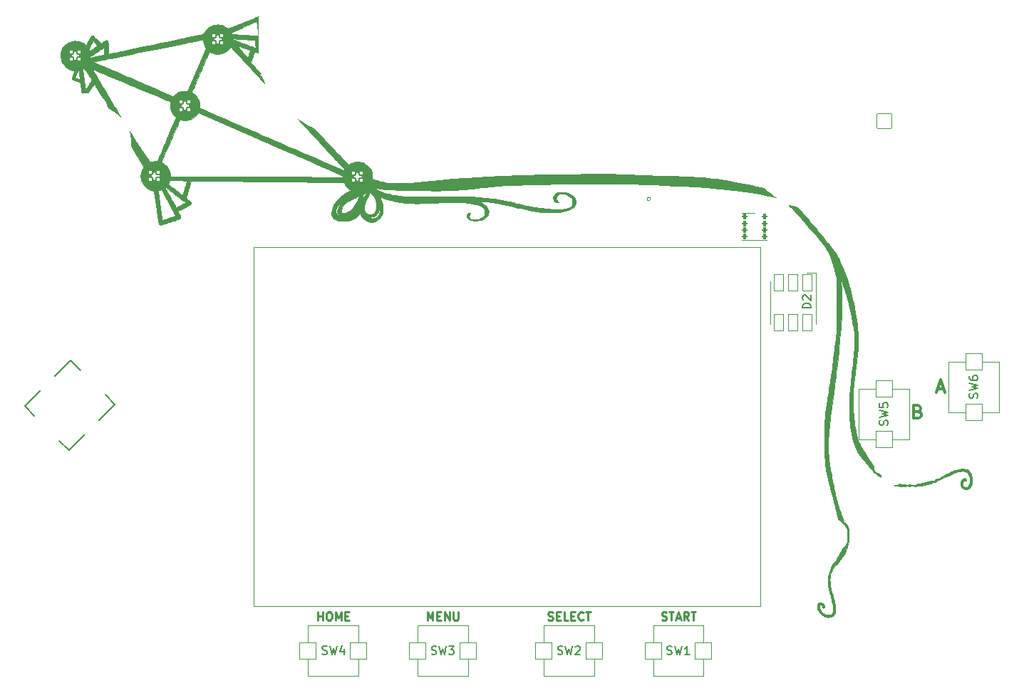
<source format=gto>
G04 #@! TF.GenerationSoftware,KiCad,Pcbnew,(6.0.4)*
G04 #@! TF.CreationDate,2022-04-24T04:34:32+02:00*
G04 #@! TF.ProjectId,mch2022,6d636832-3032-4322-9e6b-696361645f70,3*
G04 #@! TF.SameCoordinates,Original*
G04 #@! TF.FileFunction,Legend,Top*
G04 #@! TF.FilePolarity,Positive*
%FSLAX46Y46*%
G04 Gerber Fmt 4.6, Leading zero omitted, Abs format (unit mm)*
G04 Created by KiCad (PCBNEW (6.0.4)) date 2022-04-24 04:34:32*
%MOMM*%
%LPD*%
G01*
G04 APERTURE LIST*
G04 Aperture macros list*
%AMRoundRect*
0 Rectangle with rounded corners*
0 $1 Rounding radius*
0 $2 $3 $4 $5 $6 $7 $8 $9 X,Y pos of 4 corners*
0 Add a 4 corners polygon primitive as box body*
4,1,4,$2,$3,$4,$5,$6,$7,$8,$9,$2,$3,0*
0 Add four circle primitives for the rounded corners*
1,1,$1+$1,$2,$3*
1,1,$1+$1,$4,$5*
1,1,$1+$1,$6,$7*
1,1,$1+$1,$8,$9*
0 Add four rect primitives between the rounded corners*
20,1,$1+$1,$2,$3,$4,$5,0*
20,1,$1+$1,$4,$5,$6,$7,0*
20,1,$1+$1,$6,$7,$8,$9,0*
20,1,$1+$1,$8,$9,$2,$3,0*%
%AMHorizOval*
0 Thick line with rounded ends*
0 $1 width*
0 $2 $3 position (X,Y) of the first rounded end (center of the circle)*
0 $4 $5 position (X,Y) of the second rounded end (center of the circle)*
0 Add line between two ends*
20,1,$1,$2,$3,$4,$5,0*
0 Add two circle primitives to create the rounded ends*
1,1,$1,$2,$3*
1,1,$1,$4,$5*%
G04 Aperture macros list end*
%ADD10C,0.120000*%
%ADD11C,0.250000*%
%ADD12C,0.300000*%
%ADD13C,0.075000*%
%ADD14C,0.150000*%
%ADD15C,0.100000*%
%ADD16C,0.127000*%
%ADD17C,0.010000*%
%ADD18RoundRect,0.050000X0.250000X0.250000X-0.250000X0.250000X-0.250000X-0.250000X0.250000X-0.250000X0*%
%ADD19RoundRect,0.050000X0.250000X-0.250000X0.250000X0.250000X-0.250000X0.250000X-0.250000X-0.250000X0*%
%ADD20RoundRect,0.050000X-0.250000X0.250000X-0.250000X-0.250000X0.250000X-0.250000X0.250000X0.250000X0*%
%ADD21C,1.200000*%
%ADD22C,0.900000*%
%ADD23RoundRect,0.050000X-0.353553X-1.060660X1.060660X0.353553X0.353553X1.060660X-1.060660X-0.353553X0*%
%ADD24RoundRect,0.050000X-0.070711X-1.343503X1.343503X0.070711X0.070711X1.343503X-1.343503X-0.070711X0*%
%ADD25RoundRect,0.050000X1.000000X-1.000000X1.000000X1.000000X-1.000000X1.000000X-1.000000X-1.000000X0*%
%ADD26RoundRect,0.050000X-1.000000X1.000000X-1.000000X-1.000000X1.000000X-1.000000X1.000000X1.000000X0*%
%ADD27RoundRect,0.050000X-1.000000X-1.000000X1.000000X-1.000000X1.000000X1.000000X-1.000000X1.000000X0*%
%ADD28RoundRect,0.050000X1.000000X1.000000X-1.000000X1.000000X-1.000000X-1.000000X1.000000X-1.000000X0*%
%ADD29RoundRect,0.050000X-0.550000X-1.000000X0.550000X-1.000000X0.550000X1.000000X-0.550000X1.000000X0*%
%ADD30RoundRect,0.050000X-0.863600X0.863600X-0.863600X-0.863600X0.863600X-0.863600X0.863600X0.863600X0*%
%ADD31C,1.827200*%
%ADD32O,1.827200X1.827200*%
%ADD33RoundRect,0.175000X-0.137500X0.125000X-0.137500X-0.125000X0.137500X-0.125000X0.137500X0.125000X0*%
%ADD34C,1.300000*%
%ADD35RoundRect,0.050000X0.723431X0.960025X-0.960025X0.723431X-0.723431X-0.960025X0.960025X-0.723431X0*%
%ADD36HorizOval,1.800000X0.000000X0.000000X0.000000X0.000000X0*%
%ADD37C,1.000000*%
%ADD38C,0.750000*%
%ADD39O,1.100000X1.700000*%
%ADD40O,1.100000X2.200000*%
G04 APERTURE END LIST*
D10*
X30026380Y18526760D02*
X30026380Y-24193240D01*
X-30233620Y-24193240D02*
X-30233620Y18526760D01*
X-30233620Y18526760D02*
X30026380Y18526760D01*
X30026380Y-24193240D02*
X-30233620Y-24193240D01*
X16950355Y24240835D02*
G75*
G03*
X16950355Y24240835I-206155J0D01*
G01*
D11*
X-9566953Y-25852380D02*
X-9566953Y-24852380D01*
X-9233620Y-25566666D01*
X-8900286Y-24852380D01*
X-8900286Y-25852380D01*
X-8424096Y-25328571D02*
X-8090762Y-25328571D01*
X-7947905Y-25852380D02*
X-8424096Y-25852380D01*
X-8424096Y-24852380D01*
X-7947905Y-24852380D01*
X-7519334Y-25852380D02*
X-7519334Y-24852380D01*
X-6947905Y-25852380D01*
X-6947905Y-24852380D01*
X-6471715Y-24852380D02*
X-6471715Y-25661904D01*
X-6424096Y-25757142D01*
X-6376477Y-25804761D01*
X-6281239Y-25852380D01*
X-6090762Y-25852380D01*
X-5995524Y-25804761D01*
X-5947905Y-25757142D01*
X-5900286Y-25661904D01*
X-5900286Y-24852380D01*
X18290189Y-25804761D02*
X18433046Y-25852380D01*
X18671141Y-25852380D01*
X18766380Y-25804761D01*
X18813999Y-25757142D01*
X18861618Y-25661904D01*
X18861618Y-25566666D01*
X18813999Y-25471428D01*
X18766380Y-25423809D01*
X18671141Y-25376190D01*
X18480665Y-25328571D01*
X18385427Y-25280952D01*
X18337808Y-25233333D01*
X18290189Y-25138095D01*
X18290189Y-25042857D01*
X18337808Y-24947619D01*
X18385427Y-24900000D01*
X18480665Y-24852380D01*
X18718760Y-24852380D01*
X18861618Y-24900000D01*
X19147332Y-24852380D02*
X19718760Y-24852380D01*
X19433046Y-25852380D02*
X19433046Y-24852380D01*
X20004475Y-25566666D02*
X20480665Y-25566666D01*
X19909237Y-25852380D02*
X20242570Y-24852380D01*
X20575903Y-25852380D01*
X21480665Y-25852380D02*
X21147332Y-25376190D01*
X20909237Y-25852380D02*
X20909237Y-24852380D01*
X21290189Y-24852380D01*
X21385427Y-24900000D01*
X21433046Y-24947619D01*
X21480665Y-25042857D01*
X21480665Y-25185714D01*
X21433046Y-25280952D01*
X21385427Y-25328571D01*
X21290189Y-25376190D01*
X20909237Y-25376190D01*
X21766380Y-24852380D02*
X22337808Y-24852380D01*
X22052094Y-25852380D02*
X22052094Y-24852380D01*
D12*
X48748142Y-1035857D02*
X48962428Y-1107285D01*
X49033857Y-1178714D01*
X49105285Y-1321571D01*
X49105285Y-1535857D01*
X49033857Y-1678714D01*
X48962428Y-1750142D01*
X48819571Y-1821571D01*
X48248142Y-1821571D01*
X48248142Y-321571D01*
X48748142Y-321571D01*
X48891000Y-393000D01*
X48962428Y-464428D01*
X49033857Y-607285D01*
X49033857Y-750142D01*
X48962428Y-893000D01*
X48891000Y-964428D01*
X48748142Y-1035857D01*
X48248142Y-1035857D01*
D11*
X-22566953Y-25852380D02*
X-22566953Y-24852380D01*
X-22566953Y-25328571D02*
X-21995524Y-25328571D01*
X-21995524Y-25852380D02*
X-21995524Y-24852380D01*
X-21328858Y-24852380D02*
X-21138381Y-24852380D01*
X-21043143Y-24900000D01*
X-20947905Y-24995238D01*
X-20900286Y-25185714D01*
X-20900286Y-25519047D01*
X-20947905Y-25709523D01*
X-21043143Y-25804761D01*
X-21138381Y-25852380D01*
X-21328858Y-25852380D01*
X-21424096Y-25804761D01*
X-21519334Y-25709523D01*
X-21566953Y-25519047D01*
X-21566953Y-25185714D01*
X-21519334Y-24995238D01*
X-21424096Y-24900000D01*
X-21328858Y-24852380D01*
X-20471715Y-25852380D02*
X-20471715Y-24852380D01*
X-20138381Y-25566666D01*
X-19805048Y-24852380D01*
X-19805048Y-25852380D01*
X-19328858Y-25328571D02*
X-18995524Y-25328571D01*
X-18852667Y-25852380D02*
X-19328858Y-25852380D01*
X-19328858Y-24852380D01*
X-18852667Y-24852380D01*
X4790189Y-25804761D02*
X4933046Y-25852380D01*
X5171141Y-25852380D01*
X5266380Y-25804761D01*
X5313999Y-25757142D01*
X5361618Y-25661904D01*
X5361618Y-25566666D01*
X5313999Y-25471428D01*
X5266380Y-25423809D01*
X5171141Y-25376190D01*
X4980665Y-25328571D01*
X4885427Y-25280952D01*
X4837808Y-25233333D01*
X4790189Y-25138095D01*
X4790189Y-25042857D01*
X4837808Y-24947619D01*
X4885427Y-24900000D01*
X4980665Y-24852380D01*
X5218760Y-24852380D01*
X5361618Y-24900000D01*
X5790189Y-25328571D02*
X6123522Y-25328571D01*
X6266380Y-25852380D02*
X5790189Y-25852380D01*
X5790189Y-24852380D01*
X6266380Y-24852380D01*
X7171141Y-25852380D02*
X6694951Y-25852380D01*
X6694951Y-24852380D01*
X7504475Y-25328571D02*
X7837808Y-25328571D01*
X7980665Y-25852380D02*
X7504475Y-25852380D01*
X7504475Y-24852380D01*
X7980665Y-24852380D01*
X8980665Y-25757142D02*
X8933046Y-25804761D01*
X8790189Y-25852380D01*
X8694951Y-25852380D01*
X8552094Y-25804761D01*
X8456856Y-25709523D01*
X8409237Y-25614285D01*
X8361618Y-25423809D01*
X8361618Y-25280952D01*
X8409237Y-25090476D01*
X8456856Y-24995238D01*
X8552094Y-24900000D01*
X8694951Y-24852380D01*
X8790189Y-24852380D01*
X8933046Y-24900000D01*
X8980665Y-24947619D01*
X9266380Y-24852380D02*
X9837808Y-24852380D01*
X9552094Y-25852380D02*
X9552094Y-24852380D01*
D12*
X51077857Y1655000D02*
X51792142Y1655000D01*
X50935000Y1226428D02*
X51435000Y2726428D01*
X51935000Y1226428D01*
D13*
X-50644985Y40264994D02*
X-50644985Y40093565D01*
X-50644985Y40179280D02*
X-50944985Y40179280D01*
X-50902128Y40150708D01*
X-50873557Y40122137D01*
X-50859271Y40093565D01*
X-38736905Y36486274D02*
X-38736905Y36314845D01*
X-38736905Y36400560D02*
X-39036905Y36400560D01*
X-38994048Y36371988D01*
X-38965477Y36343417D01*
X-38951191Y36314845D01*
D14*
X55776761Y571666D02*
X55824380Y714523D01*
X55824380Y952619D01*
X55776761Y1047857D01*
X55729142Y1095476D01*
X55633904Y1143095D01*
X55538666Y1143095D01*
X55443428Y1095476D01*
X55395809Y1047857D01*
X55348190Y952619D01*
X55300571Y762142D01*
X55252952Y666904D01*
X55205333Y619285D01*
X55110095Y571666D01*
X55014857Y571666D01*
X54919619Y619285D01*
X54872000Y666904D01*
X54824380Y762142D01*
X54824380Y1000238D01*
X54872000Y1143095D01*
X54824380Y1476428D02*
X55824380Y1714523D01*
X55110095Y1905000D01*
X55824380Y2095476D01*
X54824380Y2333571D01*
X54824380Y3143095D02*
X54824380Y2952619D01*
X54872000Y2857380D01*
X54919619Y2809761D01*
X55062476Y2714523D01*
X55252952Y2666904D01*
X55633904Y2666904D01*
X55729142Y2714523D01*
X55776761Y2762142D01*
X55824380Y2857380D01*
X55824380Y3047857D01*
X55776761Y3143095D01*
X55729142Y3190714D01*
X55633904Y3238333D01*
X55395809Y3238333D01*
X55300571Y3190714D01*
X55252952Y3143095D01*
X55205333Y3047857D01*
X55205333Y2857380D01*
X55252952Y2762142D01*
X55300571Y2714523D01*
X55395809Y2666904D01*
X5933046Y-29878001D02*
X6075903Y-29925620D01*
X6313999Y-29925620D01*
X6409237Y-29878001D01*
X6456856Y-29830382D01*
X6504475Y-29735144D01*
X6504475Y-29639906D01*
X6456856Y-29544668D01*
X6409237Y-29497049D01*
X6313999Y-29449430D01*
X6123522Y-29401811D01*
X6028284Y-29354192D01*
X5980665Y-29306573D01*
X5933046Y-29211335D01*
X5933046Y-29116097D01*
X5980665Y-29020859D01*
X6028284Y-28973240D01*
X6123522Y-28925620D01*
X6361618Y-28925620D01*
X6504475Y-28973240D01*
X6837808Y-28925620D02*
X7075903Y-29925620D01*
X7266380Y-29211335D01*
X7456856Y-29925620D01*
X7694951Y-28925620D01*
X8028284Y-29020859D02*
X8075903Y-28973240D01*
X8171141Y-28925620D01*
X8409237Y-28925620D01*
X8504475Y-28973240D01*
X8552094Y-29020859D01*
X8599713Y-29116097D01*
X8599713Y-29211335D01*
X8552094Y-29354192D01*
X7980665Y-29925620D01*
X8599713Y-29925620D01*
X-9066953Y-29878001D02*
X-8924096Y-29925620D01*
X-8686000Y-29925620D01*
X-8590762Y-29878001D01*
X-8543143Y-29830382D01*
X-8495524Y-29735144D01*
X-8495524Y-29639906D01*
X-8543143Y-29544668D01*
X-8590762Y-29497049D01*
X-8686000Y-29449430D01*
X-8876477Y-29401811D01*
X-8971715Y-29354192D01*
X-9019334Y-29306573D01*
X-9066953Y-29211335D01*
X-9066953Y-29116097D01*
X-9019334Y-29020859D01*
X-8971715Y-28973240D01*
X-8876477Y-28925620D01*
X-8638381Y-28925620D01*
X-8495524Y-28973240D01*
X-8162191Y-28925620D02*
X-7924096Y-29925620D01*
X-7733620Y-29211335D01*
X-7543143Y-29925620D01*
X-7305048Y-28925620D01*
X-7019334Y-28925620D02*
X-6400286Y-28925620D01*
X-6733620Y-29306573D01*
X-6590762Y-29306573D01*
X-6495524Y-29354192D01*
X-6447905Y-29401811D01*
X-6400286Y-29497049D01*
X-6400286Y-29735144D01*
X-6447905Y-29830382D01*
X-6495524Y-29878001D01*
X-6590762Y-29925620D01*
X-6876477Y-29925620D01*
X-6971715Y-29878001D01*
X-7019334Y-29830382D01*
X-22033073Y-29850061D02*
X-21890216Y-29897680D01*
X-21652120Y-29897680D01*
X-21556882Y-29850061D01*
X-21509263Y-29802442D01*
X-21461644Y-29707204D01*
X-21461644Y-29611966D01*
X-21509263Y-29516728D01*
X-21556882Y-29469109D01*
X-21652120Y-29421490D01*
X-21842597Y-29373871D01*
X-21937835Y-29326252D01*
X-21985454Y-29278633D01*
X-22033073Y-29183395D01*
X-22033073Y-29088157D01*
X-21985454Y-28992919D01*
X-21937835Y-28945300D01*
X-21842597Y-28897680D01*
X-21604501Y-28897680D01*
X-21461644Y-28945300D01*
X-21128311Y-28897680D02*
X-20890216Y-29897680D01*
X-20699740Y-29183395D01*
X-20509263Y-29897680D01*
X-20271168Y-28897680D01*
X-19461644Y-29231014D02*
X-19461644Y-29897680D01*
X-19699740Y-28850061D02*
X-19937835Y-29564347D01*
X-19318787Y-29564347D01*
X18933046Y-29878001D02*
X19075903Y-29925620D01*
X19313999Y-29925620D01*
X19409237Y-29878001D01*
X19456856Y-29830382D01*
X19504475Y-29735144D01*
X19504475Y-29639906D01*
X19456856Y-29544668D01*
X19409237Y-29497049D01*
X19313999Y-29449430D01*
X19123522Y-29401811D01*
X19028284Y-29354192D01*
X18980665Y-29306573D01*
X18933046Y-29211335D01*
X18933046Y-29116097D01*
X18980665Y-29020859D01*
X19028284Y-28973240D01*
X19123522Y-28925620D01*
X19361618Y-28925620D01*
X19504475Y-28973240D01*
X19837808Y-28925620D02*
X20075903Y-29925620D01*
X20266380Y-29211335D01*
X20456856Y-29925620D01*
X20694951Y-28925620D01*
X21599713Y-29925620D02*
X21028284Y-29925620D01*
X21313999Y-29925620D02*
X21313999Y-28925620D01*
X21218760Y-29068478D01*
X21123522Y-29163716D01*
X21028284Y-29211335D01*
X36017400Y11273224D02*
X35017400Y11273224D01*
X35017400Y11511320D01*
X35065020Y11654177D01*
X35160258Y11749415D01*
X35255496Y11797034D01*
X35445972Y11844653D01*
X35588829Y11844653D01*
X35779305Y11797034D01*
X35874543Y11749415D01*
X35969781Y11654177D01*
X36017400Y11511320D01*
X36017400Y11273224D01*
X35112639Y12225605D02*
X35065020Y12273224D01*
X35017400Y12368462D01*
X35017400Y12606558D01*
X35065020Y12701796D01*
X35112639Y12749415D01*
X35207877Y12797034D01*
X35303115Y12797034D01*
X35445972Y12749415D01*
X36017400Y12177986D01*
X36017400Y12797034D01*
X45108761Y-2653333D02*
X45156380Y-2510476D01*
X45156380Y-2272380D01*
X45108761Y-2177142D01*
X45061142Y-2129523D01*
X44965904Y-2081904D01*
X44870666Y-2081904D01*
X44775428Y-2129523D01*
X44727809Y-2177142D01*
X44680190Y-2272380D01*
X44632571Y-2462857D01*
X44584952Y-2558095D01*
X44537333Y-2605714D01*
X44442095Y-2653333D01*
X44346857Y-2653333D01*
X44251619Y-2605714D01*
X44204000Y-2558095D01*
X44156380Y-2462857D01*
X44156380Y-2224761D01*
X44204000Y-2081904D01*
X44156380Y-1748571D02*
X45156380Y-1510476D01*
X44442095Y-1320000D01*
X45156380Y-1129523D01*
X44156380Y-891428D01*
X44156380Y-34285D02*
X44156380Y-510476D01*
X44632571Y-558095D01*
X44584952Y-510476D01*
X44537333Y-415238D01*
X44537333Y-177142D01*
X44584952Y-81904D01*
X44632571Y-34285D01*
X44727809Y13333D01*
X44965904Y13333D01*
X45061142Y-34285D01*
X45108761Y-81904D01*
X45156380Y-177142D01*
X45156380Y-415238D01*
X45108761Y-510476D01*
X45061142Y-558095D01*
D13*
X-34863065Y44432254D02*
X-34863065Y44260825D01*
X-34863065Y44346540D02*
X-35163065Y44346540D01*
X-35120208Y44317968D01*
X-35091637Y44289397D01*
X-35077351Y44260825D01*
X-42345145Y28118814D02*
X-42345145Y27947385D01*
X-42345145Y28033100D02*
X-42645145Y28033100D01*
X-42602288Y28004528D01*
X-42573717Y27975957D01*
X-42559431Y27947385D01*
D15*
X-17650000Y27760000D02*
X-17000000Y27760000D01*
X-17000000Y27760000D02*
X-17000000Y27110000D01*
X-50530000Y41060000D02*
X-50530000Y40410000D01*
X-50530000Y40410000D02*
X-51180000Y40410000D01*
X-39230000Y36180000D02*
X-38580000Y36180000D01*
X-39230000Y35530000D02*
X-39230000Y36180000D01*
D16*
X-56234134Y-1540488D02*
X-57372576Y-402046D01*
X-51927854Y5042676D02*
X-50782341Y3897163D01*
X-52139986Y-5634636D02*
X-53264286Y-4510336D01*
X-57372576Y-402046D02*
X-55491672Y1478858D01*
X-50259082Y-3753732D02*
X-52139986Y-5634636D01*
X-47826635Y941457D02*
X-46695264Y-189914D01*
X-46695264Y-189914D02*
X-48576168Y-2070818D01*
X-53801687Y3168843D02*
X-51927854Y5042676D01*
D10*
X52372000Y-1095000D02*
X52372000Y4905000D01*
X58372000Y-1095000D02*
X52372000Y-1095000D01*
X52372000Y4905000D02*
X58372000Y4905000D01*
X58372000Y4905000D02*
X58372000Y-1095000D01*
X4266380Y-32473240D02*
X4266380Y-26473240D01*
X10266380Y-32473240D02*
X4266380Y-32473240D01*
X4266380Y-26473240D02*
X10266380Y-26473240D01*
X10266380Y-26473240D02*
X10266380Y-32473240D01*
X-10733620Y-26473240D02*
X-4733620Y-26473240D01*
X-4733620Y-26473240D02*
X-4733620Y-32473240D01*
X-10733620Y-32473240D02*
X-10733620Y-26473240D01*
X-4733620Y-32473240D02*
X-10733620Y-32473240D01*
X-23733620Y-26473240D02*
X-17733620Y-26473240D01*
X-17733620Y-32473240D02*
X-23733620Y-32473240D01*
X-17733620Y-26473240D02*
X-17733620Y-32473240D01*
X-23733620Y-32473240D02*
X-23733620Y-26473240D01*
X23266380Y-32473240D02*
X17266380Y-32473240D01*
X17266380Y-26473240D02*
X23266380Y-26473240D01*
X23266380Y-26473240D02*
X23266380Y-32473240D01*
X17266380Y-32473240D02*
X17266380Y-26473240D01*
X31190000Y9400000D02*
X31190000Y14400000D01*
X36590000Y15500000D02*
X36590000Y9400000D01*
X35490000Y15500000D02*
X36590000Y15500000D01*
X41704000Y1680000D02*
X47704000Y1680000D01*
X47704000Y-4320000D02*
X41704000Y-4320000D01*
X47704000Y1680000D02*
X47704000Y-4320000D01*
X41704000Y-4320000D02*
X41704000Y1680000D01*
D15*
X-35340000Y44090000D02*
X-34690000Y44090000D01*
X-35340000Y43440000D02*
X-35340000Y44090000D01*
D10*
X29310000Y22550000D02*
X27810000Y22550000D01*
X30810000Y19330000D02*
X27810000Y19330000D01*
D15*
X-42849000Y27842000D02*
X-42199000Y27842000D01*
X-42849000Y27192000D02*
X-42849000Y27842000D01*
G36*
X54326398Y-7873750D02*
G01*
X54520944Y-7937511D01*
X54692526Y-8036156D01*
X54839801Y-8168765D01*
X54961426Y-8334417D01*
X55056058Y-8532194D01*
X55108200Y-8699821D01*
X55124146Y-8786640D01*
X55137401Y-8902999D01*
X55147595Y-9038484D01*
X55154356Y-9182682D01*
X55157315Y-9325177D01*
X55156100Y-9455558D01*
X55150341Y-9563408D01*
X55141340Y-9630834D01*
X55090332Y-9796045D01*
X55011264Y-9949020D01*
X54909910Y-10081733D01*
X54792046Y-10186158D01*
X54705250Y-10236989D01*
X54603472Y-10268992D01*
X54478618Y-10284873D01*
X54347170Y-10283582D01*
X54236581Y-10266809D01*
X54123474Y-10220777D01*
X54014101Y-10142343D01*
X53918053Y-10041030D01*
X53844919Y-9926362D01*
X53813448Y-9846579D01*
X53791996Y-9733454D01*
X53785168Y-9603300D01*
X53792177Y-9470394D01*
X53812236Y-9349018D01*
X53844556Y-9253450D01*
X53846363Y-9249834D01*
X53928950Y-9119585D01*
X54024502Y-9025477D01*
X54130388Y-8969539D01*
X54230065Y-8953500D01*
X54294547Y-8960200D01*
X54346188Y-8986373D01*
X54389866Y-9025467D01*
X54440521Y-9093782D01*
X54463278Y-9163172D01*
X54459048Y-9225025D01*
X54428745Y-9270733D01*
X54373281Y-9291686D01*
X54361605Y-9292167D01*
X54307067Y-9280556D01*
X54259218Y-9257467D01*
X54220018Y-9235896D01*
X54191496Y-9240224D01*
X54156511Y-9269502D01*
X54119993Y-9321984D01*
X54085492Y-9402186D01*
X54057716Y-9495578D01*
X54041374Y-9587631D01*
X54038964Y-9632222D01*
X54054011Y-9720077D01*
X54092556Y-9816335D01*
X54146190Y-9901579D01*
X54164986Y-9923172D01*
X54224754Y-9971560D01*
X54297166Y-9999561D01*
X54394091Y-10011018D01*
X54438868Y-10011834D01*
X54519988Y-10007551D01*
X54580196Y-9990524D01*
X54640413Y-9954480D01*
X54647742Y-9949226D01*
X54750323Y-9848946D01*
X54826904Y-9716199D01*
X54877069Y-9552247D01*
X54900400Y-9358352D01*
X54899662Y-9186334D01*
X54874470Y-8929691D01*
X54826625Y-8708498D01*
X54755916Y-8522312D01*
X54662135Y-8370687D01*
X54545072Y-8253182D01*
X54424027Y-8178313D01*
X54293520Y-8132752D01*
X54140986Y-8111313D01*
X53964071Y-8114198D01*
X53760417Y-8141608D01*
X53527668Y-8193746D01*
X53263469Y-8270812D01*
X53234166Y-8280242D01*
X53104265Y-8324090D01*
X52972092Y-8372437D01*
X52833308Y-8427218D01*
X52683577Y-8490366D01*
X52518560Y-8563816D01*
X52333920Y-8649502D01*
X52125318Y-8749356D01*
X51888418Y-8865313D01*
X51618880Y-8999306D01*
X51599980Y-9008760D01*
X51382820Y-9116863D01*
X51198226Y-9207406D01*
X51041330Y-9282595D01*
X50907259Y-9344631D01*
X50791144Y-9395718D01*
X50688113Y-9438060D01*
X50593297Y-9473860D01*
X50503666Y-9504716D01*
X50168742Y-9607243D01*
X49830258Y-9694956D01*
X49483174Y-9768541D01*
X49122447Y-9828680D01*
X48743034Y-9876057D01*
X48339893Y-9911357D01*
X47907981Y-9935264D01*
X47442256Y-9948461D01*
X47212250Y-9951145D01*
X47045283Y-9951332D01*
X46906881Y-9948716D01*
X46783313Y-9942383D01*
X46660854Y-9931415D01*
X46525775Y-9914897D01*
X46397333Y-9896769D01*
X46219448Y-9870495D01*
X46079160Y-9849046D01*
X45972126Y-9831506D01*
X45894000Y-9816959D01*
X45840439Y-9804487D01*
X45807096Y-9793175D01*
X45789629Y-9782107D01*
X45783691Y-9770365D01*
X45783500Y-9767302D01*
X45785105Y-9753714D01*
X45794247Y-9742861D01*
X45817417Y-9732802D01*
X45861106Y-9721599D01*
X45931803Y-9707314D01*
X46035998Y-9688009D01*
X46069250Y-9681951D01*
X46200244Y-9659001D01*
X46302912Y-9644295D01*
X46390360Y-9637410D01*
X46475699Y-9637921D01*
X46572038Y-9645405D01*
X46692485Y-9659436D01*
X46707371Y-9661311D01*
X46836650Y-9676655D01*
X46976002Y-9691565D01*
X47106865Y-9704133D01*
X47193174Y-9711234D01*
X47318477Y-9715974D01*
X47475664Y-9715192D01*
X47654729Y-9709484D01*
X47845667Y-9699451D01*
X48038475Y-9685690D01*
X48223147Y-9668800D01*
X48389677Y-9649380D01*
X48499212Y-9633086D01*
X48629794Y-9612698D01*
X48774707Y-9592591D01*
X48912920Y-9575580D01*
X48990250Y-9567414D01*
X49330781Y-9523092D01*
X49644863Y-9458062D01*
X49927162Y-9373474D01*
X49982059Y-9353276D01*
X50078524Y-9319533D01*
X50178060Y-9289563D01*
X50260692Y-9269331D01*
X50267809Y-9267971D01*
X50363358Y-9243717D01*
X50492056Y-9200550D01*
X50650033Y-9140093D01*
X50833420Y-9063968D01*
X51038345Y-8973799D01*
X51260940Y-8871207D01*
X51497335Y-8757817D01*
X51572583Y-8720841D01*
X51906181Y-8557948D01*
X52206817Y-8415505D01*
X52477867Y-8292243D01*
X52722703Y-8186891D01*
X52944702Y-8098178D01*
X53147238Y-8024834D01*
X53333685Y-7965589D01*
X53507417Y-7919173D01*
X53671810Y-7884315D01*
X53830237Y-7859745D01*
X53873789Y-7854558D01*
X54110232Y-7845792D01*
X54326398Y-7873750D01*
G37*
D17*
X54326398Y-7873750D02*
X54520944Y-7937511D01*
X54692526Y-8036156D01*
X54839801Y-8168765D01*
X54961426Y-8334417D01*
X55056058Y-8532194D01*
X55108200Y-8699821D01*
X55124146Y-8786640D01*
X55137401Y-8902999D01*
X55147595Y-9038484D01*
X55154356Y-9182682D01*
X55157315Y-9325177D01*
X55156100Y-9455558D01*
X55150341Y-9563408D01*
X55141340Y-9630834D01*
X55090332Y-9796045D01*
X55011264Y-9949020D01*
X54909910Y-10081733D01*
X54792046Y-10186158D01*
X54705250Y-10236989D01*
X54603472Y-10268992D01*
X54478618Y-10284873D01*
X54347170Y-10283582D01*
X54236581Y-10266809D01*
X54123474Y-10220777D01*
X54014101Y-10142343D01*
X53918053Y-10041030D01*
X53844919Y-9926362D01*
X53813448Y-9846579D01*
X53791996Y-9733454D01*
X53785168Y-9603300D01*
X53792177Y-9470394D01*
X53812236Y-9349018D01*
X53844556Y-9253450D01*
X53846363Y-9249834D01*
X53928950Y-9119585D01*
X54024502Y-9025477D01*
X54130388Y-8969539D01*
X54230065Y-8953500D01*
X54294547Y-8960200D01*
X54346188Y-8986373D01*
X54389866Y-9025467D01*
X54440521Y-9093782D01*
X54463278Y-9163172D01*
X54459048Y-9225025D01*
X54428745Y-9270733D01*
X54373281Y-9291686D01*
X54361605Y-9292167D01*
X54307067Y-9280556D01*
X54259218Y-9257467D01*
X54220018Y-9235896D01*
X54191496Y-9240224D01*
X54156511Y-9269502D01*
X54119993Y-9321984D01*
X54085492Y-9402186D01*
X54057716Y-9495578D01*
X54041374Y-9587631D01*
X54038964Y-9632222D01*
X54054011Y-9720077D01*
X54092556Y-9816335D01*
X54146190Y-9901579D01*
X54164986Y-9923172D01*
X54224754Y-9971560D01*
X54297166Y-9999561D01*
X54394091Y-10011018D01*
X54438868Y-10011834D01*
X54519988Y-10007551D01*
X54580196Y-9990524D01*
X54640413Y-9954480D01*
X54647742Y-9949226D01*
X54750323Y-9848946D01*
X54826904Y-9716199D01*
X54877069Y-9552247D01*
X54900400Y-9358352D01*
X54899662Y-9186334D01*
X54874470Y-8929691D01*
X54826625Y-8708498D01*
X54755916Y-8522312D01*
X54662135Y-8370687D01*
X54545072Y-8253182D01*
X54424027Y-8178313D01*
X54293520Y-8132752D01*
X54140986Y-8111313D01*
X53964071Y-8114198D01*
X53760417Y-8141608D01*
X53527668Y-8193746D01*
X53263469Y-8270812D01*
X53234166Y-8280242D01*
X53104265Y-8324090D01*
X52972092Y-8372437D01*
X52833308Y-8427218D01*
X52683577Y-8490366D01*
X52518560Y-8563816D01*
X52333920Y-8649502D01*
X52125318Y-8749356D01*
X51888418Y-8865313D01*
X51618880Y-8999306D01*
X51599980Y-9008760D01*
X51382820Y-9116863D01*
X51198226Y-9207406D01*
X51041330Y-9282595D01*
X50907259Y-9344631D01*
X50791144Y-9395718D01*
X50688113Y-9438060D01*
X50593297Y-9473860D01*
X50503666Y-9504716D01*
X50168742Y-9607243D01*
X49830258Y-9694956D01*
X49483174Y-9768541D01*
X49122447Y-9828680D01*
X48743034Y-9876057D01*
X48339893Y-9911357D01*
X47907981Y-9935264D01*
X47442256Y-9948461D01*
X47212250Y-9951145D01*
X47045283Y-9951332D01*
X46906881Y-9948716D01*
X46783313Y-9942383D01*
X46660854Y-9931415D01*
X46525775Y-9914897D01*
X46397333Y-9896769D01*
X46219448Y-9870495D01*
X46079160Y-9849046D01*
X45972126Y-9831506D01*
X45894000Y-9816959D01*
X45840439Y-9804487D01*
X45807096Y-9793175D01*
X45789629Y-9782107D01*
X45783691Y-9770365D01*
X45783500Y-9767302D01*
X45785105Y-9753714D01*
X45794247Y-9742861D01*
X45817417Y-9732802D01*
X45861106Y-9721599D01*
X45931803Y-9707314D01*
X46035998Y-9688009D01*
X46069250Y-9681951D01*
X46200244Y-9659001D01*
X46302912Y-9644295D01*
X46390360Y-9637410D01*
X46475699Y-9637921D01*
X46572038Y-9645405D01*
X46692485Y-9659436D01*
X46707371Y-9661311D01*
X46836650Y-9676655D01*
X46976002Y-9691565D01*
X47106865Y-9704133D01*
X47193174Y-9711234D01*
X47318477Y-9715974D01*
X47475664Y-9715192D01*
X47654729Y-9709484D01*
X47845667Y-9699451D01*
X48038475Y-9685690D01*
X48223147Y-9668800D01*
X48389677Y-9649380D01*
X48499212Y-9633086D01*
X48629794Y-9612698D01*
X48774707Y-9592591D01*
X48912920Y-9575580D01*
X48990250Y-9567414D01*
X49330781Y-9523092D01*
X49644863Y-9458062D01*
X49927162Y-9373474D01*
X49982059Y-9353276D01*
X50078524Y-9319533D01*
X50178060Y-9289563D01*
X50260692Y-9269331D01*
X50267809Y-9267971D01*
X50363358Y-9243717D01*
X50492056Y-9200550D01*
X50650033Y-9140093D01*
X50833420Y-9063968D01*
X51038345Y-8973799D01*
X51260940Y-8871207D01*
X51497335Y-8757817D01*
X51572583Y-8720841D01*
X51906181Y-8557948D01*
X52206817Y-8415505D01*
X52477867Y-8292243D01*
X52722703Y-8186891D01*
X52944702Y-8098178D01*
X53147238Y-8024834D01*
X53333685Y-7965589D01*
X53507417Y-7919173D01*
X53671810Y-7884315D01*
X53830237Y-7859745D01*
X53873789Y-7854558D01*
X54110232Y-7845792D01*
X54326398Y-7873750D01*
G36*
X33361046Y23587150D02*
G01*
X33416739Y23572764D01*
X33521702Y23545193D01*
X33650152Y23515139D01*
X33789549Y23485176D01*
X33927356Y23457879D01*
X34051033Y23435825D01*
X34148043Y23421588D01*
X34158689Y23420375D01*
X34227787Y23410122D01*
X34285489Y23392613D01*
X34338823Y23362677D01*
X34394821Y23315141D01*
X34460512Y23244833D01*
X34542926Y23146581D01*
X34561046Y23124338D01*
X34617501Y23056038D01*
X34695457Y22963410D01*
X34788519Y22853968D01*
X34890288Y22735222D01*
X34994367Y22614686D01*
X35031795Y22571580D01*
X35223908Y22349734D01*
X35429285Y22110806D01*
X35645663Y21857522D01*
X35870780Y21592613D01*
X36102373Y21318807D01*
X36338180Y21038831D01*
X36575937Y20755414D01*
X36813383Y20471284D01*
X37048256Y20189170D01*
X37278291Y19911801D01*
X37501227Y19641903D01*
X37714802Y19382207D01*
X37916752Y19135440D01*
X38104815Y18904330D01*
X38276728Y18691606D01*
X38430230Y18499997D01*
X38563057Y18332230D01*
X38672946Y18191034D01*
X38757636Y18079137D01*
X38760510Y18075252D01*
X38856992Y17933682D01*
X38966158Y17753233D01*
X39087346Y17535197D01*
X39219897Y17280872D01*
X39363150Y16991550D01*
X39516442Y16668526D01*
X39679113Y16313096D01*
X39808137Y16023166D01*
X39944493Y15704161D01*
X40073353Y15383067D01*
X40195733Y15056314D01*
X40312652Y14720335D01*
X40425125Y14371562D01*
X40534170Y14006427D01*
X40640804Y13621361D01*
X40746045Y13212795D01*
X40850909Y12777162D01*
X40956414Y12310894D01*
X41063576Y11810421D01*
X41173413Y11272177D01*
X41198847Y11144250D01*
X41251230Y10875605D01*
X41297522Y10628647D01*
X41339085Y10394771D01*
X41377281Y10165372D01*
X41413471Y9931845D01*
X41449019Y9685584D01*
X41485285Y9417985D01*
X41523632Y9120442D01*
X41540590Y8985250D01*
X41638179Y8202083D01*
X41628239Y7429500D01*
X41625464Y7247508D01*
X41621768Y7076088D01*
X41616822Y6911743D01*
X41610295Y6750981D01*
X41601857Y6590305D01*
X41591179Y6426220D01*
X41577929Y6255233D01*
X41561779Y6073848D01*
X41542398Y5878570D01*
X41519455Y5665905D01*
X41492622Y5432358D01*
X41461568Y5174433D01*
X41425962Y4888637D01*
X41385475Y4571474D01*
X41339777Y4219450D01*
X41288538Y3829069D01*
X41287420Y3820583D01*
X41240338Y3455053D01*
X41196400Y3095861D01*
X41154297Y2731594D01*
X41112720Y2350836D01*
X41070357Y1942172D01*
X41059150Y1830916D01*
X41052824Y1743308D01*
X41047324Y1618331D01*
X41042648Y1460944D01*
X41038796Y1276104D01*
X41035766Y1068767D01*
X41033557Y843892D01*
X41032168Y606436D01*
X41031597Y361356D01*
X41031843Y113608D01*
X41032906Y-131848D01*
X41034783Y-370057D01*
X41037473Y-596060D01*
X41040976Y-804901D01*
X41045290Y-991622D01*
X41050414Y-1151266D01*
X41056346Y-1278875D01*
X41059945Y-1333500D01*
X41083143Y-1612057D01*
X41110052Y-1890974D01*
X41139631Y-2161142D01*
X41170840Y-2413451D01*
X41202640Y-2638791D01*
X41224220Y-2772834D01*
X41246570Y-2895474D01*
X41276045Y-3045632D01*
X41311029Y-3216025D01*
X41349907Y-3399371D01*
X41391065Y-3588388D01*
X41432887Y-3775794D01*
X41473759Y-3954306D01*
X41512066Y-4116642D01*
X41546193Y-4255521D01*
X41574526Y-4363660D01*
X41585640Y-4402667D01*
X41627542Y-4525572D01*
X41684438Y-4660658D01*
X41758260Y-4811496D01*
X41850944Y-4981657D01*
X41964421Y-5174713D01*
X42100627Y-5394235D01*
X42238883Y-5609167D01*
X42340529Y-5766861D01*
X42446205Y-5933904D01*
X42550335Y-6101267D01*
X42647349Y-6259922D01*
X42731671Y-6400842D01*
X42794204Y-6508750D01*
X42902025Y-6690704D01*
X43023135Y-6880572D01*
X43146329Y-7061199D01*
X43229726Y-7175500D01*
X43306327Y-7278383D01*
X43375341Y-7373971D01*
X43432024Y-7455468D01*
X43471637Y-7516078D01*
X43488408Y-7546250D01*
X43504812Y-7599644D01*
X43522091Y-7678066D01*
X43536396Y-7763826D01*
X43573038Y-7919910D01*
X43638676Y-8050828D01*
X43738346Y-8166312D01*
X43750389Y-8177396D01*
X43828812Y-8235057D01*
X43898794Y-8256913D01*
X43905019Y-8257250D01*
X43963340Y-8260255D01*
X44005500Y-8264213D01*
X44052519Y-8269688D01*
X44084814Y-8272546D01*
X44127436Y-8288396D01*
X44183504Y-8324827D01*
X44215359Y-8351135D01*
X44264418Y-8407279D01*
X44313705Y-8483715D01*
X44359870Y-8572077D01*
X44399559Y-8663995D01*
X44429420Y-8751105D01*
X44446102Y-8825038D01*
X44446251Y-8877427D01*
X44434125Y-8897181D01*
X44404293Y-8895344D01*
X44347024Y-8876845D01*
X44271665Y-8845978D01*
X44187562Y-8807035D01*
X44104062Y-8764310D01*
X44030512Y-8722094D01*
X43983014Y-8689984D01*
X43918128Y-8635190D01*
X43831103Y-8553924D01*
X43727349Y-8451861D01*
X43612271Y-8334674D01*
X43491279Y-8208038D01*
X43369779Y-8077627D01*
X43253179Y-7949115D01*
X43146887Y-7828175D01*
X43056311Y-7720483D01*
X43040845Y-7701392D01*
X42971683Y-7616442D01*
X42880720Y-7506330D01*
X42773757Y-7377988D01*
X42656596Y-7238350D01*
X42535038Y-7094350D01*
X42414886Y-6952921D01*
X42396833Y-6931760D01*
X42248573Y-6757804D01*
X42124612Y-6611566D01*
X42021546Y-6488752D01*
X41935971Y-6385070D01*
X41864484Y-6296226D01*
X41803680Y-6217927D01*
X41750156Y-6145881D01*
X41700508Y-6075794D01*
X41651332Y-6003373D01*
X41604686Y-5932687D01*
X41493788Y-5753152D01*
X41396586Y-5572754D01*
X41310145Y-5384121D01*
X41231527Y-5179879D01*
X41157798Y-4952658D01*
X41086022Y-4695084D01*
X41041742Y-4519084D01*
X40937288Y-4070776D01*
X40848086Y-3644336D01*
X40773263Y-3232144D01*
X40711945Y-2826577D01*
X40663258Y-2420014D01*
X40626327Y-2004831D01*
X40600278Y-1573409D01*
X40584238Y-1118123D01*
X40577332Y-631354D01*
X40576909Y-465667D01*
X40577351Y-244563D01*
X40578871Y-38774D01*
X40581755Y155773D01*
X40586293Y343155D01*
X40592773Y527444D01*
X40601483Y712716D01*
X40612711Y903045D01*
X40626746Y1102505D01*
X40643875Y1315171D01*
X40664388Y1545117D01*
X40688573Y1796417D01*
X40716717Y2073146D01*
X40749109Y2379379D01*
X40786038Y2719189D01*
X40827791Y3096651D01*
X40831003Y3125492D01*
X40884106Y3605454D01*
X40932065Y4046192D01*
X40975105Y4450472D01*
X41013452Y4821062D01*
X41047332Y5160730D01*
X41076970Y5472241D01*
X41102594Y5758364D01*
X41124429Y6021864D01*
X41142700Y6265510D01*
X41157634Y6492069D01*
X41169457Y6704306D01*
X41178394Y6904990D01*
X41184672Y7096887D01*
X41188517Y7282765D01*
X41190154Y7465391D01*
X41190248Y7524750D01*
X41187607Y7753314D01*
X41179239Y7974675D01*
X41164380Y8195552D01*
X41142263Y8422667D01*
X41112123Y8662740D01*
X41073195Y8922492D01*
X41024713Y9208643D01*
X40965911Y9527913D01*
X40956375Y9577916D01*
X40838945Y10173349D01*
X40718909Y10746937D01*
X40596979Y11295767D01*
X40473866Y11816921D01*
X40350281Y12307484D01*
X40226936Y12764539D01*
X40104540Y13185171D01*
X39983807Y13566464D01*
X39983352Y13567833D01*
X39950100Y13665505D01*
X39908712Y13783197D01*
X39861516Y13914664D01*
X39810844Y14053661D01*
X39759026Y14193945D01*
X39708392Y14329270D01*
X39661272Y14453391D01*
X39619997Y14560064D01*
X39586897Y14643045D01*
X39564302Y14696088D01*
X39556829Y14710833D01*
X39548447Y14708362D01*
X39545463Y14669123D01*
X39547540Y14598289D01*
X39554342Y14501037D01*
X39565533Y14382540D01*
X39580777Y14247973D01*
X39593287Y14149916D01*
X39608078Y14037889D01*
X39620876Y13936685D01*
X39631794Y13842426D01*
X39640949Y13751233D01*
X39648456Y13659229D01*
X39654430Y13562534D01*
X39658986Y13457271D01*
X39662241Y13339561D01*
X39664309Y13205525D01*
X39665305Y13051285D01*
X39665346Y12872963D01*
X39664545Y12666680D01*
X39663020Y12428558D01*
X39660885Y12154719D01*
X39659074Y11938000D01*
X39655429Y11541685D01*
X39651437Y11184055D01*
X39646938Y10861463D01*
X39641771Y10570260D01*
X39635777Y10306801D01*
X39628795Y10067436D01*
X39620665Y9848518D01*
X39611226Y9646400D01*
X39600318Y9457434D01*
X39587781Y9277972D01*
X39573455Y9104367D01*
X39557179Y8932971D01*
X39538793Y8760136D01*
X39518137Y8582216D01*
X39507922Y8498416D01*
X39491499Y8355525D01*
X39473529Y8182247D01*
X39455123Y7990444D01*
X39437395Y7791980D01*
X39421456Y7598716D01*
X39412648Y7482416D01*
X39381898Y7071003D01*
X39350647Y6679365D01*
X39318268Y6301772D01*
X39284134Y5932496D01*
X39247618Y5565807D01*
X39208091Y5195977D01*
X39164928Y4817276D01*
X39117499Y4423976D01*
X39065178Y4010347D01*
X39007337Y3570660D01*
X38943349Y3099187D01*
X38892235Y2730500D01*
X38790198Y1994808D01*
X38695371Y1300192D01*
X38607680Y646025D01*
X38527051Y31681D01*
X38453410Y-543465D01*
X38386681Y-1080040D01*
X38326790Y-1578671D01*
X38273663Y-2039982D01*
X38227225Y-2464601D01*
X38187402Y-2853153D01*
X38154119Y-3206265D01*
X38127303Y-3524563D01*
X38106877Y-3808673D01*
X38099100Y-3937000D01*
X38090184Y-4128068D01*
X38083260Y-4344915D01*
X38078302Y-4580870D01*
X38075285Y-4829264D01*
X38074181Y-5083427D01*
X38074967Y-5336687D01*
X38077616Y-5582374D01*
X38082101Y-5813818D01*
X38088398Y-6024349D01*
X38096480Y-6207297D01*
X38106321Y-6355991D01*
X38108564Y-6381750D01*
X38125734Y-6558605D01*
X38145051Y-6736125D01*
X38167069Y-6917587D01*
X38192341Y-7106268D01*
X38221418Y-7305446D01*
X38254853Y-7518397D01*
X38293199Y-7748399D01*
X38337008Y-7998729D01*
X38386833Y-8272664D01*
X38443225Y-8573482D01*
X38506738Y-8904458D01*
X38577924Y-9268872D01*
X38657335Y-9669999D01*
X38693170Y-9849696D01*
X38760385Y-10184208D01*
X38820863Y-10480855D01*
X38875457Y-10743419D01*
X38925024Y-10975681D01*
X38970416Y-11181424D01*
X39012487Y-11364428D01*
X39052093Y-11528477D01*
X39090087Y-11677352D01*
X39127323Y-11814835D01*
X39164656Y-11944708D01*
X39171795Y-11968716D01*
X39205965Y-12079252D01*
X39249650Y-12214671D01*
X39301013Y-12369751D01*
X39358215Y-12539269D01*
X39419420Y-12718001D01*
X39482788Y-12900726D01*
X39546483Y-13082220D01*
X39608666Y-13257261D01*
X39667500Y-13420626D01*
X39721146Y-13567093D01*
X39767767Y-13691438D01*
X39805524Y-13788439D01*
X39832581Y-13852874D01*
X39840849Y-13869991D01*
X39878873Y-13932029D01*
X39937414Y-14015900D01*
X40009131Y-14111563D01*
X40086681Y-14208977D01*
X40103945Y-14229825D01*
X40211680Y-14363763D01*
X40293235Y-14477985D01*
X40353629Y-14581390D01*
X40397879Y-14682876D01*
X40431004Y-14791340D01*
X40438843Y-14823627D01*
X40468883Y-14979296D01*
X40493874Y-15160734D01*
X40513475Y-15359351D01*
X40527343Y-15566553D01*
X40535134Y-15773748D01*
X40536505Y-15972345D01*
X40531115Y-16153751D01*
X40518619Y-16309374D01*
X40502308Y-16414233D01*
X40464449Y-16580654D01*
X40417066Y-16766282D01*
X40362882Y-16962114D01*
X40304621Y-17159148D01*
X40245008Y-17348383D01*
X40186767Y-17520815D01*
X40132620Y-17667443D01*
X40097108Y-17753323D01*
X40052425Y-17840518D01*
X39984798Y-17954361D01*
X39898325Y-18089251D01*
X39797105Y-18239589D01*
X39685238Y-18399774D01*
X39566824Y-18564208D01*
X39445960Y-18727290D01*
X39326747Y-18883422D01*
X39213284Y-19027002D01*
X39109669Y-19152432D01*
X39020002Y-19254112D01*
X38948383Y-19326442D01*
X38940126Y-19333822D01*
X38840044Y-19433983D01*
X38733216Y-19562328D01*
X38627919Y-19707464D01*
X38532429Y-19857997D01*
X38456248Y-19999969D01*
X38365657Y-20224371D01*
X38301266Y-20466131D01*
X38262874Y-20728268D01*
X38250281Y-21013806D01*
X38263287Y-21325766D01*
X38301693Y-21667170D01*
X38332881Y-21864593D01*
X38347704Y-21947883D01*
X38363216Y-22027973D01*
X38380733Y-22110047D01*
X38401575Y-22199289D01*
X38427058Y-22300882D01*
X38458500Y-22420010D01*
X38497219Y-22561856D01*
X38544534Y-22731603D01*
X38601760Y-22934436D01*
X38631674Y-23039917D01*
X38711866Y-23329025D01*
X38777928Y-23582980D01*
X38830576Y-23806273D01*
X38870529Y-24003393D01*
X38898504Y-24178831D01*
X38915220Y-24337077D01*
X38921393Y-24482623D01*
X38917741Y-24619959D01*
X38905233Y-24751614D01*
X38873144Y-24918120D01*
X38820130Y-25057444D01*
X38740792Y-25181786D01*
X38686900Y-25245054D01*
X38560293Y-25351595D01*
X38407041Y-25426830D01*
X38229672Y-25470126D01*
X38030718Y-25480851D01*
X37825306Y-25460506D01*
X37752120Y-25441988D01*
X37658341Y-25409429D01*
X37560663Y-25368825D01*
X37529765Y-25354365D01*
X37437161Y-25305990D01*
X37358355Y-25254981D01*
X37280784Y-25191948D01*
X37191887Y-25107499D01*
X37169459Y-25085009D01*
X37002534Y-24895774D01*
X36877670Y-24707363D01*
X36794620Y-24519245D01*
X36753132Y-24330885D01*
X36749231Y-24187498D01*
X36770742Y-24035373D01*
X36817182Y-23917000D01*
X36889529Y-23831221D01*
X36988761Y-23776882D01*
X37115858Y-23752824D01*
X37117236Y-23752735D01*
X37208694Y-23751414D01*
X37279688Y-23763531D01*
X37346183Y-23790172D01*
X37457049Y-23862147D01*
X37543983Y-23955389D01*
X37602168Y-24061923D01*
X37626787Y-24173779D01*
X37622224Y-24247102D01*
X37593303Y-24318655D01*
X37543043Y-24371308D01*
X37481559Y-24400031D01*
X37418965Y-24399795D01*
X37371261Y-24371905D01*
X37344214Y-24337609D01*
X37341625Y-24302342D01*
X37361853Y-24248974D01*
X37375248Y-24175682D01*
X37352528Y-24107541D01*
X37299870Y-24051483D01*
X37223455Y-24014441D01*
X37142696Y-24003079D01*
X37075014Y-24013759D01*
X37030589Y-24048924D01*
X37007012Y-24113016D01*
X37001877Y-24210482D01*
X37004353Y-24258493D01*
X37035372Y-24418574D01*
X37102626Y-24581084D01*
X37201028Y-24739255D01*
X37325490Y-24886324D01*
X37470923Y-25015525D01*
X37632241Y-25120092D01*
X37664985Y-25136972D01*
X37744446Y-25175131D01*
X37805542Y-25199368D01*
X37862723Y-25212835D01*
X37930439Y-25218683D01*
X38023139Y-25220066D01*
X38045985Y-25220084D01*
X38180593Y-25215074D01*
X38284857Y-25197075D01*
X38369897Y-25161626D01*
X38446834Y-25104269D01*
X38517705Y-25030953D01*
X38580728Y-24948459D01*
X38625183Y-24861216D01*
X38653148Y-24760791D01*
X38666704Y-24638746D01*
X38667928Y-24486648D01*
X38666014Y-24429231D01*
X38660146Y-24324651D01*
X38650563Y-24220908D01*
X38636226Y-24113150D01*
X38616094Y-23996526D01*
X38589125Y-23866182D01*
X38554280Y-23717267D01*
X38510519Y-23544928D01*
X38456800Y-23344314D01*
X38392083Y-23110572D01*
X38354956Y-22978630D01*
X38287543Y-22737894D01*
X38231424Y-22532224D01*
X38185351Y-22356251D01*
X38148073Y-22204610D01*
X38118341Y-22071932D01*
X38094905Y-21952851D01*
X38076514Y-21842000D01*
X38061919Y-21734011D01*
X38058651Y-21706263D01*
X38046508Y-21563307D01*
X38039251Y-21397183D01*
X38036761Y-21218939D01*
X38038917Y-21039628D01*
X38045601Y-20870300D01*
X38056692Y-20722005D01*
X38070493Y-20614772D01*
X38114629Y-20412475D01*
X38180577Y-20186607D01*
X38264501Y-19946096D01*
X38362563Y-19699870D01*
X38470925Y-19456859D01*
X38585750Y-19225991D01*
X38703202Y-19016195D01*
X38819442Y-18836398D01*
X38856695Y-18785417D01*
X38929604Y-18689294D01*
X39016475Y-18575006D01*
X39105551Y-18458011D01*
X39173364Y-18369098D01*
X39305588Y-18188620D01*
X39413666Y-18022889D01*
X39505151Y-17858596D01*
X39587599Y-17682433D01*
X39650064Y-17529335D01*
X39696273Y-17412857D01*
X39734703Y-17325118D01*
X39771820Y-17254991D01*
X39814091Y-17191350D01*
X39867983Y-17123069D01*
X39925063Y-17056178D01*
X40069451Y-16878252D01*
X40179984Y-16714544D01*
X40259633Y-16558389D01*
X40311367Y-16403120D01*
X40338156Y-16242073D01*
X40343666Y-16116543D01*
X40339044Y-15980080D01*
X40326053Y-15824674D01*
X40306007Y-15657312D01*
X40280221Y-15484981D01*
X40250007Y-15314671D01*
X40216681Y-15153369D01*
X40181555Y-15008063D01*
X40145944Y-14885742D01*
X40111162Y-14793393D01*
X40086337Y-14747903D01*
X40025419Y-14669806D01*
X39941024Y-14572664D01*
X39841622Y-14465207D01*
X39735681Y-14356167D01*
X39631672Y-14254273D01*
X39538064Y-14168258D01*
X39467477Y-14109947D01*
X39424227Y-14078109D01*
X39388947Y-14051667D01*
X39359818Y-14026210D01*
X39335024Y-13997328D01*
X39312745Y-13960611D01*
X39291164Y-13911649D01*
X39268464Y-13846032D01*
X39242827Y-13759350D01*
X39212435Y-13647192D01*
X39175470Y-13505149D01*
X39130114Y-13328811D01*
X39104436Y-13229167D01*
X39069779Y-13095398D01*
X39026153Y-12927734D01*
X38975400Y-12733207D01*
X38919359Y-12518853D01*
X38859871Y-12291706D01*
X38798776Y-12058799D01*
X38737915Y-11827167D01*
X38691805Y-11651969D01*
X38538155Y-11062968D01*
X38397503Y-10512029D01*
X38269896Y-9999367D01*
X38155383Y-9525197D01*
X38054012Y-9089733D01*
X37965832Y-8693191D01*
X37890890Y-8335784D01*
X37829234Y-8017729D01*
X37780914Y-7739239D01*
X37745976Y-7500529D01*
X37730385Y-7366000D01*
X37702196Y-7055909D01*
X37676678Y-6713879D01*
X37654006Y-6346451D01*
X37634353Y-5960168D01*
X37617894Y-5561571D01*
X37604804Y-5157202D01*
X37595256Y-4753603D01*
X37589426Y-4357316D01*
X37587487Y-3974883D01*
X37589613Y-3612845D01*
X37595980Y-3277744D01*
X37606760Y-2976123D01*
X37611090Y-2889250D01*
X37626493Y-2613269D01*
X37642384Y-2352755D01*
X37659217Y-2104142D01*
X37677443Y-1863863D01*
X37697516Y-1628352D01*
X37719887Y-1394042D01*
X37745010Y-1157367D01*
X37773337Y-914760D01*
X37805321Y-662655D01*
X37841414Y-397484D01*
X37882070Y-115682D01*
X37927739Y186319D01*
X37978876Y512084D01*
X38035932Y865181D01*
X38099361Y1249176D01*
X38169614Y1667635D01*
X38247145Y2124126D01*
X38247678Y2127250D01*
X38283575Y2339554D01*
X38315884Y2535313D01*
X38345493Y2720789D01*
X38373288Y2902244D01*
X38400156Y3085938D01*
X38426984Y3278133D01*
X38454659Y3485092D01*
X38484068Y3713074D01*
X38516098Y3968342D01*
X38551636Y4257158D01*
X38565504Y4370916D01*
X38588044Y4555662D01*
X38614971Y4775502D01*
X38645433Y5023520D01*
X38678577Y5292804D01*
X38713551Y5576439D01*
X38749502Y5867510D01*
X38785578Y6159103D01*
X38820926Y6444304D01*
X38851270Y6688666D01*
X38882336Y6939837D01*
X38912510Y7186224D01*
X38941267Y7423373D01*
X38968079Y7646826D01*
X38992419Y7852128D01*
X39013760Y8034822D01*
X39031575Y8190453D01*
X39045336Y8314563D01*
X39054518Y8402698D01*
X39056562Y8424333D01*
X39060780Y8492778D01*
X39064680Y8599086D01*
X39068262Y8740257D01*
X39071527Y8913288D01*
X39074475Y9115181D01*
X39077106Y9342934D01*
X39079419Y9593547D01*
X39081416Y9864019D01*
X39083097Y10151349D01*
X39084461Y10452536D01*
X39085508Y10764580D01*
X39086239Y11084481D01*
X39086654Y11409237D01*
X39086754Y11735848D01*
X39086537Y12061313D01*
X39086005Y12382632D01*
X39085157Y12696803D01*
X39083994Y13000827D01*
X39082515Y13291702D01*
X39080722Y13566428D01*
X39078613Y13822005D01*
X39076190Y14055430D01*
X39073452Y14263705D01*
X39070399Y14443828D01*
X39067032Y14592798D01*
X39063351Y14707615D01*
X39059356Y14785278D01*
X39056260Y14816666D01*
X39038113Y14916369D01*
X39010034Y15048977D01*
X38973917Y15206751D01*
X38931656Y15381948D01*
X38885145Y15566828D01*
X38836279Y15753648D01*
X38786951Y15934668D01*
X38755889Y16044333D01*
X38580652Y16608031D01*
X38390953Y17132733D01*
X38186369Y17619381D01*
X37966476Y18068915D01*
X37730852Y18482277D01*
X37509518Y18817763D01*
X37477943Y18861544D01*
X37441937Y18909616D01*
X37399992Y18963739D01*
X37350605Y19025670D01*
X37292269Y19097168D01*
X37223479Y19179989D01*
X37142730Y19275892D01*
X37048517Y19386635D01*
X36939334Y19513976D01*
X36813676Y19659673D01*
X36670037Y19825483D01*
X36506912Y20013165D01*
X36322797Y20224476D01*
X36116184Y20461175D01*
X35885570Y20725019D01*
X35629449Y21017766D01*
X35452782Y21219583D01*
X35217014Y21488888D01*
X35007279Y21728453D01*
X34821694Y21940364D01*
X34658375Y22126706D01*
X34515439Y22289563D01*
X34391002Y22431021D01*
X34283180Y22553163D01*
X34190091Y22658075D01*
X34109849Y22747841D01*
X34040573Y22824546D01*
X33980377Y22890275D01*
X33927379Y22947113D01*
X33879695Y22997145D01*
X33835441Y23042455D01*
X33792734Y23085127D01*
X33749690Y23127248D01*
X33704426Y23170901D01*
X33655058Y23218171D01*
X33599702Y23271144D01*
X33595931Y23274758D01*
X33500718Y23367022D01*
X33417650Y23449430D01*
X33351017Y23517567D01*
X33305107Y23567018D01*
X33284207Y23593369D01*
X33283587Y23596310D01*
X33308325Y23596957D01*
X33361046Y23587150D01*
G37*
X33361046Y23587150D02*
X33416739Y23572764D01*
X33521702Y23545193D01*
X33650152Y23515139D01*
X33789549Y23485176D01*
X33927356Y23457879D01*
X34051033Y23435825D01*
X34148043Y23421588D01*
X34158689Y23420375D01*
X34227787Y23410122D01*
X34285489Y23392613D01*
X34338823Y23362677D01*
X34394821Y23315141D01*
X34460512Y23244833D01*
X34542926Y23146581D01*
X34561046Y23124338D01*
X34617501Y23056038D01*
X34695457Y22963410D01*
X34788519Y22853968D01*
X34890288Y22735222D01*
X34994367Y22614686D01*
X35031795Y22571580D01*
X35223908Y22349734D01*
X35429285Y22110806D01*
X35645663Y21857522D01*
X35870780Y21592613D01*
X36102373Y21318807D01*
X36338180Y21038831D01*
X36575937Y20755414D01*
X36813383Y20471284D01*
X37048256Y20189170D01*
X37278291Y19911801D01*
X37501227Y19641903D01*
X37714802Y19382207D01*
X37916752Y19135440D01*
X38104815Y18904330D01*
X38276728Y18691606D01*
X38430230Y18499997D01*
X38563057Y18332230D01*
X38672946Y18191034D01*
X38757636Y18079137D01*
X38760510Y18075252D01*
X38856992Y17933682D01*
X38966158Y17753233D01*
X39087346Y17535197D01*
X39219897Y17280872D01*
X39363150Y16991550D01*
X39516442Y16668526D01*
X39679113Y16313096D01*
X39808137Y16023166D01*
X39944493Y15704161D01*
X40073353Y15383067D01*
X40195733Y15056314D01*
X40312652Y14720335D01*
X40425125Y14371562D01*
X40534170Y14006427D01*
X40640804Y13621361D01*
X40746045Y13212795D01*
X40850909Y12777162D01*
X40956414Y12310894D01*
X41063576Y11810421D01*
X41173413Y11272177D01*
X41198847Y11144250D01*
X41251230Y10875605D01*
X41297522Y10628647D01*
X41339085Y10394771D01*
X41377281Y10165372D01*
X41413471Y9931845D01*
X41449019Y9685584D01*
X41485285Y9417985D01*
X41523632Y9120442D01*
X41540590Y8985250D01*
X41638179Y8202083D01*
X41628239Y7429500D01*
X41625464Y7247508D01*
X41621768Y7076088D01*
X41616822Y6911743D01*
X41610295Y6750981D01*
X41601857Y6590305D01*
X41591179Y6426220D01*
X41577929Y6255233D01*
X41561779Y6073848D01*
X41542398Y5878570D01*
X41519455Y5665905D01*
X41492622Y5432358D01*
X41461568Y5174433D01*
X41425962Y4888637D01*
X41385475Y4571474D01*
X41339777Y4219450D01*
X41288538Y3829069D01*
X41287420Y3820583D01*
X41240338Y3455053D01*
X41196400Y3095861D01*
X41154297Y2731594D01*
X41112720Y2350836D01*
X41070357Y1942172D01*
X41059150Y1830916D01*
X41052824Y1743308D01*
X41047324Y1618331D01*
X41042648Y1460944D01*
X41038796Y1276104D01*
X41035766Y1068767D01*
X41033557Y843892D01*
X41032168Y606436D01*
X41031597Y361356D01*
X41031843Y113608D01*
X41032906Y-131848D01*
X41034783Y-370057D01*
X41037473Y-596060D01*
X41040976Y-804901D01*
X41045290Y-991622D01*
X41050414Y-1151266D01*
X41056346Y-1278875D01*
X41059945Y-1333500D01*
X41083143Y-1612057D01*
X41110052Y-1890974D01*
X41139631Y-2161142D01*
X41170840Y-2413451D01*
X41202640Y-2638791D01*
X41224220Y-2772834D01*
X41246570Y-2895474D01*
X41276045Y-3045632D01*
X41311029Y-3216025D01*
X41349907Y-3399371D01*
X41391065Y-3588388D01*
X41432887Y-3775794D01*
X41473759Y-3954306D01*
X41512066Y-4116642D01*
X41546193Y-4255521D01*
X41574526Y-4363660D01*
X41585640Y-4402667D01*
X41627542Y-4525572D01*
X41684438Y-4660658D01*
X41758260Y-4811496D01*
X41850944Y-4981657D01*
X41964421Y-5174713D01*
X42100627Y-5394235D01*
X42238883Y-5609167D01*
X42340529Y-5766861D01*
X42446205Y-5933904D01*
X42550335Y-6101267D01*
X42647349Y-6259922D01*
X42731671Y-6400842D01*
X42794204Y-6508750D01*
X42902025Y-6690704D01*
X43023135Y-6880572D01*
X43146329Y-7061199D01*
X43229726Y-7175500D01*
X43306327Y-7278383D01*
X43375341Y-7373971D01*
X43432024Y-7455468D01*
X43471637Y-7516078D01*
X43488408Y-7546250D01*
X43504812Y-7599644D01*
X43522091Y-7678066D01*
X43536396Y-7763826D01*
X43573038Y-7919910D01*
X43638676Y-8050828D01*
X43738346Y-8166312D01*
X43750389Y-8177396D01*
X43828812Y-8235057D01*
X43898794Y-8256913D01*
X43905019Y-8257250D01*
X43963340Y-8260255D01*
X44005500Y-8264213D01*
X44052519Y-8269688D01*
X44084814Y-8272546D01*
X44127436Y-8288396D01*
X44183504Y-8324827D01*
X44215359Y-8351135D01*
X44264418Y-8407279D01*
X44313705Y-8483715D01*
X44359870Y-8572077D01*
X44399559Y-8663995D01*
X44429420Y-8751105D01*
X44446102Y-8825038D01*
X44446251Y-8877427D01*
X44434125Y-8897181D01*
X44404293Y-8895344D01*
X44347024Y-8876845D01*
X44271665Y-8845978D01*
X44187562Y-8807035D01*
X44104062Y-8764310D01*
X44030512Y-8722094D01*
X43983014Y-8689984D01*
X43918128Y-8635190D01*
X43831103Y-8553924D01*
X43727349Y-8451861D01*
X43612271Y-8334674D01*
X43491279Y-8208038D01*
X43369779Y-8077627D01*
X43253179Y-7949115D01*
X43146887Y-7828175D01*
X43056311Y-7720483D01*
X43040845Y-7701392D01*
X42971683Y-7616442D01*
X42880720Y-7506330D01*
X42773757Y-7377988D01*
X42656596Y-7238350D01*
X42535038Y-7094350D01*
X42414886Y-6952921D01*
X42396833Y-6931760D01*
X42248573Y-6757804D01*
X42124612Y-6611566D01*
X42021546Y-6488752D01*
X41935971Y-6385070D01*
X41864484Y-6296226D01*
X41803680Y-6217927D01*
X41750156Y-6145881D01*
X41700508Y-6075794D01*
X41651332Y-6003373D01*
X41604686Y-5932687D01*
X41493788Y-5753152D01*
X41396586Y-5572754D01*
X41310145Y-5384121D01*
X41231527Y-5179879D01*
X41157798Y-4952658D01*
X41086022Y-4695084D01*
X41041742Y-4519084D01*
X40937288Y-4070776D01*
X40848086Y-3644336D01*
X40773263Y-3232144D01*
X40711945Y-2826577D01*
X40663258Y-2420014D01*
X40626327Y-2004831D01*
X40600278Y-1573409D01*
X40584238Y-1118123D01*
X40577332Y-631354D01*
X40576909Y-465667D01*
X40577351Y-244563D01*
X40578871Y-38774D01*
X40581755Y155773D01*
X40586293Y343155D01*
X40592773Y527444D01*
X40601483Y712716D01*
X40612711Y903045D01*
X40626746Y1102505D01*
X40643875Y1315171D01*
X40664388Y1545117D01*
X40688573Y1796417D01*
X40716717Y2073146D01*
X40749109Y2379379D01*
X40786038Y2719189D01*
X40827791Y3096651D01*
X40831003Y3125492D01*
X40884106Y3605454D01*
X40932065Y4046192D01*
X40975105Y4450472D01*
X41013452Y4821062D01*
X41047332Y5160730D01*
X41076970Y5472241D01*
X41102594Y5758364D01*
X41124429Y6021864D01*
X41142700Y6265510D01*
X41157634Y6492069D01*
X41169457Y6704306D01*
X41178394Y6904990D01*
X41184672Y7096887D01*
X41188517Y7282765D01*
X41190154Y7465391D01*
X41190248Y7524750D01*
X41187607Y7753314D01*
X41179239Y7974675D01*
X41164380Y8195552D01*
X41142263Y8422667D01*
X41112123Y8662740D01*
X41073195Y8922492D01*
X41024713Y9208643D01*
X40965911Y9527913D01*
X40956375Y9577916D01*
X40838945Y10173349D01*
X40718909Y10746937D01*
X40596979Y11295767D01*
X40473866Y11816921D01*
X40350281Y12307484D01*
X40226936Y12764539D01*
X40104540Y13185171D01*
X39983807Y13566464D01*
X39983352Y13567833D01*
X39950100Y13665505D01*
X39908712Y13783197D01*
X39861516Y13914664D01*
X39810844Y14053661D01*
X39759026Y14193945D01*
X39708392Y14329270D01*
X39661272Y14453391D01*
X39619997Y14560064D01*
X39586897Y14643045D01*
X39564302Y14696088D01*
X39556829Y14710833D01*
X39548447Y14708362D01*
X39545463Y14669123D01*
X39547540Y14598289D01*
X39554342Y14501037D01*
X39565533Y14382540D01*
X39580777Y14247973D01*
X39593287Y14149916D01*
X39608078Y14037889D01*
X39620876Y13936685D01*
X39631794Y13842426D01*
X39640949Y13751233D01*
X39648456Y13659229D01*
X39654430Y13562534D01*
X39658986Y13457271D01*
X39662241Y13339561D01*
X39664309Y13205525D01*
X39665305Y13051285D01*
X39665346Y12872963D01*
X39664545Y12666680D01*
X39663020Y12428558D01*
X39660885Y12154719D01*
X39659074Y11938000D01*
X39655429Y11541685D01*
X39651437Y11184055D01*
X39646938Y10861463D01*
X39641771Y10570260D01*
X39635777Y10306801D01*
X39628795Y10067436D01*
X39620665Y9848518D01*
X39611226Y9646400D01*
X39600318Y9457434D01*
X39587781Y9277972D01*
X39573455Y9104367D01*
X39557179Y8932971D01*
X39538793Y8760136D01*
X39518137Y8582216D01*
X39507922Y8498416D01*
X39491499Y8355525D01*
X39473529Y8182247D01*
X39455123Y7990444D01*
X39437395Y7791980D01*
X39421456Y7598716D01*
X39412648Y7482416D01*
X39381898Y7071003D01*
X39350647Y6679365D01*
X39318268Y6301772D01*
X39284134Y5932496D01*
X39247618Y5565807D01*
X39208091Y5195977D01*
X39164928Y4817276D01*
X39117499Y4423976D01*
X39065178Y4010347D01*
X39007337Y3570660D01*
X38943349Y3099187D01*
X38892235Y2730500D01*
X38790198Y1994808D01*
X38695371Y1300192D01*
X38607680Y646025D01*
X38527051Y31681D01*
X38453410Y-543465D01*
X38386681Y-1080040D01*
X38326790Y-1578671D01*
X38273663Y-2039982D01*
X38227225Y-2464601D01*
X38187402Y-2853153D01*
X38154119Y-3206265D01*
X38127303Y-3524563D01*
X38106877Y-3808673D01*
X38099100Y-3937000D01*
X38090184Y-4128068D01*
X38083260Y-4344915D01*
X38078302Y-4580870D01*
X38075285Y-4829264D01*
X38074181Y-5083427D01*
X38074967Y-5336687D01*
X38077616Y-5582374D01*
X38082101Y-5813818D01*
X38088398Y-6024349D01*
X38096480Y-6207297D01*
X38106321Y-6355991D01*
X38108564Y-6381750D01*
X38125734Y-6558605D01*
X38145051Y-6736125D01*
X38167069Y-6917587D01*
X38192341Y-7106268D01*
X38221418Y-7305446D01*
X38254853Y-7518397D01*
X38293199Y-7748399D01*
X38337008Y-7998729D01*
X38386833Y-8272664D01*
X38443225Y-8573482D01*
X38506738Y-8904458D01*
X38577924Y-9268872D01*
X38657335Y-9669999D01*
X38693170Y-9849696D01*
X38760385Y-10184208D01*
X38820863Y-10480855D01*
X38875457Y-10743419D01*
X38925024Y-10975681D01*
X38970416Y-11181424D01*
X39012487Y-11364428D01*
X39052093Y-11528477D01*
X39090087Y-11677352D01*
X39127323Y-11814835D01*
X39164656Y-11944708D01*
X39171795Y-11968716D01*
X39205965Y-12079252D01*
X39249650Y-12214671D01*
X39301013Y-12369751D01*
X39358215Y-12539269D01*
X39419420Y-12718001D01*
X39482788Y-12900726D01*
X39546483Y-13082220D01*
X39608666Y-13257261D01*
X39667500Y-13420626D01*
X39721146Y-13567093D01*
X39767767Y-13691438D01*
X39805524Y-13788439D01*
X39832581Y-13852874D01*
X39840849Y-13869991D01*
X39878873Y-13932029D01*
X39937414Y-14015900D01*
X40009131Y-14111563D01*
X40086681Y-14208977D01*
X40103945Y-14229825D01*
X40211680Y-14363763D01*
X40293235Y-14477985D01*
X40353629Y-14581390D01*
X40397879Y-14682876D01*
X40431004Y-14791340D01*
X40438843Y-14823627D01*
X40468883Y-14979296D01*
X40493874Y-15160734D01*
X40513475Y-15359351D01*
X40527343Y-15566553D01*
X40535134Y-15773748D01*
X40536505Y-15972345D01*
X40531115Y-16153751D01*
X40518619Y-16309374D01*
X40502308Y-16414233D01*
X40464449Y-16580654D01*
X40417066Y-16766282D01*
X40362882Y-16962114D01*
X40304621Y-17159148D01*
X40245008Y-17348383D01*
X40186767Y-17520815D01*
X40132620Y-17667443D01*
X40097108Y-17753323D01*
X40052425Y-17840518D01*
X39984798Y-17954361D01*
X39898325Y-18089251D01*
X39797105Y-18239589D01*
X39685238Y-18399774D01*
X39566824Y-18564208D01*
X39445960Y-18727290D01*
X39326747Y-18883422D01*
X39213284Y-19027002D01*
X39109669Y-19152432D01*
X39020002Y-19254112D01*
X38948383Y-19326442D01*
X38940126Y-19333822D01*
X38840044Y-19433983D01*
X38733216Y-19562328D01*
X38627919Y-19707464D01*
X38532429Y-19857997D01*
X38456248Y-19999969D01*
X38365657Y-20224371D01*
X38301266Y-20466131D01*
X38262874Y-20728268D01*
X38250281Y-21013806D01*
X38263287Y-21325766D01*
X38301693Y-21667170D01*
X38332881Y-21864593D01*
X38347704Y-21947883D01*
X38363216Y-22027973D01*
X38380733Y-22110047D01*
X38401575Y-22199289D01*
X38427058Y-22300882D01*
X38458500Y-22420010D01*
X38497219Y-22561856D01*
X38544534Y-22731603D01*
X38601760Y-22934436D01*
X38631674Y-23039917D01*
X38711866Y-23329025D01*
X38777928Y-23582980D01*
X38830576Y-23806273D01*
X38870529Y-24003393D01*
X38898504Y-24178831D01*
X38915220Y-24337077D01*
X38921393Y-24482623D01*
X38917741Y-24619959D01*
X38905233Y-24751614D01*
X38873144Y-24918120D01*
X38820130Y-25057444D01*
X38740792Y-25181786D01*
X38686900Y-25245054D01*
X38560293Y-25351595D01*
X38407041Y-25426830D01*
X38229672Y-25470126D01*
X38030718Y-25480851D01*
X37825306Y-25460506D01*
X37752120Y-25441988D01*
X37658341Y-25409429D01*
X37560663Y-25368825D01*
X37529765Y-25354365D01*
X37437161Y-25305990D01*
X37358355Y-25254981D01*
X37280784Y-25191948D01*
X37191887Y-25107499D01*
X37169459Y-25085009D01*
X37002534Y-24895774D01*
X36877670Y-24707363D01*
X36794620Y-24519245D01*
X36753132Y-24330885D01*
X36749231Y-24187498D01*
X36770742Y-24035373D01*
X36817182Y-23917000D01*
X36889529Y-23831221D01*
X36988761Y-23776882D01*
X37115858Y-23752824D01*
X37117236Y-23752735D01*
X37208694Y-23751414D01*
X37279688Y-23763531D01*
X37346183Y-23790172D01*
X37457049Y-23862147D01*
X37543983Y-23955389D01*
X37602168Y-24061923D01*
X37626787Y-24173779D01*
X37622224Y-24247102D01*
X37593303Y-24318655D01*
X37543043Y-24371308D01*
X37481559Y-24400031D01*
X37418965Y-24399795D01*
X37371261Y-24371905D01*
X37344214Y-24337609D01*
X37341625Y-24302342D01*
X37361853Y-24248974D01*
X37375248Y-24175682D01*
X37352528Y-24107541D01*
X37299870Y-24051483D01*
X37223455Y-24014441D01*
X37142696Y-24003079D01*
X37075014Y-24013759D01*
X37030589Y-24048924D01*
X37007012Y-24113016D01*
X37001877Y-24210482D01*
X37004353Y-24258493D01*
X37035372Y-24418574D01*
X37102626Y-24581084D01*
X37201028Y-24739255D01*
X37325490Y-24886324D01*
X37470923Y-25015525D01*
X37632241Y-25120092D01*
X37664985Y-25136972D01*
X37744446Y-25175131D01*
X37805542Y-25199368D01*
X37862723Y-25212835D01*
X37930439Y-25218683D01*
X38023139Y-25220066D01*
X38045985Y-25220084D01*
X38180593Y-25215074D01*
X38284857Y-25197075D01*
X38369897Y-25161626D01*
X38446834Y-25104269D01*
X38517705Y-25030953D01*
X38580728Y-24948459D01*
X38625183Y-24861216D01*
X38653148Y-24760791D01*
X38666704Y-24638746D01*
X38667928Y-24486648D01*
X38666014Y-24429231D01*
X38660146Y-24324651D01*
X38650563Y-24220908D01*
X38636226Y-24113150D01*
X38616094Y-23996526D01*
X38589125Y-23866182D01*
X38554280Y-23717267D01*
X38510519Y-23544928D01*
X38456800Y-23344314D01*
X38392083Y-23110572D01*
X38354956Y-22978630D01*
X38287543Y-22737894D01*
X38231424Y-22532224D01*
X38185351Y-22356251D01*
X38148073Y-22204610D01*
X38118341Y-22071932D01*
X38094905Y-21952851D01*
X38076514Y-21842000D01*
X38061919Y-21734011D01*
X38058651Y-21706263D01*
X38046508Y-21563307D01*
X38039251Y-21397183D01*
X38036761Y-21218939D01*
X38038917Y-21039628D01*
X38045601Y-20870300D01*
X38056692Y-20722005D01*
X38070493Y-20614772D01*
X38114629Y-20412475D01*
X38180577Y-20186607D01*
X38264501Y-19946096D01*
X38362563Y-19699870D01*
X38470925Y-19456859D01*
X38585750Y-19225991D01*
X38703202Y-19016195D01*
X38819442Y-18836398D01*
X38856695Y-18785417D01*
X38929604Y-18689294D01*
X39016475Y-18575006D01*
X39105551Y-18458011D01*
X39173364Y-18369098D01*
X39305588Y-18188620D01*
X39413666Y-18022889D01*
X39505151Y-17858596D01*
X39587599Y-17682433D01*
X39650064Y-17529335D01*
X39696273Y-17412857D01*
X39734703Y-17325118D01*
X39771820Y-17254991D01*
X39814091Y-17191350D01*
X39867983Y-17123069D01*
X39925063Y-17056178D01*
X40069451Y-16878252D01*
X40179984Y-16714544D01*
X40259633Y-16558389D01*
X40311367Y-16403120D01*
X40338156Y-16242073D01*
X40343666Y-16116543D01*
X40339044Y-15980080D01*
X40326053Y-15824674D01*
X40306007Y-15657312D01*
X40280221Y-15484981D01*
X40250007Y-15314671D01*
X40216681Y-15153369D01*
X40181555Y-15008063D01*
X40145944Y-14885742D01*
X40111162Y-14793393D01*
X40086337Y-14747903D01*
X40025419Y-14669806D01*
X39941024Y-14572664D01*
X39841622Y-14465207D01*
X39735681Y-14356167D01*
X39631672Y-14254273D01*
X39538064Y-14168258D01*
X39467477Y-14109947D01*
X39424227Y-14078109D01*
X39388947Y-14051667D01*
X39359818Y-14026210D01*
X39335024Y-13997328D01*
X39312745Y-13960611D01*
X39291164Y-13911649D01*
X39268464Y-13846032D01*
X39242827Y-13759350D01*
X39212435Y-13647192D01*
X39175470Y-13505149D01*
X39130114Y-13328811D01*
X39104436Y-13229167D01*
X39069779Y-13095398D01*
X39026153Y-12927734D01*
X38975400Y-12733207D01*
X38919359Y-12518853D01*
X38859871Y-12291706D01*
X38798776Y-12058799D01*
X38737915Y-11827167D01*
X38691805Y-11651969D01*
X38538155Y-11062968D01*
X38397503Y-10512029D01*
X38269896Y-9999367D01*
X38155383Y-9525197D01*
X38054012Y-9089733D01*
X37965832Y-8693191D01*
X37890890Y-8335784D01*
X37829234Y-8017729D01*
X37780914Y-7739239D01*
X37745976Y-7500529D01*
X37730385Y-7366000D01*
X37702196Y-7055909D01*
X37676678Y-6713879D01*
X37654006Y-6346451D01*
X37634353Y-5960168D01*
X37617894Y-5561571D01*
X37604804Y-5157202D01*
X37595256Y-4753603D01*
X37589426Y-4357316D01*
X37587487Y-3974883D01*
X37589613Y-3612845D01*
X37595980Y-3277744D01*
X37606760Y-2976123D01*
X37611090Y-2889250D01*
X37626493Y-2613269D01*
X37642384Y-2352755D01*
X37659217Y-2104142D01*
X37677443Y-1863863D01*
X37697516Y-1628352D01*
X37719887Y-1394042D01*
X37745010Y-1157367D01*
X37773337Y-914760D01*
X37805321Y-662655D01*
X37841414Y-397484D01*
X37882070Y-115682D01*
X37927739Y186319D01*
X37978876Y512084D01*
X38035932Y865181D01*
X38099361Y1249176D01*
X38169614Y1667635D01*
X38247145Y2124126D01*
X38247678Y2127250D01*
X38283575Y2339554D01*
X38315884Y2535313D01*
X38345493Y2720789D01*
X38373288Y2902244D01*
X38400156Y3085938D01*
X38426984Y3278133D01*
X38454659Y3485092D01*
X38484068Y3713074D01*
X38516098Y3968342D01*
X38551636Y4257158D01*
X38565504Y4370916D01*
X38588044Y4555662D01*
X38614971Y4775502D01*
X38645433Y5023520D01*
X38678577Y5292804D01*
X38713551Y5576439D01*
X38749502Y5867510D01*
X38785578Y6159103D01*
X38820926Y6444304D01*
X38851270Y6688666D01*
X38882336Y6939837D01*
X38912510Y7186224D01*
X38941267Y7423373D01*
X38968079Y7646826D01*
X38992419Y7852128D01*
X39013760Y8034822D01*
X39031575Y8190453D01*
X39045336Y8314563D01*
X39054518Y8402698D01*
X39056562Y8424333D01*
X39060780Y8492778D01*
X39064680Y8599086D01*
X39068262Y8740257D01*
X39071527Y8913288D01*
X39074475Y9115181D01*
X39077106Y9342934D01*
X39079419Y9593547D01*
X39081416Y9864019D01*
X39083097Y10151349D01*
X39084461Y10452536D01*
X39085508Y10764580D01*
X39086239Y11084481D01*
X39086654Y11409237D01*
X39086754Y11735848D01*
X39086537Y12061313D01*
X39086005Y12382632D01*
X39085157Y12696803D01*
X39083994Y13000827D01*
X39082515Y13291702D01*
X39080722Y13566428D01*
X39078613Y13822005D01*
X39076190Y14055430D01*
X39073452Y14263705D01*
X39070399Y14443828D01*
X39067032Y14592798D01*
X39063351Y14707615D01*
X39059356Y14785278D01*
X39056260Y14816666D01*
X39038113Y14916369D01*
X39010034Y15048977D01*
X38973917Y15206751D01*
X38931656Y15381948D01*
X38885145Y15566828D01*
X38836279Y15753648D01*
X38786951Y15934668D01*
X38755889Y16044333D01*
X38580652Y16608031D01*
X38390953Y17132733D01*
X38186369Y17619381D01*
X37966476Y18068915D01*
X37730852Y18482277D01*
X37509518Y18817763D01*
X37477943Y18861544D01*
X37441937Y18909616D01*
X37399992Y18963739D01*
X37350605Y19025670D01*
X37292269Y19097168D01*
X37223479Y19179989D01*
X37142730Y19275892D01*
X37048517Y19386635D01*
X36939334Y19513976D01*
X36813676Y19659673D01*
X36670037Y19825483D01*
X36506912Y20013165D01*
X36322797Y20224476D01*
X36116184Y20461175D01*
X35885570Y20725019D01*
X35629449Y21017766D01*
X35452782Y21219583D01*
X35217014Y21488888D01*
X35007279Y21728453D01*
X34821694Y21940364D01*
X34658375Y22126706D01*
X34515439Y22289563D01*
X34391002Y22431021D01*
X34283180Y22553163D01*
X34190091Y22658075D01*
X34109849Y22747841D01*
X34040573Y22824546D01*
X33980377Y22890275D01*
X33927379Y22947113D01*
X33879695Y22997145D01*
X33835441Y23042455D01*
X33792734Y23085127D01*
X33749690Y23127248D01*
X33704426Y23170901D01*
X33655058Y23218171D01*
X33599702Y23271144D01*
X33595931Y23274758D01*
X33500718Y23367022D01*
X33417650Y23449430D01*
X33351017Y23517567D01*
X33305107Y23567018D01*
X33284207Y23593369D01*
X33283587Y23596310D01*
X33308325Y23596957D01*
X33361046Y23587150D01*
G36*
X-17403760Y22235998D02*
G01*
X-17485983Y22428509D01*
X-17506114Y22497180D01*
X-17523697Y22557854D01*
X-17539041Y22597340D01*
X-17545877Y22605962D01*
X-17562972Y22589621D01*
X-17593617Y22547899D01*
X-17614834Y22515562D01*
X-17718270Y22376194D01*
X-17851748Y22233113D01*
X-18004934Y22095334D01*
X-18167495Y21971872D01*
X-18329098Y21871741D01*
X-18386332Y21842529D01*
X-18486499Y21801881D01*
X-18617989Y21758985D01*
X-18770086Y21716541D01*
X-18932070Y21677248D01*
X-19093223Y21643806D01*
X-19242825Y21618914D01*
X-19305843Y21610964D01*
X-19504464Y21600281D01*
X-19712861Y21609086D01*
X-19923183Y21635571D01*
X-20127582Y21677928D01*
X-20318208Y21734347D01*
X-20487210Y21803020D01*
X-20626741Y21882138D01*
X-20688061Y21929437D01*
X-20797060Y22052888D01*
X-20875025Y22203406D01*
X-20921718Y22379017D01*
X-20936904Y22577744D01*
X-20920347Y22797610D01*
X-20917959Y22809372D01*
X-20448918Y22809372D01*
X-20426106Y22669818D01*
X-20370418Y22543075D01*
X-20284220Y22435021D01*
X-20169880Y22351529D01*
X-20066138Y22308277D01*
X-20012880Y22298802D01*
X-19936274Y22293103D01*
X-19848879Y22291137D01*
X-19763254Y22292864D01*
X-19691957Y22298243D01*
X-19647546Y22307232D01*
X-19642667Y22309666D01*
X-19635360Y22322220D01*
X-19642076Y22323778D01*
X-19593278Y22323778D01*
X-19590373Y22311194D01*
X-19579167Y22309666D01*
X-19561745Y22317411D01*
X-19565056Y22323778D01*
X-19590176Y22326311D01*
X-19593278Y22323778D01*
X-19642076Y22323778D01*
X-19664379Y22328951D01*
X-19716750Y22330760D01*
X-19867061Y22344372D01*
X-20003826Y22381314D01*
X-20118907Y22438259D01*
X-20204167Y22511883D01*
X-20223417Y22537798D01*
X-20265648Y22616830D01*
X-20287742Y22698222D01*
X-20288699Y22787353D01*
X-20275543Y22850868D01*
X-19782727Y22850868D01*
X-19773880Y22731262D01*
X-19737017Y22636786D01*
X-19689782Y22583715D01*
X-19648044Y22556884D01*
X-19602383Y22546139D01*
X-19536032Y22548260D01*
X-19515667Y22550273D01*
X-19426161Y22563154D01*
X-19325364Y22582578D01*
X-19272250Y22594983D01*
X-19196401Y22619104D01*
X-19099015Y22656708D01*
X-18995967Y22701464D01*
X-18946835Y22724765D01*
X-18762206Y22835135D01*
X-18584315Y22982235D01*
X-18412096Y23167288D01*
X-18355034Y23243624D01*
X-17067539Y23243624D01*
X-17065770Y23052787D01*
X-17031876Y22886892D01*
X-17018519Y22849573D01*
X-16945270Y22713201D01*
X-16842675Y22593224D01*
X-16719845Y22498413D01*
X-16592927Y22439713D01*
X-16462573Y22409974D01*
X-16321916Y22396889D01*
X-16188308Y22401251D01*
X-16100326Y22417225D01*
X-15997379Y22466781D01*
X-15901142Y22553933D01*
X-15814720Y22674098D01*
X-15741215Y22822693D01*
X-15683728Y22995136D01*
X-15669420Y23053723D01*
X-15646945Y23193459D01*
X-15634450Y23358094D01*
X-15631772Y23534396D01*
X-15638746Y23709133D01*
X-15655209Y23869073D01*
X-15680996Y24000985D01*
X-15681157Y24001585D01*
X-15742855Y24197736D01*
X-15818740Y24371759D01*
X-15914777Y24533669D01*
X-16036928Y24693475D01*
X-16191158Y24861192D01*
X-16196188Y24866294D01*
X-16273195Y24942623D01*
X-16327018Y24991268D01*
X-16362783Y25016025D01*
X-16385612Y25020689D01*
X-16396225Y25014461D01*
X-16415043Y24985061D01*
X-16447858Y24923032D01*
X-16491799Y24834572D01*
X-16543992Y24725881D01*
X-16601567Y24603156D01*
X-16661653Y24472595D01*
X-16721376Y24340399D01*
X-16777867Y24212763D01*
X-16828253Y24095889D01*
X-16869662Y23995973D01*
X-16879395Y23971529D01*
X-16974423Y23702422D01*
X-17037114Y23459978D01*
X-17067539Y23243624D01*
X-18355034Y23243624D01*
X-18244481Y23391515D01*
X-18080403Y23656140D01*
X-17991422Y23819078D01*
X-17947686Y23906360D01*
X-17898275Y24011122D01*
X-17846292Y24126055D01*
X-17794843Y24243848D01*
X-17747031Y24357191D01*
X-17720751Y24422195D01*
X-17228489Y24422195D01*
X-17228173Y24351734D01*
X-17225312Y24308552D01*
X-17222019Y24299333D01*
X-17206134Y24315907D01*
X-17171957Y24361115D01*
X-17124405Y24428187D01*
X-17068396Y24510355D01*
X-17064423Y24516291D01*
X-16979450Y24645486D01*
X-16906428Y24760605D01*
X-16847774Y24857524D01*
X-16805902Y24932116D01*
X-16783230Y24980257D01*
X-16782172Y24997821D01*
X-16782453Y24997833D01*
X-16808466Y24987245D01*
X-16860496Y24959299D01*
X-16929076Y24919719D01*
X-17004738Y24874234D01*
X-17078013Y24828568D01*
X-17139435Y24788447D01*
X-17179535Y24759598D01*
X-17186586Y24753418D01*
X-17203765Y24719007D01*
X-17216121Y24652252D01*
X-17224356Y24548850D01*
X-17226090Y24510992D01*
X-17228489Y24422195D01*
X-17720751Y24422195D01*
X-17705962Y24458775D01*
X-17674738Y24541289D01*
X-17656465Y24597423D01*
X-17653000Y24615983D01*
X-17670850Y24613687D01*
X-17721130Y24593910D01*
X-17798944Y24559134D01*
X-17899392Y24511841D01*
X-18017574Y24454512D01*
X-18148592Y24389629D01*
X-18287546Y24319674D01*
X-18429537Y24247128D01*
X-18569667Y24174474D01*
X-18703036Y24104192D01*
X-18824745Y24038765D01*
X-18929894Y23980675D01*
X-19013586Y23932402D01*
X-19063024Y23901715D01*
X-19279294Y23741886D01*
X-19455712Y23572785D01*
X-19594158Y23392245D01*
X-19696513Y23198100D01*
X-19715666Y23149909D01*
X-19763382Y22991715D01*
X-19782727Y22850868D01*
X-20275543Y22850868D01*
X-20267518Y22889606D01*
X-20223197Y23010361D01*
X-20154736Y23154998D01*
X-20083798Y23288100D01*
X-20015127Y23414340D01*
X-19966461Y23508312D01*
X-19936107Y23574095D01*
X-19922371Y23615773D01*
X-19923559Y23637425D01*
X-19936471Y23643166D01*
X-19977002Y23626174D01*
X-20033903Y23579647D01*
X-20101610Y23510256D01*
X-20174560Y23424677D01*
X-20247189Y23329581D01*
X-20313935Y23231642D01*
X-20369234Y23137534D01*
X-20386446Y23103416D01*
X-20436487Y22955864D01*
X-20448918Y22809372D01*
X-20917959Y22809372D01*
X-20871809Y23036639D01*
X-20835581Y23162381D01*
X-20742436Y23412705D01*
X-20623893Y23649728D01*
X-20477857Y23875568D01*
X-20302234Y24092345D01*
X-20094928Y24302175D01*
X-19853844Y24507180D01*
X-19576888Y24709476D01*
X-19261965Y24911183D01*
X-18906981Y25114419D01*
X-18903828Y25116136D01*
X-18605590Y25278502D01*
X-18706087Y25331011D01*
X-18811021Y25393712D01*
X-18926784Y25475526D01*
X-19040289Y25566175D01*
X-19138449Y25655382D01*
X-19191990Y25712609D01*
X-19260575Y25799766D01*
X-19331375Y25899428D01*
X-19396482Y25999579D01*
X-19447989Y26088205D01*
X-19472536Y26138908D01*
X-19499636Y26204333D01*
X-19989193Y26204433D01*
X-20095835Y26204761D01*
X-20239753Y26205672D01*
X-20415898Y26207113D01*
X-20619216Y26209032D01*
X-20844657Y26211374D01*
X-21087170Y26214087D01*
X-21341703Y26217118D01*
X-21603205Y26220413D01*
X-21866624Y26223918D01*
X-21960417Y26225214D01*
X-22233508Y26228954D01*
X-22546162Y26233106D01*
X-22895613Y26237638D01*
X-23279094Y26242520D01*
X-23693837Y26247718D01*
X-24137076Y26253201D01*
X-24606043Y26258938D01*
X-25097971Y26264897D01*
X-25610094Y26271046D01*
X-26139644Y26277353D01*
X-26683853Y26283786D01*
X-27239955Y26290313D01*
X-27805183Y26296904D01*
X-28376770Y26303525D01*
X-28951948Y26310146D01*
X-29527950Y26316734D01*
X-30102010Y26323258D01*
X-30671359Y26329686D01*
X-31233232Y26335986D01*
X-31784861Y26342126D01*
X-32323478Y26348075D01*
X-32846318Y26353800D01*
X-33350611Y26359271D01*
X-33833593Y26364455D01*
X-34292494Y26369320D01*
X-34724549Y26373835D01*
X-35126991Y26377968D01*
X-35497051Y26381687D01*
X-35831963Y26384960D01*
X-36049253Y26387018D01*
X-37607421Y26401541D01*
X-37704746Y26107145D01*
X-37745069Y25984110D01*
X-37791224Y25841481D01*
X-37841687Y25684132D01*
X-37894931Y25516939D01*
X-37949432Y25344778D01*
X-38003664Y25172525D01*
X-38056102Y25005053D01*
X-38105221Y24847239D01*
X-38149495Y24703959D01*
X-38187398Y24580087D01*
X-38217407Y24480499D01*
X-38237995Y24410071D01*
X-38247636Y24373678D01*
X-38248167Y24370196D01*
X-38232545Y24348596D01*
X-38189307Y24305547D01*
X-38123895Y24246045D01*
X-38041752Y24175084D01*
X-37974865Y24119342D01*
X-37843377Y24007600D01*
X-37745843Y23914648D01*
X-37680476Y23836591D01*
X-37645489Y23769536D01*
X-37639093Y23709588D01*
X-37659500Y23652852D01*
X-37704923Y23595436D01*
X-37725204Y23575575D01*
X-37759492Y23551762D01*
X-37827126Y23512025D01*
X-37923353Y23458897D01*
X-38043421Y23394911D01*
X-38182578Y23322600D01*
X-38336071Y23244497D01*
X-38496875Y23164258D01*
X-38656178Y23085264D01*
X-38802856Y23012002D01*
X-38932729Y22946598D01*
X-39041617Y22891182D01*
X-39125340Y22847882D01*
X-39179718Y22818826D01*
X-39200571Y22806142D01*
X-39200667Y22805919D01*
X-39191609Y22784438D01*
X-39166537Y22731676D01*
X-39128603Y22654097D01*
X-39080960Y22558165D01*
X-39041917Y22480373D01*
X-38988695Y22372158D01*
X-38943063Y22274386D01*
X-38908267Y22194418D01*
X-38887553Y22139614D01*
X-38883167Y22120431D01*
X-38896882Y22046719D01*
X-38931622Y21970566D01*
X-38977779Y21911282D01*
X-38993277Y21899102D01*
X-39024841Y21884933D01*
X-39091920Y21859530D01*
X-39189967Y21824391D01*
X-39314433Y21781010D01*
X-39460773Y21730886D01*
X-39624440Y21675515D01*
X-39800886Y21616392D01*
X-39985563Y21555015D01*
X-40173926Y21492880D01*
X-40361428Y21431483D01*
X-40543520Y21372321D01*
X-40715656Y21316892D01*
X-40873289Y21266690D01*
X-41011872Y21223212D01*
X-41126857Y21187956D01*
X-41213699Y21162418D01*
X-41267849Y21148093D01*
X-41283055Y21145500D01*
X-41314433Y21156631D01*
X-41364216Y21184595D01*
X-41384941Y21198118D01*
X-41414400Y21219203D01*
X-41437274Y21241180D01*
X-41455624Y21270296D01*
X-41471508Y21312797D01*
X-41486987Y21374931D01*
X-41504121Y21462943D01*
X-41524969Y21583081D01*
X-41538592Y21664083D01*
X-41546003Y21711505D01*
X-41558736Y21796702D01*
X-41576200Y21915532D01*
X-41597804Y22063851D01*
X-41622955Y22237516D01*
X-41651063Y22432385D01*
X-41681536Y22644315D01*
X-41713783Y22869163D01*
X-41747211Y23102786D01*
X-41781230Y23341041D01*
X-41815247Y23579785D01*
X-41848672Y23814875D01*
X-41880913Y24042168D01*
X-41911378Y24257522D01*
X-41939476Y24456793D01*
X-41964615Y24635839D01*
X-41986204Y24790516D01*
X-42003652Y24916682D01*
X-42016366Y25010194D01*
X-42016782Y25013303D01*
X-42039202Y25181014D01*
X-41564496Y25181014D01*
X-41562405Y25169619D01*
X-41557184Y25137055D01*
X-41546914Y25067325D01*
X-41532268Y24965205D01*
X-41513922Y24835475D01*
X-41492549Y24682912D01*
X-41468823Y24512293D01*
X-41443420Y24328397D01*
X-41433601Y24257000D01*
X-41387972Y23925778D01*
X-41344008Y23608502D01*
X-41302062Y23307616D01*
X-41262483Y23025563D01*
X-41225623Y22764787D01*
X-41191832Y22527733D01*
X-41161461Y22316843D01*
X-41134862Y22134563D01*
X-41112385Y21983337D01*
X-41094382Y21865607D01*
X-41081202Y21783818D01*
X-41073197Y21740414D01*
X-41071353Y21734017D01*
X-41064764Y21727696D01*
X-41052129Y21724937D01*
X-41029788Y21726822D01*
X-40994081Y21734430D01*
X-40941349Y21748843D01*
X-40867933Y21771140D01*
X-40770172Y21802403D01*
X-40644408Y21843711D01*
X-40486982Y21896145D01*
X-40294233Y21960786D01*
X-40228651Y21982828D01*
X-40062447Y22039004D01*
X-39908921Y22091464D01*
X-39772709Y22138580D01*
X-39658446Y22178727D01*
X-39570767Y22210275D01*
X-39514306Y22231597D01*
X-39493874Y22240826D01*
X-39500373Y22262737D01*
X-39526646Y22320215D01*
X-39571925Y22411816D01*
X-39635441Y22536091D01*
X-39716426Y22691593D01*
X-39814112Y22876876D01*
X-39927730Y23090493D01*
X-40056512Y23330996D01*
X-40199691Y23596940D01*
X-40356496Y23886877D01*
X-40526161Y24199360D01*
X-40707917Y24532942D01*
X-40818748Y24735839D01*
X-41155766Y25352262D01*
X-41222843Y25324235D01*
X-41278814Y25304344D01*
X-41357703Y25280483D01*
X-41431685Y25260599D01*
X-41506026Y25240881D01*
X-41547411Y25224893D01*
X-41564136Y25206862D01*
X-41564496Y25181014D01*
X-42039202Y25181014D01*
X-42042902Y25208689D01*
X-42119326Y25221466D01*
X-42394699Y25287564D01*
X-42648910Y25389260D01*
X-42879767Y25524716D01*
X-42987975Y25612931D01*
X-40724026Y25612931D01*
X-40722406Y25585580D01*
X-40706091Y25541996D01*
X-40672545Y25475008D01*
X-40631738Y25400000D01*
X-40599712Y25341928D01*
X-40549767Y25251158D01*
X-40484331Y25132114D01*
X-40405833Y24989221D01*
X-40316704Y24826901D01*
X-40219372Y24649579D01*
X-40116267Y24461678D01*
X-40009820Y24267623D01*
X-39983679Y24219958D01*
X-39880752Y24033024D01*
X-39783465Y23857771D01*
X-39693778Y23697633D01*
X-39613654Y23556046D01*
X-39545053Y23436443D01*
X-39489937Y23342260D01*
X-39450268Y23276931D01*
X-39428007Y23243890D01*
X-39424279Y23240465D01*
X-39400140Y23249225D01*
X-39342928Y23274252D01*
X-39257614Y23313240D01*
X-39149167Y23363884D01*
X-39022557Y23423880D01*
X-38882754Y23490923D01*
X-38846125Y23508610D01*
X-38704967Y23577296D01*
X-38577104Y23640331D01*
X-38467263Y23695322D01*
X-38380166Y23739872D01*
X-38320537Y23771588D01*
X-38293101Y23788076D01*
X-38291825Y23789603D01*
X-38308297Y23804465D01*
X-38355308Y23843027D01*
X-38429973Y23903010D01*
X-38529408Y23982132D01*
X-38650731Y24078112D01*
X-38791057Y24188669D01*
X-38947502Y24311521D01*
X-39117183Y24444388D01*
X-39297217Y24584987D01*
X-39302533Y24589134D01*
X-39549416Y24781704D01*
X-39765035Y24949886D01*
X-39951548Y25095274D01*
X-40111113Y25219460D01*
X-40245887Y25324039D01*
X-40358029Y25410605D01*
X-40449696Y25480751D01*
X-40523047Y25536071D01*
X-40580239Y25578159D01*
X-40623431Y25608609D01*
X-40654779Y25629014D01*
X-40676443Y25640968D01*
X-40690580Y25646065D01*
X-40699348Y25645899D01*
X-40704905Y25642064D01*
X-40709409Y25636153D01*
X-40713487Y25631220D01*
X-40724026Y25612931D01*
X-42987975Y25612931D01*
X-43085078Y25692092D01*
X-43262651Y25889549D01*
X-43350229Y26023430D01*
X-40358549Y26023430D01*
X-40341445Y26010044D01*
X-40296953Y25974684D01*
X-40230719Y25921852D01*
X-40148386Y25856046D01*
X-40089667Y25809053D01*
X-39890565Y25649879D01*
X-39696925Y25495542D01*
X-39511496Y25348200D01*
X-39337023Y25210012D01*
X-39176256Y25083137D01*
X-39031941Y24969734D01*
X-38906825Y24871961D01*
X-38803656Y24791976D01*
X-38725181Y24731940D01*
X-38674149Y24694010D01*
X-38653305Y24680346D01*
X-38653172Y24680333D01*
X-38642949Y24699715D01*
X-38622511Y24754223D01*
X-38593686Y24838398D01*
X-38558305Y24946782D01*
X-38518196Y25073917D01*
X-38484670Y25183041D01*
X-38433976Y25349224D01*
X-38379362Y25527076D01*
X-38324572Y25704475D01*
X-38273355Y25869300D01*
X-38229457Y26009430D01*
X-38218040Y26045583D01*
X-38104124Y26405416D01*
X-38520104Y26418425D01*
X-38657054Y26422074D01*
X-38825322Y26425553D01*
X-39013893Y26428695D01*
X-39211752Y26431332D01*
X-39407883Y26433296D01*
X-39562442Y26434300D01*
X-40188800Y26437166D01*
X-40213208Y26355698D01*
X-40236356Y26291952D01*
X-40271020Y26211220D01*
X-40300232Y26150093D01*
X-40331388Y26086791D01*
X-40352354Y26041202D01*
X-40358549Y26023430D01*
X-43350229Y26023430D01*
X-43410293Y26115250D01*
X-43525814Y26367354D01*
X-43543235Y26416000D01*
X-43570177Y26496696D01*
X-43589051Y26562789D01*
X-43601313Y26625084D01*
X-43608420Y26694391D01*
X-43611827Y26781514D01*
X-43612990Y26897262D01*
X-43613108Y26934583D01*
X-43612661Y26987157D01*
X-42368921Y26987157D01*
X-42356652Y26858883D01*
X-42308689Y26733612D01*
X-42230415Y26625422D01*
X-42116966Y26529376D01*
X-41991850Y26473873D01*
X-41854072Y26458638D01*
X-41708917Y26481656D01*
X-41626904Y26520749D01*
X-41541859Y26588550D01*
X-41464563Y26673751D01*
X-41405800Y26765045D01*
X-41382045Y26824425D01*
X-41363720Y26960136D01*
X-41382093Y27090029D01*
X-41432237Y27208780D01*
X-41509227Y27311064D01*
X-41608138Y27391556D01*
X-41724043Y27444934D01*
X-41852018Y27465873D01*
X-41964981Y27454555D01*
X-42101129Y27405133D01*
X-42211600Y27327424D01*
X-42294391Y27227686D01*
X-42347500Y27112178D01*
X-42368921Y26987157D01*
X-43612661Y26987157D01*
X-43611843Y27083291D01*
X-43606688Y27199099D01*
X-43596894Y27291323D01*
X-43581708Y27369281D01*
X-43576430Y27389666D01*
X-43544645Y27487182D01*
X-43499500Y27601175D01*
X-43446727Y27719218D01*
X-43392052Y27828887D01*
X-43341207Y27917754D01*
X-43316038Y27954463D01*
X-43283565Y27999446D01*
X-43265801Y28028706D01*
X-43264667Y28032397D01*
X-43275176Y28051884D01*
X-43305572Y28104899D01*
X-43354160Y28188553D01*
X-43419243Y28299957D01*
X-43499125Y28436220D01*
X-43592110Y28594453D01*
X-43596132Y28601285D01*
X-41190334Y28601285D01*
X-41173696Y28576999D01*
X-41163433Y28575000D01*
X-41134067Y28564839D01*
X-41078421Y28537677D01*
X-41006394Y28498492D01*
X-40972534Y28478999D01*
X-40831538Y28384322D01*
X-40689046Y28267239D01*
X-40557515Y28139176D01*
X-40449401Y28011553D01*
X-40424048Y27976022D01*
X-40312235Y27788038D01*
X-40221694Y27588015D01*
X-40155922Y27386052D01*
X-40118413Y27192245D01*
X-40110834Y27071237D01*
X-40110834Y26928912D01*
X-39385875Y26915981D01*
X-39302084Y26914785D01*
X-39177964Y26913452D01*
X-39015519Y26911991D01*
X-38816755Y26910414D01*
X-38583674Y26908732D01*
X-38318282Y26906955D01*
X-38022582Y26905095D01*
X-37698579Y26903162D01*
X-37348278Y26901168D01*
X-36973682Y26899124D01*
X-36576796Y26897040D01*
X-36159625Y26894927D01*
X-35724172Y26892796D01*
X-35272441Y26890659D01*
X-34806438Y26888526D01*
X-34328166Y26886408D01*
X-33839630Y26884315D01*
X-33342833Y26882260D01*
X-32840084Y26880254D01*
X-32339805Y26878287D01*
X-31847193Y26876335D01*
X-31364167Y26874406D01*
X-30892644Y26872507D01*
X-30434541Y26870649D01*
X-29991777Y26868837D01*
X-29566269Y26867082D01*
X-29159934Y26865390D01*
X-28774692Y26863770D01*
X-28412459Y26862230D01*
X-28075152Y26860778D01*
X-27764691Y26859423D01*
X-27482993Y26858172D01*
X-27231974Y26857034D01*
X-27013554Y26856017D01*
X-26829650Y26855129D01*
X-26682179Y26854378D01*
X-26573060Y26853773D01*
X-26504209Y26853321D01*
X-26500667Y26853293D01*
X-26418788Y26852775D01*
X-26297417Y26852210D01*
X-26139394Y26851603D01*
X-25947562Y26850963D01*
X-25724761Y26850295D01*
X-25473832Y26849608D01*
X-25197616Y26848907D01*
X-24898955Y26848201D01*
X-24580689Y26847495D01*
X-24245661Y26846797D01*
X-23896710Y26846113D01*
X-23536678Y26845452D01*
X-23168406Y26844819D01*
X-22800514Y26844231D01*
X-19618945Y26839333D01*
X-19623243Y26889466D01*
X-18371068Y26889466D01*
X-18354267Y26766972D01*
X-18308032Y26654575D01*
X-18236617Y26556744D01*
X-18144281Y26477950D01*
X-18035278Y26422661D01*
X-17913865Y26395347D01*
X-17784298Y26400477D01*
X-17650833Y26442520D01*
X-17635555Y26449860D01*
X-17523946Y26527468D01*
X-17438650Y26631620D01*
X-17383780Y26753781D01*
X-17363451Y26885414D01*
X-17374688Y26991235D01*
X-17426234Y27129082D01*
X-17508722Y27241874D01*
X-17617115Y27325528D01*
X-17746374Y27375962D01*
X-17866238Y27389666D01*
X-18013547Y27372177D01*
X-18137861Y27319273D01*
X-18240349Y27230298D01*
X-18299339Y27146870D01*
X-18354177Y27017589D01*
X-18371068Y26889466D01*
X-19623243Y26889466D01*
X-19625514Y26915955D01*
X-19632084Y26992578D01*
X-19991917Y27155440D01*
X-20061377Y27186813D01*
X-20136427Y27220575D01*
X-20218194Y27257220D01*
X-20307804Y27297243D01*
X-20406386Y27341138D01*
X-20515065Y27389399D01*
X-20634971Y27442520D01*
X-20767228Y27500996D01*
X-20912966Y27565322D01*
X-21073310Y27635990D01*
X-21249388Y27713496D01*
X-21442328Y27798334D01*
X-21653256Y27890998D01*
X-21883299Y27991982D01*
X-22133585Y28101781D01*
X-22405241Y28220889D01*
X-22699394Y28349800D01*
X-23017172Y28489008D01*
X-23359700Y28639009D01*
X-23728107Y28800295D01*
X-24123519Y28973361D01*
X-24547065Y29158703D01*
X-24999870Y29356812D01*
X-25483063Y29568186D01*
X-25997769Y29793316D01*
X-26545118Y30032698D01*
X-27126234Y30286826D01*
X-27742247Y30556195D01*
X-28394283Y30841297D01*
X-29083468Y31142629D01*
X-29411084Y31285868D01*
X-36798250Y34515621D01*
X-36901158Y34355652D01*
X-37058085Y34150079D01*
X-37245740Y33970468D01*
X-37459143Y33820038D01*
X-37693318Y33702010D01*
X-37943286Y33619600D01*
X-38083772Y33590932D01*
X-38217608Y33577320D01*
X-38370055Y33574404D01*
X-38525755Y33581522D01*
X-38669352Y33598013D01*
X-38777334Y33620825D01*
X-38849693Y33641439D01*
X-38910728Y33658868D01*
X-38936304Y33666201D01*
X-38971851Y33665099D01*
X-38997348Y33631173D01*
X-39002466Y33619101D01*
X-39014670Y33590476D01*
X-39042571Y33526281D01*
X-39084780Y33429678D01*
X-39139910Y33303830D01*
X-39206572Y33151897D01*
X-39283378Y32977044D01*
X-39368939Y32782431D01*
X-39461868Y32571221D01*
X-39560775Y32346576D01*
X-39664274Y32111659D01*
X-39665078Y32109833D01*
X-39859722Y31667913D01*
X-40042923Y31251434D01*
X-40214245Y30861398D01*
X-40373251Y30498810D01*
X-40519506Y30164672D01*
X-40652573Y29859988D01*
X-40772015Y29585761D01*
X-40877398Y29342996D01*
X-40968284Y29132694D01*
X-41044237Y28955860D01*
X-41104822Y28813496D01*
X-41149602Y28706607D01*
X-41178140Y28636195D01*
X-41190001Y28603265D01*
X-41190334Y28601285D01*
X-43596132Y28601285D01*
X-43696503Y28771766D01*
X-43810607Y28965270D01*
X-43932727Y29172074D01*
X-44047834Y29366757D01*
X-44831000Y30690561D01*
X-44831052Y30929239D01*
X-44840217Y31283450D01*
X-44868249Y31607488D01*
X-44916192Y31909577D01*
X-44985090Y32197941D01*
X-44997767Y32242125D01*
X-45016051Y32312164D01*
X-45025040Y32363110D01*
X-45022999Y32384825D01*
X-45022183Y32385000D01*
X-45016483Y32381089D01*
X-45005333Y32368248D01*
X-44987646Y32344815D01*
X-44962335Y32309128D01*
X-44928313Y32259525D01*
X-44884494Y32194344D01*
X-44829788Y32111922D01*
X-44763111Y32010599D01*
X-44683374Y31888711D01*
X-44589490Y31744598D01*
X-44480373Y31576595D01*
X-44354934Y31383043D01*
X-44212087Y31162278D01*
X-44050745Y30912639D01*
X-43869821Y30632464D01*
X-43668227Y30320090D01*
X-43444876Y29973856D01*
X-43433079Y29955565D01*
X-43254270Y29678851D01*
X-43097131Y29436812D01*
X-42960853Y29228248D01*
X-42844631Y29051960D01*
X-42747656Y28906748D01*
X-42669122Y28791414D01*
X-42608221Y28704758D01*
X-42564147Y28645581D01*
X-42536092Y28612684D01*
X-42523834Y28604565D01*
X-42489191Y28615054D01*
X-42426495Y28634125D01*
X-42348179Y28657996D01*
X-42333334Y28662525D01*
X-42247238Y28685699D01*
X-42162591Y28700522D01*
X-42065617Y28708627D01*
X-41942539Y28711650D01*
X-41918135Y28711775D01*
X-41661686Y28712583D01*
X-41358367Y29411083D01*
X-41304892Y29534419D01*
X-41236460Y29692563D01*
X-41154832Y29881432D01*
X-41061770Y30096943D01*
X-40959034Y30335011D01*
X-40848386Y30591552D01*
X-40731588Y30862484D01*
X-40610400Y31143723D01*
X-40486584Y31431184D01*
X-40361902Y31720784D01*
X-40238113Y32008440D01*
X-40235471Y32014583D01*
X-39415894Y33919583D01*
X-39539531Y34030988D01*
X-39719565Y34220963D01*
X-39872043Y34439812D01*
X-39992956Y34681232D01*
X-40047246Y34829750D01*
X-40076303Y34952980D01*
X-40096326Y35103345D01*
X-40106689Y35266490D01*
X-40106728Y35350470D01*
X-38859854Y35350470D01*
X-38854302Y35223261D01*
X-38840661Y35167893D01*
X-38785412Y35061069D01*
X-38698590Y34964385D01*
X-38590950Y34887396D01*
X-38473248Y34839659D01*
X-38470417Y34838959D01*
X-38392495Y34824426D01*
X-38324007Y34825051D01*
X-38244335Y34841797D01*
X-38212136Y34851006D01*
X-38088643Y34908674D01*
X-37986377Y34998022D01*
X-37911018Y35111352D01*
X-37868251Y35240968D01*
X-37860597Y35327166D01*
X-37879134Y35466790D01*
X-37929598Y35586449D01*
X-38006054Y35684427D01*
X-38102564Y35759007D01*
X-38213193Y35808472D01*
X-38332004Y35831105D01*
X-38453061Y35825190D01*
X-38570428Y35789010D01*
X-38678167Y35720847D01*
X-38770343Y35618985D01*
X-38786126Y35594843D01*
X-38836405Y35479992D01*
X-38859854Y35350470D01*
X-40106728Y35350470D01*
X-40106765Y35428059D01*
X-40095927Y35573698D01*
X-40083118Y35651249D01*
X-40051962Y35795414D01*
X-40171356Y35848674D01*
X-40256617Y35886253D01*
X-40364438Y35932969D01*
X-40495707Y35989190D01*
X-40651313Y36055287D01*
X-40832145Y36131627D01*
X-41039093Y36218580D01*
X-41273044Y36316515D01*
X-41534889Y36425802D01*
X-41825515Y36546809D01*
X-42145813Y36679906D01*
X-42496670Y36825462D01*
X-42878976Y36983845D01*
X-43293620Y37155427D01*
X-43741490Y37340574D01*
X-44223476Y37539657D01*
X-44740466Y37753045D01*
X-45293350Y37981106D01*
X-45883016Y38224211D01*
X-46510354Y38482728D01*
X-46968834Y38671597D01*
X-47325438Y38818502D01*
X-47644891Y38950129D01*
X-47929204Y39067277D01*
X-48180389Y39170745D01*
X-48400456Y39261330D01*
X-48591417Y39339831D01*
X-48755283Y39407047D01*
X-48894066Y39463776D01*
X-49009775Y39510817D01*
X-49104423Y39548968D01*
X-49180020Y39579027D01*
X-49238579Y39601794D01*
X-49282109Y39618066D01*
X-49312622Y39628643D01*
X-49332130Y39634322D01*
X-49342643Y39635902D01*
X-49346173Y39634181D01*
X-49344730Y39629959D01*
X-49340327Y39624032D01*
X-49334973Y39617201D01*
X-49330681Y39610264D01*
X-49330194Y39609112D01*
X-49328278Y39603915D01*
X-49326327Y39598844D01*
X-49323308Y39592151D01*
X-49318190Y39582086D01*
X-49309942Y39566900D01*
X-49297532Y39544844D01*
X-49279928Y39514168D01*
X-49256098Y39473125D01*
X-49225011Y39419964D01*
X-49185635Y39352936D01*
X-49136939Y39270293D01*
X-49077890Y39170285D01*
X-49007457Y39051163D01*
X-48924608Y38911178D01*
X-48828312Y38748581D01*
X-48717537Y38561623D01*
X-48591251Y38348554D01*
X-48448423Y38107625D01*
X-48288020Y37837088D01*
X-48109011Y37535193D01*
X-47910365Y37200191D01*
X-47715954Y36872333D01*
X-47491626Y36494017D01*
X-47287901Y36150424D01*
X-47103793Y35839867D01*
X-46938316Y35560656D01*
X-46790483Y35311101D01*
X-46659308Y35089512D01*
X-46543805Y34894200D01*
X-46442986Y34723476D01*
X-46355867Y34575650D01*
X-46281459Y34449033D01*
X-46218777Y34341935D01*
X-46166834Y34252667D01*
X-46124644Y34179538D01*
X-46091221Y34120861D01*
X-46065577Y34074945D01*
X-46046727Y34040101D01*
X-46033684Y34014639D01*
X-46025462Y33996869D01*
X-46021074Y33985104D01*
X-46019533Y33977651D01*
X-46019854Y33972824D01*
X-46020941Y33969263D01*
X-46038450Y33973423D01*
X-46080618Y34002671D01*
X-46141769Y34052566D01*
X-46216228Y34118668D01*
X-46239854Y34140566D01*
X-46355707Y34246208D01*
X-46463294Y34337329D01*
X-46571644Y34420460D01*
X-46689784Y34502133D01*
X-46826744Y34588877D01*
X-46991550Y34687224D01*
X-47012305Y34699344D01*
X-47296917Y34865272D01*
X-47455667Y35132467D01*
X-47528561Y35258501D01*
X-47608276Y35401770D01*
X-47684959Y35544281D01*
X-47746403Y35663332D01*
X-47803610Y35772559D01*
X-47864140Y35879675D01*
X-47921096Y35972959D01*
X-47967584Y36040692D01*
X-47971012Y36045126D01*
X-48010814Y36097492D01*
X-48055306Y36159436D01*
X-48106559Y36234177D01*
X-48166645Y36324936D01*
X-48237637Y36434932D01*
X-48321607Y36567387D01*
X-48420626Y36725519D01*
X-48536768Y36912549D01*
X-48672103Y37131697D01*
X-48714435Y37200416D01*
X-48803972Y37345694D01*
X-48886487Y37479318D01*
X-48959352Y37597053D01*
X-49019943Y37694666D01*
X-49065630Y37767924D01*
X-49093789Y37812594D01*
X-49101864Y37824833D01*
X-49122329Y37818254D01*
X-49163604Y37782298D01*
X-49221682Y37721882D01*
X-49292554Y37641922D01*
X-49372211Y37547336D01*
X-49456646Y37443041D01*
X-49541850Y37333955D01*
X-49623815Y37224995D01*
X-49698533Y37121077D01*
X-49761995Y37027119D01*
X-49794331Y36975354D01*
X-49878388Y36834958D01*
X-50037569Y36820973D01*
X-50139925Y36808542D01*
X-50258348Y36789100D01*
X-50368054Y36766740D01*
X-50373047Y36765577D01*
X-50456467Y36746653D01*
X-50525310Y36732270D01*
X-50568255Y36724748D01*
X-50575022Y36724166D01*
X-50588504Y36744414D01*
X-50604493Y36805455D01*
X-50623080Y36907739D01*
X-50644356Y37051715D01*
X-50649441Y37089291D01*
X-50678891Y37303261D01*
X-50707750Y37500281D01*
X-50735358Y37676566D01*
X-50761057Y37828335D01*
X-50784186Y37951805D01*
X-50804088Y38043192D01*
X-50820102Y38098713D01*
X-50827925Y38113600D01*
X-50854746Y38126934D01*
X-50915739Y38150648D01*
X-51004660Y38182527D01*
X-51115266Y38220357D01*
X-51241312Y38261923D01*
X-51293080Y38278596D01*
X-51449175Y38329960D01*
X-51579826Y38375877D01*
X-51681040Y38414823D01*
X-51748825Y38445275D01*
X-51777095Y38463261D01*
X-51798725Y38492168D01*
X-51810020Y38529109D01*
X-51809944Y38578782D01*
X-51797464Y38645880D01*
X-51783573Y38693696D01*
X-51428598Y38693696D01*
X-51426532Y38676112D01*
X-51407002Y38657998D01*
X-51364331Y38636540D01*
X-51292841Y38608923D01*
X-51186855Y38572333D01*
X-51177369Y38569152D01*
X-51041373Y38525035D01*
X-50942395Y38496281D01*
X-50878219Y38482360D01*
X-50846626Y38482737D01*
X-50842334Y38488681D01*
X-50845228Y38510873D01*
X-50853362Y38569186D01*
X-50865916Y38657843D01*
X-50882069Y38771067D01*
X-50901002Y38903083D01*
X-50916417Y39010166D01*
X-50936929Y39153145D01*
X-50955262Y39282308D01*
X-50970590Y39391720D01*
X-50982086Y39475449D01*
X-50988924Y39527560D01*
X-50990500Y39542235D01*
X-51008001Y39557714D01*
X-51027542Y39560461D01*
X-51044933Y39550378D01*
X-51068753Y39517739D01*
X-51100878Y39458915D01*
X-51143183Y39370273D01*
X-51197541Y39248184D01*
X-51241730Y39145647D01*
X-51294891Y39020519D01*
X-51342600Y38906979D01*
X-51382240Y38811357D01*
X-51411195Y38739982D01*
X-51426847Y38699181D01*
X-51428598Y38693696D01*
X-51783573Y38693696D01*
X-51771545Y38735098D01*
X-51731154Y38851132D01*
X-51675255Y38998675D01*
X-51638458Y39092598D01*
X-51590412Y39215126D01*
X-51548576Y39323413D01*
X-51515149Y39411632D01*
X-51492332Y39473955D01*
X-51482323Y39504553D01*
X-51482154Y39506680D01*
X-51504286Y39511033D01*
X-51558150Y39519497D01*
X-51633527Y39530491D01*
X-51660888Y39534336D01*
X-51916662Y39590490D01*
X-52156276Y39683499D01*
X-52194902Y39705655D01*
X-50538843Y39705655D01*
X-50535426Y39678676D01*
X-50529714Y39641364D01*
X-50519071Y39568064D01*
X-50504339Y39464726D01*
X-50486362Y39337301D01*
X-50465981Y39191737D01*
X-50444039Y39033984D01*
X-50439273Y38999583D01*
X-50407508Y38771179D01*
X-50375762Y38544839D01*
X-50344652Y38324826D01*
X-50314797Y38115405D01*
X-50286812Y37920840D01*
X-50261316Y37745392D01*
X-50238927Y37593327D01*
X-50220260Y37468908D01*
X-50205935Y37376399D01*
X-50196567Y37320062D01*
X-50194568Y37309647D01*
X-50181972Y37249545D01*
X-50105956Y37362564D01*
X-50072426Y37412316D01*
X-50019579Y37490605D01*
X-49951824Y37590908D01*
X-49873568Y37706701D01*
X-49789219Y37831459D01*
X-49737637Y37907727D01*
X-49656862Y38028104D01*
X-49584643Y38137566D01*
X-49524221Y38231052D01*
X-49478835Y38303499D01*
X-49451724Y38349847D01*
X-49445334Y38364390D01*
X-49456584Y38392193D01*
X-49488463Y38450725D01*
X-49538161Y38535461D01*
X-49602872Y38641877D01*
X-49679785Y38765447D01*
X-49766092Y38901646D01*
X-49858986Y39045950D01*
X-49955658Y39193835D01*
X-50026212Y39300271D01*
X-50136561Y39460993D01*
X-50229916Y39586112D01*
X-50308430Y39677777D01*
X-50374255Y39738143D01*
X-50429545Y39769359D01*
X-50476452Y39773580D01*
X-50493981Y39767906D01*
X-50530516Y39743175D01*
X-50538843Y39705655D01*
X-52194902Y39705655D01*
X-52376862Y39810027D01*
X-52575553Y39966737D01*
X-52749482Y40150293D01*
X-52895781Y40357359D01*
X-52984678Y40531802D01*
X-49203110Y40531802D01*
X-49200971Y40521558D01*
X-49182477Y40509513D01*
X-49170167Y40502944D01*
X-49146270Y40492122D01*
X-49085649Y40465372D01*
X-48990418Y40423613D01*
X-48862691Y40367763D01*
X-48704582Y40298740D01*
X-48518204Y40217463D01*
X-48305671Y40124849D01*
X-48069096Y40021818D01*
X-47810594Y39909287D01*
X-47532278Y39788174D01*
X-47236261Y39659399D01*
X-46924658Y39523878D01*
X-46599582Y39382531D01*
X-46263147Y39236276D01*
X-45917466Y39086031D01*
X-45564653Y38932714D01*
X-45206822Y38777243D01*
X-44846087Y38620538D01*
X-44484561Y38463515D01*
X-44124358Y38307094D01*
X-43767591Y38152192D01*
X-43416375Y37999729D01*
X-43072822Y37850621D01*
X-42739047Y37705788D01*
X-42417164Y37566148D01*
X-42109286Y37432619D01*
X-41817526Y37306119D01*
X-41543999Y37187566D01*
X-41290818Y37077880D01*
X-41060097Y36977977D01*
X-40853949Y36888777D01*
X-40674488Y36811198D01*
X-40523828Y36746157D01*
X-40404083Y36694574D01*
X-40398430Y36692142D01*
X-39744109Y36410795D01*
X-39640175Y36524516D01*
X-39566703Y36598419D01*
X-39478835Y36677659D01*
X-39405495Y36737336D01*
X-39236937Y36846922D01*
X-39042584Y36942882D01*
X-38838518Y37017776D01*
X-38742980Y37043785D01*
X-38645201Y37064753D01*
X-38556533Y37077073D01*
X-38461526Y37081987D01*
X-38344731Y37080734D01*
X-38301084Y37079266D01*
X-38047084Y37069811D01*
X-36951148Y39608578D01*
X-35855213Y42147346D01*
X-35930922Y42261407D01*
X-36024588Y42429885D01*
X-32083838Y42429885D01*
X-32074577Y42409316D01*
X-32037295Y42357326D01*
X-31972140Y42274098D01*
X-31879260Y42159812D01*
X-31758803Y42014649D01*
X-31610917Y41838790D01*
X-31435749Y41632416D01*
X-31359895Y41543492D01*
X-31263550Y41430555D01*
X-31174392Y41325793D01*
X-31096750Y41234313D01*
X-31034952Y41161220D01*
X-30993327Y41111621D01*
X-30978533Y41093643D01*
X-30945861Y41062508D01*
X-30922732Y41057233D01*
X-30921885Y41057984D01*
X-30908860Y41082382D01*
X-30883454Y41138733D01*
X-30848870Y41219629D01*
X-30808315Y41317665D01*
X-30790436Y41361763D01*
X-30744566Y41478083D01*
X-30700742Y41593698D01*
X-30663378Y41696665D01*
X-30636889Y41775043D01*
X-30633047Y41787509D01*
X-30591676Y41925408D01*
X-30752797Y41983336D01*
X-30893718Y42033536D01*
X-31045865Y42086923D01*
X-31204164Y42141795D01*
X-31363544Y42196451D01*
X-31518934Y42249188D01*
X-31665262Y42298305D01*
X-31797455Y42342102D01*
X-31910443Y42378876D01*
X-31999152Y42406926D01*
X-32058513Y42424550D01*
X-32083451Y42430047D01*
X-32083838Y42429885D01*
X-36024588Y42429885D01*
X-36056283Y42486895D01*
X-36151439Y42738417D01*
X-36214455Y43010495D01*
X-36227478Y43100700D01*
X-36237083Y43160989D01*
X-36250269Y43188553D01*
X-36273279Y43192917D01*
X-36286267Y43190386D01*
X-36314902Y43184316D01*
X-36381273Y43170634D01*
X-36481621Y43150103D01*
X-36612187Y43123489D01*
X-36769210Y43091556D01*
X-36948932Y43055068D01*
X-37147592Y43014791D01*
X-37361432Y42971489D01*
X-37581417Y42926993D01*
X-37866091Y42869377D01*
X-38178725Y42805982D01*
X-38516995Y42737283D01*
X-38878576Y42663757D01*
X-39261144Y42585881D01*
X-39662374Y42504130D01*
X-40079943Y42418981D01*
X-40511526Y42330912D01*
X-40954798Y42240397D01*
X-41407435Y42147913D01*
X-41867112Y42053938D01*
X-42331506Y41958947D01*
X-42798293Y41863416D01*
X-43265146Y41767823D01*
X-43729744Y41672643D01*
X-44189760Y41578353D01*
X-44642870Y41485429D01*
X-45086751Y41394348D01*
X-45519078Y41305586D01*
X-45937526Y41219620D01*
X-46339771Y41136926D01*
X-46723489Y41057980D01*
X-47086356Y40983259D01*
X-47426046Y40913239D01*
X-47740236Y40848397D01*
X-48026602Y40789209D01*
X-48282818Y40736151D01*
X-48506561Y40689700D01*
X-48695507Y40650332D01*
X-48847330Y40618524D01*
X-48947917Y40597264D01*
X-49061296Y40572973D01*
X-49138282Y40555383D01*
X-49183883Y40542368D01*
X-49203110Y40531802D01*
X-52984678Y40531802D01*
X-53011584Y40584598D01*
X-53094025Y40828674D01*
X-53140235Y41086250D01*
X-53149500Y41266693D01*
X-53147760Y41290195D01*
X-51879036Y41290195D01*
X-51863378Y41147829D01*
X-51813438Y41026552D01*
X-51746136Y40939040D01*
X-51652587Y40858902D01*
X-51550451Y40811562D01*
X-51428856Y40792946D01*
X-51356959Y40793153D01*
X-51268436Y40799555D01*
X-51205436Y40813151D01*
X-51151218Y40838770D01*
X-51114134Y40863185D01*
X-51044745Y40921768D01*
X-50978549Y40992931D01*
X-50959342Y41018123D01*
X-50927286Y41067380D01*
X-50917663Y41089596D01*
X-49635834Y41089596D01*
X-49631833Y41041735D01*
X-49616069Y41026586D01*
X-49598792Y41029328D01*
X-49569561Y41036343D01*
X-49504211Y41050945D01*
X-49408047Y41071984D01*
X-49286372Y41098309D01*
X-49144490Y41128770D01*
X-48987705Y41162217D01*
X-48905584Y41179658D01*
X-48741194Y41214600D01*
X-48587145Y41247497D01*
X-48449129Y41277121D01*
X-48332843Y41302245D01*
X-48243981Y41321640D01*
X-48188239Y41334078D01*
X-48175334Y41337115D01*
X-48104966Y41354130D01*
X-48040364Y41369203D01*
X-47979478Y41382984D01*
X-47988735Y41804766D01*
X-47992158Y41934172D01*
X-47996299Y42048767D01*
X-48000829Y42141951D01*
X-48005417Y42207126D01*
X-48009734Y42237693D01*
X-48010417Y42238972D01*
X-48029923Y42230034D01*
X-48080887Y42199538D01*
X-48159791Y42149776D01*
X-48263116Y42083036D01*
X-48387343Y42001607D01*
X-48528952Y41907780D01*
X-48684423Y41803843D01*
X-48829338Y41706221D01*
X-49018360Y41578377D01*
X-49175275Y41471924D01*
X-49303071Y41384576D01*
X-49404736Y41314051D01*
X-49483256Y41258063D01*
X-49541620Y41214328D01*
X-49582814Y41180563D01*
X-49609828Y41154482D01*
X-49625648Y41133802D01*
X-49633262Y41116238D01*
X-49635658Y41099507D01*
X-49635834Y41089596D01*
X-50917663Y41089596D01*
X-50908141Y41111575D01*
X-50898629Y41164385D01*
X-50895472Y41239491D01*
X-50895250Y41285583D01*
X-50896577Y41375633D01*
X-50902741Y41437059D01*
X-50917022Y41483539D01*
X-50942697Y41528753D01*
X-50959342Y41553044D01*
X-51056612Y41664693D01*
X-51166044Y41737511D01*
X-51292419Y41774352D01*
X-51338092Y41779065D01*
X-51471963Y41776646D01*
X-51582185Y41747745D01*
X-51680895Y41688501D01*
X-51716242Y41658737D01*
X-51808052Y41552314D01*
X-51861510Y41430966D01*
X-51879036Y41290195D01*
X-53147760Y41290195D01*
X-53129389Y41538221D01*
X-53070705Y41796440D01*
X-52976341Y42037335D01*
X-49785861Y42037335D01*
X-49748604Y41932437D01*
X-49711347Y41827538D01*
X-49636549Y41872426D01*
X-49594917Y41898556D01*
X-49525341Y41943494D01*
X-49435060Y42002509D01*
X-49331317Y42070869D01*
X-49233667Y42135644D01*
X-49124999Y42208511D01*
X-49024585Y42276866D01*
X-48939374Y42335898D01*
X-48876319Y42380796D01*
X-48844258Y42405143D01*
X-48782932Y42456312D01*
X-48830217Y42516531D01*
X-48861432Y42554211D01*
X-48914214Y42615742D01*
X-48981893Y42693433D01*
X-49057802Y42779594D01*
X-49079977Y42804587D01*
X-49282452Y43032424D01*
X-49325094Y42963337D01*
X-49346752Y42924305D01*
X-49383487Y42853756D01*
X-49431960Y42758292D01*
X-49488830Y42644512D01*
X-49550759Y42519019D01*
X-49576798Y42465793D01*
X-49785861Y42037335D01*
X-52976341Y42037335D01*
X-52975929Y42038386D01*
X-52847538Y42261092D01*
X-52688011Y42461594D01*
X-52499827Y42636927D01*
X-52285465Y42784126D01*
X-52047402Y42900227D01*
X-51788117Y42982265D01*
X-51699584Y43001119D01*
X-51451677Y43027451D01*
X-51195303Y43016609D01*
X-50939951Y42969753D01*
X-50695112Y42888045D01*
X-50663174Y42874316D01*
X-50572854Y42828219D01*
X-50467978Y42765297D01*
X-50360913Y42693899D01*
X-50264023Y42622370D01*
X-50189673Y42559058D01*
X-50176036Y42545471D01*
X-50115117Y42481886D01*
X-49887547Y42925655D01*
X-49785193Y43122743D01*
X-49698689Y43283625D01*
X-49626570Y43410728D01*
X-49567372Y43506477D01*
X-49519633Y43573299D01*
X-49481887Y43613618D01*
X-49465467Y43625053D01*
X-49418959Y43638936D01*
X-49355470Y43645934D01*
X-49346184Y43646114D01*
X-49322147Y43645039D01*
X-49298463Y43639416D01*
X-49271466Y43626070D01*
X-49237494Y43601826D01*
X-49192882Y43563509D01*
X-49133966Y43507945D01*
X-49057081Y43431959D01*
X-48958564Y43332375D01*
X-48834751Y43206020D01*
X-48815256Y43186080D01*
X-48681076Y43049578D01*
X-48573151Y42941629D01*
X-48488861Y42859834D01*
X-48425583Y42801789D01*
X-48380695Y42765096D01*
X-48351577Y42747351D01*
X-48335605Y42746156D01*
X-48335194Y42746424D01*
X-48176840Y42855953D01*
X-48048347Y42942529D01*
X-47945411Y43008196D01*
X-47863726Y43054994D01*
X-47798988Y43084969D01*
X-47746892Y43100162D01*
X-47703132Y43102616D01*
X-47663404Y43094375D01*
X-47630403Y43080873D01*
X-47597807Y43064895D01*
X-47571268Y43048138D01*
X-47550101Y43026326D01*
X-47533622Y42995185D01*
X-47521146Y42950437D01*
X-47511989Y42887809D01*
X-47505465Y42803024D01*
X-47500891Y42691807D01*
X-47497581Y42549883D01*
X-47494851Y42372977D01*
X-47492866Y42221925D01*
X-47490289Y42049548D01*
X-47487259Y41890809D01*
X-47483921Y41750623D01*
X-47480420Y41633905D01*
X-47476899Y41545570D01*
X-47473504Y41490534D01*
X-47470862Y41473639D01*
X-47446889Y41473489D01*
X-47389083Y41481334D01*
X-47304923Y41495930D01*
X-47201885Y41516030D01*
X-47144825Y41527926D01*
X-47092541Y41539023D01*
X-47001016Y41558412D01*
X-46872428Y41585631D01*
X-46708954Y41620221D01*
X-46512773Y41661721D01*
X-46286062Y41709670D01*
X-46031000Y41763608D01*
X-45749763Y41823074D01*
X-45444529Y41887608D01*
X-45117478Y41956750D01*
X-44770785Y42030039D01*
X-44406630Y42107015D01*
X-44027190Y42187217D01*
X-43634642Y42270184D01*
X-43231165Y42355456D01*
X-42818937Y42442574D01*
X-42735500Y42460206D01*
X-42155436Y42582799D01*
X-41615222Y42696994D01*
X-41113286Y42803129D01*
X-40648058Y42901540D01*
X-40217965Y42992563D01*
X-39821434Y43076534D01*
X-39456895Y43153790D01*
X-39122775Y43224668D01*
X-39083940Y43232916D01*
X-34966404Y43232916D01*
X-34949917Y43090324D01*
X-34899095Y42970358D01*
X-34811899Y42868277D01*
X-34808260Y42865055D01*
X-34722382Y42798263D01*
X-34641793Y42758970D01*
X-34550731Y42741790D01*
X-34444793Y42740860D01*
X-34356514Y42746991D01*
X-34293796Y42760293D01*
X-34239933Y42785558D01*
X-34201967Y42810518D01*
X-34090407Y42907848D01*
X-34017683Y43017545D01*
X-33980999Y43144300D01*
X-33976435Y43188925D01*
X-33976839Y43238357D01*
X-32698681Y43238357D01*
X-32690961Y43218921D01*
X-32669983Y43198813D01*
X-32630470Y43175320D01*
X-32567144Y43145729D01*
X-32474730Y43107329D01*
X-32347950Y43057405D01*
X-32342667Y43055355D01*
X-32265659Y43026017D01*
X-32159638Y42986432D01*
X-32028869Y42938136D01*
X-31877618Y42882664D01*
X-31710150Y42821552D01*
X-31530729Y42756337D01*
X-31343621Y42688553D01*
X-31153092Y42619736D01*
X-30963406Y42551423D01*
X-30778828Y42485149D01*
X-30603625Y42422449D01*
X-30442060Y42364861D01*
X-30298400Y42313918D01*
X-30176909Y42271158D01*
X-30081853Y42238116D01*
X-30017496Y42216327D01*
X-29988104Y42207328D01*
X-29987098Y42207179D01*
X-29981816Y42226693D01*
X-29979035Y42280739D01*
X-29978881Y42361581D01*
X-29981482Y42461482D01*
X-29982503Y42486791D01*
X-29990440Y42666677D01*
X-29997417Y42808798D01*
X-30004008Y42917692D01*
X-30010793Y42997901D01*
X-30018348Y43053964D01*
X-30027250Y43090420D01*
X-30038076Y43111811D01*
X-30051404Y43122674D01*
X-30063865Y43126751D01*
X-30092577Y43129787D01*
X-30158981Y43135020D01*
X-30258509Y43142164D01*
X-30386592Y43150937D01*
X-30538662Y43161055D01*
X-30710152Y43172233D01*
X-30896491Y43184189D01*
X-31093113Y43196638D01*
X-31295448Y43209296D01*
X-31498929Y43221879D01*
X-31698987Y43234105D01*
X-31891053Y43245688D01*
X-32070559Y43256345D01*
X-32232938Y43265792D01*
X-32373619Y43273745D01*
X-32488036Y43279921D01*
X-32571620Y43284036D01*
X-32619801Y43285805D01*
X-32624598Y43285853D01*
X-32676994Y43282881D01*
X-32698067Y43269361D01*
X-32698681Y43238357D01*
X-33976839Y43238357D01*
X-33977462Y43314491D01*
X-34001740Y43416769D01*
X-34053914Y43510496D01*
X-34093653Y43560795D01*
X-34196761Y43654350D01*
X-34315491Y43709884D01*
X-34455023Y43729754D01*
X-34465305Y43729868D01*
X-34612352Y43711616D01*
X-34739287Y43658388D01*
X-34842010Y43574249D01*
X-34916422Y43463263D01*
X-34958424Y43329497D01*
X-34966404Y43232916D01*
X-39083940Y43232916D01*
X-38817502Y43289503D01*
X-38539504Y43348633D01*
X-38287209Y43402392D01*
X-38059046Y43451119D01*
X-37853443Y43495149D01*
X-37668827Y43534818D01*
X-37503626Y43570464D01*
X-37356269Y43602422D01*
X-37225184Y43631028D01*
X-37108799Y43656620D01*
X-37005541Y43679533D01*
X-36913839Y43700104D01*
X-36832122Y43718670D01*
X-36758816Y43735566D01*
X-36692350Y43751129D01*
X-36631153Y43765696D01*
X-36601374Y43772872D01*
X-36242007Y43859810D01*
X-36109333Y44012969D01*
X-32910809Y44012969D01*
X-32864237Y43929860D01*
X-32838872Y43887405D01*
X-32814062Y43861653D01*
X-32778255Y43847115D01*
X-32719897Y43838303D01*
X-32659542Y43832611D01*
X-32465784Y43816028D01*
X-32234652Y43797538D01*
X-31971045Y43777500D01*
X-31679859Y43756275D01*
X-31365993Y43734222D01*
X-31034347Y43711701D01*
X-30839834Y43698833D01*
X-30656356Y43686712D01*
X-30484576Y43675179D01*
X-30329448Y43664579D01*
X-30195929Y43655260D01*
X-30088973Y43647567D01*
X-30013537Y43641848D01*
X-29974575Y43638449D01*
X-29972000Y43638136D01*
X-29924163Y43633989D01*
X-29850249Y43630205D01*
X-29768876Y43627671D01*
X-29618669Y43624500D01*
X-29678014Y44027946D01*
X-29701318Y44192661D01*
X-29726280Y44379675D01*
X-29750554Y44570739D01*
X-29771792Y44747606D01*
X-29780756Y44826987D01*
X-29795170Y44956601D01*
X-29808796Y45075879D01*
X-29820687Y45176764D01*
X-29829893Y45251200D01*
X-29835257Y45289884D01*
X-29846359Y45357185D01*
X-29935638Y45318388D01*
X-30035106Y45275085D01*
X-30164892Y45218462D01*
X-30320352Y45150555D01*
X-30496839Y45073399D01*
X-30689710Y44989028D01*
X-30894318Y44899478D01*
X-31106020Y44806783D01*
X-31320169Y44712979D01*
X-31532121Y44620100D01*
X-31737230Y44530183D01*
X-31930852Y44445261D01*
X-32108341Y44367370D01*
X-32265053Y44298545D01*
X-32396342Y44240821D01*
X-32497564Y44196233D01*
X-32557946Y44169536D01*
X-32910809Y44012969D01*
X-36109333Y44012969D01*
X-36064306Y44064947D01*
X-35987566Y44154092D01*
X-35912417Y44242362D01*
X-35847811Y44319185D01*
X-35804933Y44371218D01*
X-35670071Y44511475D01*
X-35502300Y44642760D01*
X-35310929Y44759197D01*
X-35105269Y44854906D01*
X-34956750Y44906734D01*
X-34866686Y44931868D01*
X-34787261Y44948547D01*
X-34704922Y44958460D01*
X-34606118Y44963291D01*
X-34491084Y44964692D01*
X-34224977Y44950487D01*
X-33982627Y44904465D01*
X-33757378Y44824255D01*
X-33542573Y44707487D01*
X-33331576Y44551809D01*
X-33230401Y44467579D01*
X-31473650Y45199623D01*
X-31156365Y45331735D01*
X-30875849Y45448236D01*
X-30629849Y45549937D01*
X-30416116Y45637647D01*
X-30232398Y45712176D01*
X-30076444Y45774332D01*
X-29946002Y45824926D01*
X-29838822Y45864767D01*
X-29752653Y45894666D01*
X-29685244Y45915430D01*
X-29634343Y45927870D01*
X-29597699Y45932796D01*
X-29573062Y45931017D01*
X-29558180Y45923343D01*
X-29550802Y45910583D01*
X-29548678Y45893546D01*
X-29548667Y45891918D01*
X-29556637Y45846579D01*
X-29576235Y45786537D01*
X-29580417Y45776181D01*
X-29609065Y45668304D01*
X-29602615Y45571214D01*
X-29566992Y45498945D01*
X-29541996Y45460951D01*
X-29530942Y45420367D01*
X-29531408Y45362291D01*
X-29536430Y45310882D01*
X-29552085Y45165392D01*
X-29564420Y45035213D01*
X-29573827Y44911901D01*
X-29580696Y44787014D01*
X-29585419Y44652108D01*
X-29588387Y44498742D01*
X-29589992Y44318470D01*
X-29590569Y44143083D01*
X-29590257Y43967918D01*
X-29588882Y43760170D01*
X-29586568Y43529571D01*
X-29583439Y43285856D01*
X-29579620Y43038757D01*
X-29575235Y42798007D01*
X-29570624Y42582588D01*
X-29566437Y42390135D01*
X-29563083Y42210212D01*
X-29560607Y42047354D01*
X-29559052Y41906098D01*
X-29558461Y41790981D01*
X-29558878Y41706540D01*
X-29560346Y41657310D01*
X-29561661Y41646768D01*
X-29582810Y41617732D01*
X-29621221Y41605493D01*
X-29682296Y41610403D01*
X-29771439Y41632815D01*
X-29877685Y41667397D01*
X-29967692Y41697676D01*
X-30041649Y41721042D01*
X-30091285Y41734984D01*
X-30108286Y41737450D01*
X-30116077Y41716268D01*
X-30135245Y41659548D01*
X-30164224Y41572060D01*
X-30201448Y41458573D01*
X-30245350Y41323855D01*
X-30294364Y41172676D01*
X-30328911Y41065709D01*
X-30543154Y40401336D01*
X-30146452Y39988628D01*
X-29951361Y39785046D01*
X-29785178Y39610257D01*
X-29646869Y39463129D01*
X-29535401Y39342529D01*
X-29449740Y39247321D01*
X-29388854Y39176374D01*
X-29351709Y39128553D01*
X-29337272Y39102724D01*
X-29337000Y39100572D01*
X-29347932Y39063672D01*
X-29373496Y39016478D01*
X-29409992Y38960778D01*
X-29314721Y38973836D01*
X-29219450Y38986895D01*
X-29169505Y38845072D01*
X-29145749Y38781914D01*
X-29108581Y38688368D01*
X-29061454Y38572875D01*
X-29007819Y38443876D01*
X-28951126Y38309814D01*
X-28940698Y38285413D01*
X-28888266Y38161298D01*
X-28842569Y38049991D01*
X-28805946Y37957448D01*
X-28780732Y37889626D01*
X-28769265Y37852479D01*
X-28768960Y37847740D01*
X-28784965Y37855103D01*
X-28824060Y37888888D01*
X-28880957Y37944103D01*
X-28950371Y38015755D01*
X-28977167Y38044355D01*
X-29029799Y38100980D01*
X-29107827Y38184888D01*
X-29207803Y38292374D01*
X-29326282Y38419733D01*
X-29459817Y38563259D01*
X-29604960Y38719249D01*
X-29758265Y38883997D01*
X-29916284Y39053799D01*
X-30004679Y39148778D01*
X-30168716Y39325187D01*
X-30356114Y39526989D01*
X-30561552Y39748441D01*
X-30779712Y39983800D01*
X-31005273Y40227321D01*
X-31232914Y40473261D01*
X-31457317Y40715877D01*
X-31673161Y40949425D01*
X-31875127Y41168161D01*
X-31885821Y41179750D01*
X-32057320Y41365481D01*
X-32220512Y41541977D01*
X-32373123Y41706793D01*
X-32512875Y41857480D01*
X-32637492Y41991592D01*
X-32744698Y42106681D01*
X-32832217Y42200300D01*
X-32897771Y42270003D01*
X-32939086Y42313341D01*
X-32953810Y42327864D01*
X-32971127Y42314366D01*
X-32999807Y42274315D01*
X-33015193Y42248746D01*
X-33071586Y42166868D01*
X-33152752Y42070683D01*
X-33248909Y41970338D01*
X-33350275Y41875983D01*
X-33447069Y41797766D01*
X-33456297Y41791097D01*
X-33625710Y41686400D01*
X-33817598Y41594806D01*
X-34012288Y41525486D01*
X-34046584Y41515956D01*
X-34163175Y41494105D01*
X-34306875Y41480723D01*
X-34464412Y41475806D01*
X-34622511Y41479353D01*
X-34767900Y41491362D01*
X-34887307Y41511831D01*
X-34903834Y41516088D01*
X-35164000Y41606602D01*
X-35352959Y41701706D01*
X-35409310Y41731233D01*
X-35449399Y41746014D01*
X-35461766Y41745016D01*
X-35471242Y41724066D01*
X-35496616Y41666747D01*
X-35536831Y41575476D01*
X-35590823Y41452672D01*
X-35657535Y41300754D01*
X-35735904Y41122138D01*
X-35824871Y40919243D01*
X-35923375Y40694487D01*
X-36030355Y40450289D01*
X-36144752Y40189065D01*
X-36265505Y39913236D01*
X-36391553Y39625217D01*
X-36466174Y39454666D01*
X-36596057Y39157819D01*
X-36722088Y38869844D01*
X-36843125Y38593344D01*
X-36958029Y38330920D01*
X-37065660Y38085175D01*
X-37164877Y37858710D01*
X-37254540Y37654127D01*
X-37333509Y37474028D01*
X-37400644Y37321014D01*
X-37454805Y37197687D01*
X-37494851Y37106650D01*
X-37519642Y37050503D01*
X-37525939Y37036375D01*
X-37554382Y36968014D01*
X-37570991Y36917476D01*
X-37572800Y36894102D01*
X-37571336Y36893500D01*
X-37538228Y36880859D01*
X-37480575Y36846785D01*
X-37406269Y36797047D01*
X-37323198Y36737415D01*
X-37239254Y36673662D01*
X-37162328Y36611556D01*
X-37100308Y36556869D01*
X-37071946Y36528277D01*
X-36959470Y36389766D01*
X-36854687Y36234523D01*
X-36768553Y36079446D01*
X-36739140Y36015033D01*
X-36685612Y35877471D01*
X-36648402Y35753067D01*
X-36624905Y35628010D01*
X-36612517Y35488490D01*
X-36608640Y35322959D01*
X-36607535Y35203676D01*
X-36604620Y35120472D01*
X-36599215Y35067107D01*
X-36590636Y35037342D01*
X-36578204Y35024935D01*
X-36576000Y35024196D01*
X-36554487Y35015216D01*
X-36495492Y34989953D01*
X-36400362Y34948991D01*
X-36270446Y34892914D01*
X-36107089Y34822307D01*
X-35911638Y34737754D01*
X-35685441Y34639837D01*
X-35429845Y34529142D01*
X-35146196Y34406253D01*
X-34835842Y34271752D01*
X-34500129Y34126225D01*
X-34140404Y33970255D01*
X-33758015Y33804426D01*
X-33354308Y33629323D01*
X-32930630Y33445529D01*
X-32488328Y33253628D01*
X-32028750Y33054204D01*
X-31553241Y32847841D01*
X-31063150Y32635124D01*
X-30559823Y32416636D01*
X-30044606Y32192961D01*
X-29518848Y31964683D01*
X-29231167Y31839764D01*
X-28493133Y31519287D01*
X-27792939Y31215257D01*
X-27129599Y30927247D01*
X-26502129Y30654834D01*
X-25909543Y30397591D01*
X-25350854Y30155094D01*
X-24825078Y29926917D01*
X-24331228Y29712636D01*
X-23868320Y29511824D01*
X-23435367Y29324056D01*
X-23031383Y29148909D01*
X-22655385Y28985955D01*
X-22306384Y28834770D01*
X-21983397Y28694929D01*
X-21685438Y28566007D01*
X-21411520Y28447578D01*
X-21160658Y28339217D01*
X-20931867Y28240498D01*
X-20724161Y28150998D01*
X-20536554Y28070289D01*
X-20368061Y27997948D01*
X-20217696Y27933549D01*
X-20084474Y27876666D01*
X-19967409Y27826875D01*
X-19865515Y27783751D01*
X-19777807Y27746867D01*
X-19703298Y27715799D01*
X-19641005Y27690121D01*
X-19589940Y27669409D01*
X-19549118Y27653237D01*
X-19517555Y27641180D01*
X-19494263Y27632813D01*
X-19478257Y27627710D01*
X-19468553Y27625446D01*
X-19464163Y27625597D01*
X-19463877Y27625829D01*
X-19451063Y27647876D01*
X-19428348Y27691829D01*
X-19425977Y27696583D01*
X-19394402Y27760083D01*
X-20114381Y28532666D01*
X-20298401Y28730182D01*
X-20501181Y28947923D01*
X-20720173Y29183147D01*
X-20952826Y29433114D01*
X-21196592Y29695081D01*
X-21448923Y29966307D01*
X-21707268Y30244048D01*
X-21969079Y30525563D01*
X-22231807Y30808111D01*
X-22492903Y31088949D01*
X-22749817Y31365335D01*
X-23000002Y31634528D01*
X-23240906Y31893785D01*
X-23469982Y32140365D01*
X-23684681Y32371525D01*
X-23882453Y32584524D01*
X-24060749Y32776620D01*
X-24217021Y32945070D01*
X-24348719Y33087133D01*
X-24422566Y33166865D01*
X-24550606Y33305624D01*
X-24669226Y33435040D01*
X-24775422Y33551771D01*
X-24866190Y33652474D01*
X-24938524Y33733805D01*
X-24989418Y33792423D01*
X-25015868Y33824984D01*
X-25019000Y33830334D01*
X-25010684Y33834754D01*
X-24983945Y33825120D01*
X-24936100Y33799830D01*
X-24864468Y33757281D01*
X-24766363Y33695871D01*
X-24639105Y33613997D01*
X-24480009Y33510057D01*
X-24452643Y33492076D01*
X-24309511Y33401336D01*
X-24143004Y33301179D01*
X-23968032Y33200250D01*
X-23799508Y33107191D01*
X-23684153Y33046658D01*
X-23280938Y32841395D01*
X-21136371Y30607656D01*
X-20887321Y30348292D01*
X-20645895Y30096949D01*
X-20413758Y29855356D01*
X-20192574Y29625244D01*
X-19984010Y29408341D01*
X-19789729Y29206378D01*
X-19611396Y29021083D01*
X-19450677Y28854185D01*
X-19309237Y28707415D01*
X-19188739Y28582502D01*
X-19090850Y28481174D01*
X-19017234Y28405163D01*
X-18969556Y28356196D01*
X-18949482Y28336004D01*
X-18949349Y28335884D01*
X-18922946Y28315419D01*
X-18898426Y28312125D01*
X-18863235Y28328426D01*
X-18810986Y28362578D01*
X-18586979Y28489664D01*
X-18347790Y28578289D01*
X-18091388Y28629049D01*
X-17854084Y28642871D01*
X-17637807Y28633038D01*
X-17444097Y28601276D01*
X-17257462Y28544197D01*
X-17104546Y28478836D01*
X-16868743Y28346525D01*
X-16664129Y28186999D01*
X-16488461Y27997979D01*
X-16339501Y27777186D01*
X-16255951Y27615585D01*
X-16174604Y27409045D01*
X-16124184Y27200819D01*
X-16101862Y26977347D01*
X-16100226Y26868867D01*
X-16101926Y26633817D01*
X-15898505Y26558708D01*
X-15733367Y26500753D01*
X-15552973Y26443560D01*
X-15350690Y26385216D01*
X-15119886Y26323807D01*
X-14854704Y26257609D01*
X-14700957Y26220309D01*
X-14568944Y26189062D01*
X-14453026Y26163326D01*
X-14347564Y26142559D01*
X-14246918Y26126217D01*
X-14145449Y26113760D01*
X-14037518Y26104644D01*
X-13917487Y26098327D01*
X-13779716Y26094267D01*
X-13618566Y26091920D01*
X-13428398Y26090745D01*
X-13203573Y26090200D01*
X-13112750Y26090053D01*
X-12857089Y26090299D01*
X-12618663Y26092098D01*
X-12392608Y26095765D01*
X-12174060Y26101612D01*
X-11958154Y26109952D01*
X-11740026Y26121100D01*
X-11514812Y26135367D01*
X-11277648Y26153067D01*
X-11023669Y26174514D01*
X-10748010Y26200020D01*
X-10445809Y26229899D01*
X-10112199Y26264464D01*
X-9742317Y26304028D01*
X-9673167Y26311525D01*
X-9311517Y26350661D01*
X-8975420Y26386679D01*
X-8661290Y26419867D01*
X-8365543Y26450514D01*
X-8084594Y26478907D01*
X-7814860Y26505334D01*
X-7552755Y26530085D01*
X-7294694Y26553446D01*
X-7037095Y26575707D01*
X-6776371Y26597155D01*
X-6508939Y26618077D01*
X-6231214Y26638764D01*
X-5939611Y26659502D01*
X-5630546Y26680580D01*
X-5300434Y26702285D01*
X-4945691Y26724907D01*
X-4562733Y26748733D01*
X-4147974Y26774051D01*
X-3697831Y26801149D01*
X-3249084Y26827916D01*
X-2874739Y26850173D01*
X-2538994Y26870108D01*
X-2238190Y26887901D01*
X-1968665Y26903733D01*
X-1726762Y26917784D01*
X-1508820Y26930234D01*
X-1311179Y26941264D01*
X-1130180Y26951053D01*
X-962164Y26959783D01*
X-803470Y26967634D01*
X-650440Y26974785D01*
X-499413Y26981418D01*
X-346730Y26987713D01*
X-188731Y26993849D01*
X-21757Y27000008D01*
X157852Y27006369D01*
X353755Y27013113D01*
X569613Y27020421D01*
X809085Y27028472D01*
X846666Y27029734D01*
X1396433Y27047986D01*
X1915237Y27064710D01*
X2407435Y27079988D01*
X2877381Y27093901D01*
X3329431Y27106530D01*
X3767941Y27117957D01*
X4197265Y27128262D01*
X4621759Y27137528D01*
X5045778Y27145834D01*
X5473677Y27153264D01*
X5909812Y27159898D01*
X6358538Y27165816D01*
X6824211Y27171101D01*
X7311185Y27175834D01*
X7823816Y27180097D01*
X8366460Y27183969D01*
X8943471Y27187533D01*
X9450916Y27190312D01*
X9933270Y27192656D01*
X10376997Y27194409D01*
X10785799Y27195510D01*
X11163381Y27195895D01*
X11513443Y27195503D01*
X11839690Y27194271D01*
X12145825Y27192137D01*
X12435549Y27189038D01*
X12712567Y27184914D01*
X12980581Y27179700D01*
X13243293Y27173335D01*
X13504408Y27165756D01*
X13767627Y27156902D01*
X14036653Y27146710D01*
X14315190Y27135118D01*
X14606941Y27122063D01*
X14915607Y27107484D01*
X15197666Y27093666D01*
X15608695Y27073596D01*
X15985777Y27055959D01*
X16337211Y27040463D01*
X16671294Y27026818D01*
X16996325Y27014733D01*
X17320603Y27003917D01*
X17652426Y26994079D01*
X18000093Y26984928D01*
X18371903Y26976175D01*
X18776152Y26967528D01*
X18827750Y26966473D01*
X19436353Y26953058D01*
X20004244Y26938393D01*
X20533026Y26922415D01*
X21024306Y26905059D01*
X21479685Y26886261D01*
X21900770Y26865958D01*
X22289164Y26844084D01*
X22646472Y26820577D01*
X22838833Y26806267D01*
X23265220Y26768836D01*
X23726637Y26720489D01*
X24217462Y26662135D01*
X24732076Y26594684D01*
X25264859Y26519044D01*
X25810192Y26436124D01*
X26362456Y26346835D01*
X26916030Y26252084D01*
X27465294Y26152782D01*
X28004630Y26049837D01*
X28528416Y25944158D01*
X29031035Y25836655D01*
X29506865Y25728237D01*
X29516916Y25725866D01*
X29702820Y25681063D01*
X29886897Y25635010D01*
X30063528Y25589248D01*
X30227092Y25545316D01*
X30371969Y25504755D01*
X30492540Y25469104D01*
X30583183Y25439904D01*
X30638280Y25418695D01*
X30638750Y25418473D01*
X30689629Y25387635D01*
X30760863Y25335761D01*
X30841957Y25270805D01*
X30903333Y25217934D01*
X31000118Y25135195D01*
X31124865Y25033999D01*
X31270566Y24919746D01*
X31430216Y24797840D01*
X31596808Y24673683D01*
X31763335Y24552677D01*
X31801444Y24525466D01*
X31865593Y24477803D01*
X31912165Y24439279D01*
X31933782Y24416159D01*
X31934063Y24412841D01*
X31910036Y24413166D01*
X31856754Y24424014D01*
X31785308Y24443085D01*
X31778485Y24445091D01*
X31696994Y24466584D01*
X31589149Y24491367D01*
X31470401Y24516032D01*
X31379583Y24533096D01*
X31305056Y24546978D01*
X31194765Y24568427D01*
X31054374Y24596298D01*
X30889547Y24629449D01*
X30705948Y24666737D01*
X30509241Y24707019D01*
X30305089Y24749151D01*
X30170297Y24777151D01*
X29959916Y24820522D01*
X29749515Y24863061D01*
X29545403Y24903551D01*
X29353884Y24940773D01*
X29181265Y24973511D01*
X29033853Y25000546D01*
X28917954Y25020660D01*
X28868547Y25028541D01*
X28683881Y25055484D01*
X28468648Y25085186D01*
X28228105Y25117036D01*
X27967508Y25150424D01*
X27692114Y25184738D01*
X27407178Y25219367D01*
X27117958Y25253700D01*
X26829709Y25287127D01*
X26547688Y25319035D01*
X26277152Y25348815D01*
X26023356Y25375855D01*
X25791558Y25399544D01*
X25587014Y25419270D01*
X25414979Y25434424D01*
X25304750Y25442812D01*
X25153899Y25454320D01*
X24980598Y25469474D01*
X24804373Y25486461D01*
X24644754Y25503468D01*
X24616833Y25506678D01*
X24394825Y25530674D01*
X24131838Y25555667D01*
X23829211Y25581566D01*
X23488283Y25608282D01*
X23110394Y25635725D01*
X22696884Y25663806D01*
X22249093Y25692434D01*
X21768359Y25721519D01*
X21256023Y25750972D01*
X20713424Y25780704D01*
X20141902Y25810623D01*
X19896666Y25823068D01*
X18606902Y25884400D01*
X17352639Y25936769D01*
X16128030Y25980297D01*
X14927228Y26015108D01*
X13744388Y26041324D01*
X12573663Y26059068D01*
X11409207Y26068462D01*
X10245173Y26069629D01*
X9075715Y26062693D01*
X8678333Y26058539D01*
X7805460Y26047815D01*
X6971973Y26036282D01*
X6174932Y26023877D01*
X5411398Y26010531D01*
X4678428Y25996181D01*
X3973084Y25980759D01*
X3292425Y25964200D01*
X2633510Y25946439D01*
X1993400Y25927408D01*
X1369153Y25907044D01*
X757830Y25885279D01*
X497416Y25875444D01*
X121907Y25860455D01*
X-216224Y25845693D01*
X-521928Y25830834D01*
X-800157Y25815553D01*
X-1055863Y25799526D01*
X-1293997Y25782428D01*
X-1519510Y25763934D01*
X-1737354Y25743720D01*
X-1952481Y25721461D01*
X-2095500Y25705479D01*
X-2654855Y25641756D01*
X-3176014Y25583558D01*
X-3662728Y25530680D01*
X-4118745Y25482917D01*
X-4547815Y25440065D01*
X-4953685Y25401919D01*
X-5340106Y25368275D01*
X-5710827Y25338927D01*
X-6069595Y25313670D01*
X-6420161Y25292302D01*
X-6766274Y25274615D01*
X-7111682Y25260407D01*
X-7460134Y25249471D01*
X-7815380Y25241604D01*
X-8181169Y25236600D01*
X-8561249Y25234256D01*
X-8959369Y25234366D01*
X-9379279Y25236725D01*
X-9824728Y25241129D01*
X-10299464Y25247374D01*
X-10445750Y25249539D01*
X-10950518Y25257516D01*
X-11415591Y25265628D01*
X-11843606Y25273995D01*
X-12237202Y25282732D01*
X-12599017Y25291959D01*
X-12931690Y25301791D01*
X-13237857Y25312346D01*
X-13520157Y25323742D01*
X-13781229Y25336096D01*
X-14023710Y25349525D01*
X-14250238Y25364147D01*
X-14463452Y25380080D01*
X-14665989Y25397440D01*
X-14860488Y25416345D01*
X-15049586Y25436912D01*
X-15235922Y25459259D01*
X-15277852Y25464559D01*
X-15393526Y25478949D01*
X-15497078Y25491155D01*
X-15579956Y25500219D01*
X-15633613Y25505186D01*
X-15646666Y25505833D01*
X-15675092Y25504055D01*
X-15676690Y25492463D01*
X-15650412Y25461674D01*
X-15640565Y25451157D01*
X-15549753Y25373171D01*
X-15421681Y25290979D01*
X-15260988Y25206436D01*
X-15072311Y25121397D01*
X-14860289Y25037720D01*
X-14629559Y24957258D01*
X-14384759Y24881868D01*
X-14130527Y24813406D01*
X-13927667Y24765791D01*
X-13714026Y24720772D01*
X-13505895Y24680951D01*
X-13299549Y24646084D01*
X-13091262Y24615926D01*
X-12877306Y24590234D01*
X-12653957Y24568762D01*
X-12417487Y24551267D01*
X-12164171Y24537505D01*
X-11890281Y24527231D01*
X-11592093Y24520201D01*
X-11265879Y24516171D01*
X-10907913Y24514898D01*
X-10514469Y24516135D01*
X-10160000Y24518879D01*
X-9612091Y24524019D01*
X-9104508Y24528714D01*
X-8635248Y24532948D01*
X-8202306Y24536704D01*
X-7803678Y24539966D01*
X-7437360Y24542719D01*
X-7101348Y24544945D01*
X-6793637Y24546629D01*
X-6512223Y24547754D01*
X-6255101Y24548304D01*
X-6020268Y24548263D01*
X-5805719Y24547614D01*
X-5609450Y24546343D01*
X-5429457Y24544431D01*
X-5263735Y24541863D01*
X-5110280Y24538624D01*
X-4967088Y24534695D01*
X-4832155Y24530063D01*
X-4703475Y24524709D01*
X-4579046Y24518618D01*
X-4456862Y24511774D01*
X-4334920Y24504160D01*
X-4211215Y24495761D01*
X-4083743Y24486560D01*
X-3950500Y24476541D01*
X-3835514Y24467702D01*
X-3337557Y24426892D01*
X-2870316Y24383476D01*
X-2426901Y24336357D01*
X-2000424Y24284436D01*
X-1583993Y24226619D01*
X-1170721Y24161806D01*
X-753717Y24088902D01*
X-326091Y24006810D01*
X119046Y23914432D01*
X588583Y23810671D01*
X1089411Y23694431D01*
X1227666Y23661536D01*
X1559182Y23582730D01*
X1855353Y23513486D01*
X2121833Y23452821D01*
X2364276Y23399750D01*
X2588334Y23353289D01*
X2799662Y23312453D01*
X3003912Y23276257D01*
X3206739Y23243717D01*
X3413797Y23213848D01*
X3630737Y23185667D01*
X3863216Y23158188D01*
X4116884Y23130427D01*
X4397397Y23101399D01*
X4508500Y23090203D01*
X4877068Y23057134D01*
X5233370Y23032779D01*
X5573500Y23017143D01*
X5893552Y23010234D01*
X6189618Y23012058D01*
X6457793Y23022622D01*
X6694169Y23041934D01*
X6894841Y23069999D01*
X6974416Y23085924D01*
X7181620Y23148839D01*
X7358076Y23237305D01*
X7502091Y23350208D01*
X7611977Y23486433D01*
X7631296Y23519227D01*
X7658582Y23571057D01*
X7676563Y23616208D01*
X7687169Y23665648D01*
X7692330Y23730343D01*
X7693975Y23821260D01*
X7694083Y23876000D01*
X7693253Y23984606D01*
X7689521Y24062342D01*
X7681018Y24120658D01*
X7665880Y24171007D01*
X7642238Y24224837D01*
X7634686Y24240372D01*
X7569787Y24345026D01*
X7479030Y24443398D01*
X7357105Y24540401D01*
X7207250Y24635949D01*
X7083446Y24707586D01*
X6985007Y24760051D01*
X6901219Y24796323D01*
X6821373Y24819381D01*
X6734757Y24832206D01*
X6630659Y24837777D01*
X6498369Y24839073D01*
X6477000Y24839083D01*
X6329366Y24837575D01*
X6215824Y24831427D01*
X6128188Y24818202D01*
X6058274Y24795461D01*
X5997897Y24760767D01*
X5938871Y24711684D01*
X5891229Y24664643D01*
X5800889Y24547019D01*
X5752246Y24422995D01*
X5745266Y24293284D01*
X5779912Y24158597D01*
X5856151Y24019648D01*
X5927154Y23928353D01*
X5971008Y23875747D01*
X5999777Y23837456D01*
X6007081Y23822763D01*
X5984548Y23822641D01*
X5932553Y23828367D01*
X5876993Y23836449D01*
X5722238Y23878376D01*
X5591842Y23948364D01*
X5488637Y24041646D01*
X5415452Y24153454D01*
X5375117Y24279022D01*
X5370462Y24413581D01*
X5404317Y24552366D01*
X5424568Y24598576D01*
X5496730Y24711886D01*
X5595838Y24821552D01*
X5707851Y24913346D01*
X5775042Y24953736D01*
X5911481Y25005935D01*
X6078309Y25041751D01*
X6266869Y25061158D01*
X6468504Y25064131D01*
X6674557Y25050644D01*
X6876373Y25020671D01*
X7065294Y24974188D01*
X7116207Y24957693D01*
X7228171Y24915159D01*
X7330566Y24866193D01*
X7435095Y24804223D01*
X7553461Y24722676D01*
X7613817Y24678247D01*
X7779122Y24540302D01*
X7907243Y24399754D01*
X8003209Y24250817D01*
X8026718Y24203118D01*
X8060151Y24095607D01*
X8076810Y23964930D01*
X8076688Y23826681D01*
X8059777Y23696457D01*
X8027037Y23591936D01*
X7929056Y23429639D01*
X7791161Y23281049D01*
X7613517Y23146245D01*
X7396292Y23025304D01*
X7139650Y22918305D01*
X6843758Y22825328D01*
X6508782Y22746451D01*
X6134888Y22681752D01*
X6096000Y22676155D01*
X6008953Y22665098D01*
X5917368Y22656328D01*
X5815250Y22649618D01*
X5696606Y22644740D01*
X5555442Y22641466D01*
X5385763Y22639569D01*
X5181575Y22638821D01*
X5111750Y22638787D01*
X4842729Y22640498D01*
X4587782Y22645995D01*
X4342586Y22655895D01*
X4102817Y22670815D01*
X3864152Y22691375D01*
X3622267Y22718190D01*
X3372840Y22751879D01*
X3111546Y22793060D01*
X2834064Y22842350D01*
X2536068Y22900367D01*
X2213237Y22967728D01*
X1861247Y23045052D01*
X1475774Y23132955D01*
X1195916Y23198243D01*
X892957Y23269204D01*
X625954Y23331179D01*
X389757Y23385287D01*
X179213Y23432647D01*
X-10830Y23474379D01*
X-185525Y23511601D01*
X-350023Y23545433D01*
X-509476Y23576995D01*
X-669038Y23607405D01*
X-793750Y23630472D01*
X-1347927Y23724655D01*
X-1927993Y23809818D01*
X-2518078Y23883890D01*
X-3102314Y23944802D01*
X-3407834Y23971338D01*
X-3545417Y23982395D01*
X-3270250Y23848568D01*
X-3096194Y23761315D01*
X-2954519Y23683911D01*
X-2837832Y23611714D01*
X-2738740Y23540081D01*
X-2649848Y23464369D01*
X-2632249Y23447955D01*
X-2486979Y23286629D01*
X-2381300Y23116713D01*
X-2315397Y22941139D01*
X-2289456Y22762839D01*
X-2303662Y22584747D01*
X-2358201Y22409795D01*
X-2453257Y22240916D01*
X-2548475Y22123008D01*
X-2716299Y21972050D01*
X-2914371Y21850012D01*
X-3141653Y21757298D01*
X-3397104Y21694314D01*
X-3679685Y21661464D01*
X-3741941Y21658448D01*
X-3990742Y21659711D01*
X-4214176Y21682345D01*
X-4410231Y21725342D01*
X-4576899Y21787695D01*
X-4712169Y21868397D01*
X-4814032Y21966440D01*
X-4880477Y22080817D01*
X-4909495Y22210521D01*
X-4910667Y22244212D01*
X-4907325Y22311014D01*
X-4892240Y22359960D01*
X-4857821Y22409094D01*
X-4826543Y22444210D01*
X-4752607Y22510244D01*
X-4677131Y22554076D01*
X-4660045Y22560154D01*
X-4592924Y22576053D01*
X-4531453Y22583709D01*
X-4486723Y22582606D01*
X-4469822Y22572228D01*
X-4470775Y22568958D01*
X-4535821Y22429729D01*
X-4576004Y22315187D01*
X-4588204Y22254377D01*
X-4582325Y22128822D01*
X-4537670Y22013953D01*
X-4457414Y21914767D01*
X-4344731Y21836260D01*
X-4312863Y21820894D01*
X-4260945Y21799872D01*
X-4209981Y21785666D01*
X-4149822Y21776954D01*
X-4070319Y21772416D01*
X-3961322Y21770731D01*
X-3926417Y21770596D01*
X-3786789Y21773004D01*
X-3668833Y21782898D01*
X-3560956Y21803144D01*
X-3451565Y21836608D01*
X-3329069Y21886155D01*
X-3181995Y21954591D01*
X-3038087Y22031980D01*
X-2928713Y22110384D01*
X-2846430Y22196280D01*
X-2783794Y22296146D01*
X-2779416Y22304920D01*
X-2751307Y22366668D01*
X-2733697Y22421711D01*
X-2724200Y22483397D01*
X-2720429Y22565077D01*
X-2719917Y22637750D01*
X-2725683Y22779740D01*
X-2745963Y22893047D01*
X-2785230Y22990109D01*
X-2847956Y23083370D01*
X-2903239Y23147638D01*
X-3040083Y23271755D01*
X-3209710Y23380171D01*
X-3414363Y23474000D01*
X-3656285Y23554357D01*
X-3795128Y23590604D01*
X-3933634Y23621404D01*
X-4102918Y23655070D01*
X-4292254Y23689812D01*
X-4490914Y23723835D01*
X-4688174Y23755348D01*
X-4873305Y23782557D01*
X-5035583Y23803671D01*
X-5132495Y23814114D01*
X-5228941Y23820528D01*
X-5363269Y23825509D01*
X-5531053Y23829106D01*
X-5727870Y23831373D01*
X-5949292Y23832359D01*
X-6190895Y23832118D01*
X-6448255Y23830699D01*
X-6716945Y23828155D01*
X-6992540Y23824537D01*
X-7270615Y23819897D01*
X-7546745Y23814285D01*
X-7816505Y23807754D01*
X-8075469Y23800354D01*
X-8319212Y23792137D01*
X-8543309Y23783155D01*
X-8743335Y23773458D01*
X-8773584Y23771801D01*
X-9104040Y23754802D01*
X-9436881Y23740421D01*
X-9766926Y23728745D01*
X-10088997Y23719861D01*
X-10397915Y23713856D01*
X-10688500Y23710818D01*
X-10955573Y23710833D01*
X-11193955Y23713989D01*
X-11398467Y23720373D01*
X-11504084Y23725871D01*
X-12144592Y23778213D01*
X-12751040Y23853318D01*
X-13325296Y23951559D01*
X-13869226Y24073308D01*
X-14384697Y24218938D01*
X-14873576Y24388820D01*
X-14921297Y24407243D01*
X-15018443Y24444649D01*
X-15100091Y24475230D01*
X-15158877Y24496292D01*
X-15187438Y24505144D01*
X-15188981Y24505148D01*
X-15182603Y24485198D01*
X-15162003Y24434818D01*
X-15130574Y24362073D01*
X-15099277Y24291786D01*
X-14996964Y24046790D01*
X-14921305Y23821594D01*
X-14869762Y23605340D01*
X-14839795Y23387173D01*
X-14828864Y23156234D01*
X-14828730Y23135166D01*
X-14834270Y22928638D01*
X-14854073Y22750301D01*
X-14890601Y22587693D01*
X-14946316Y22428351D01*
X-14986501Y22336577D01*
X-15103239Y22124082D01*
X-15241638Y21945285D01*
X-15405488Y21796846D01*
X-15598577Y21675427D01*
X-15824693Y21577692D01*
X-15862868Y21564473D01*
X-16086046Y21510322D01*
X-16306423Y21497920D01*
X-16521675Y21526686D01*
X-16729479Y21596036D01*
X-16927514Y21705389D01*
X-17113455Y21854163D01*
X-17146376Y21885994D01*
X-17272832Y22033365D01*
X-16455377Y22033365D01*
X-16424043Y22006339D01*
X-16366630Y21979596D01*
X-16291080Y21956066D01*
X-16205338Y21938676D01*
X-16117346Y21930354D01*
X-16106430Y21930095D01*
X-16028875Y21933430D01*
X-15936480Y21943523D01*
X-15884851Y21951760D01*
X-15798826Y21972563D01*
X-15715012Y22000598D01*
X-15675391Y22017981D01*
X-15581387Y22081269D01*
X-15483430Y22173239D01*
X-15391732Y22282678D01*
X-15316510Y22398376D01*
X-15299944Y22430054D01*
X-15269888Y22493654D01*
X-15249484Y22547394D01*
X-15236528Y22602661D01*
X-15228817Y22670841D01*
X-15224147Y22763321D01*
X-15221949Y22833052D01*
X-15220437Y22958754D01*
X-15224294Y23042946D01*
X-15233484Y23085518D01*
X-15247969Y23086358D01*
X-15267712Y23045354D01*
X-15279928Y23007850D01*
X-15311130Y22922410D01*
X-15357965Y22817056D01*
X-15415256Y22701365D01*
X-15477827Y22584911D01*
X-15540498Y22477273D01*
X-15598094Y22388025D01*
X-15645436Y22326743D01*
X-15651751Y22320135D01*
X-15720614Y22262946D01*
X-15805677Y22215649D01*
X-15913464Y22175838D01*
X-16050502Y22141105D01*
X-16223315Y22109041D01*
X-16224250Y22108888D01*
X-16314955Y22092781D01*
X-16389793Y22077071D01*
X-16438994Y22063945D01*
X-16452689Y22057747D01*
X-16455377Y22033365D01*
X-17272832Y22033365D01*
X-17288425Y22051536D01*
X-17403760Y22235998D01*
G37*
X-17403760Y22235998D02*
X-17485983Y22428509D01*
X-17506114Y22497180D01*
X-17523697Y22557854D01*
X-17539041Y22597340D01*
X-17545877Y22605962D01*
X-17562972Y22589621D01*
X-17593617Y22547899D01*
X-17614834Y22515562D01*
X-17718270Y22376194D01*
X-17851748Y22233113D01*
X-18004934Y22095334D01*
X-18167495Y21971872D01*
X-18329098Y21871741D01*
X-18386332Y21842529D01*
X-18486499Y21801881D01*
X-18617989Y21758985D01*
X-18770086Y21716541D01*
X-18932070Y21677248D01*
X-19093223Y21643806D01*
X-19242825Y21618914D01*
X-19305843Y21610964D01*
X-19504464Y21600281D01*
X-19712861Y21609086D01*
X-19923183Y21635571D01*
X-20127582Y21677928D01*
X-20318208Y21734347D01*
X-20487210Y21803020D01*
X-20626741Y21882138D01*
X-20688061Y21929437D01*
X-20797060Y22052888D01*
X-20875025Y22203406D01*
X-20921718Y22379017D01*
X-20936904Y22577744D01*
X-20920347Y22797610D01*
X-20917959Y22809372D01*
X-20448918Y22809372D01*
X-20426106Y22669818D01*
X-20370418Y22543075D01*
X-20284220Y22435021D01*
X-20169880Y22351529D01*
X-20066138Y22308277D01*
X-20012880Y22298802D01*
X-19936274Y22293103D01*
X-19848879Y22291137D01*
X-19763254Y22292864D01*
X-19691957Y22298243D01*
X-19647546Y22307232D01*
X-19642667Y22309666D01*
X-19635360Y22322220D01*
X-19642076Y22323778D01*
X-19593278Y22323778D01*
X-19590373Y22311194D01*
X-19579167Y22309666D01*
X-19561745Y22317411D01*
X-19565056Y22323778D01*
X-19590176Y22326311D01*
X-19593278Y22323778D01*
X-19642076Y22323778D01*
X-19664379Y22328951D01*
X-19716750Y22330760D01*
X-19867061Y22344372D01*
X-20003826Y22381314D01*
X-20118907Y22438259D01*
X-20204167Y22511883D01*
X-20223417Y22537798D01*
X-20265648Y22616830D01*
X-20287742Y22698222D01*
X-20288699Y22787353D01*
X-20275543Y22850868D01*
X-19782727Y22850868D01*
X-19773880Y22731262D01*
X-19737017Y22636786D01*
X-19689782Y22583715D01*
X-19648044Y22556884D01*
X-19602383Y22546139D01*
X-19536032Y22548260D01*
X-19515667Y22550273D01*
X-19426161Y22563154D01*
X-19325364Y22582578D01*
X-19272250Y22594983D01*
X-19196401Y22619104D01*
X-19099015Y22656708D01*
X-18995967Y22701464D01*
X-18946835Y22724765D01*
X-18762206Y22835135D01*
X-18584315Y22982235D01*
X-18412096Y23167288D01*
X-18355034Y23243624D01*
X-17067539Y23243624D01*
X-17065770Y23052787D01*
X-17031876Y22886892D01*
X-17018519Y22849573D01*
X-16945270Y22713201D01*
X-16842675Y22593224D01*
X-16719845Y22498413D01*
X-16592927Y22439713D01*
X-16462573Y22409974D01*
X-16321916Y22396889D01*
X-16188308Y22401251D01*
X-16100326Y22417225D01*
X-15997379Y22466781D01*
X-15901142Y22553933D01*
X-15814720Y22674098D01*
X-15741215Y22822693D01*
X-15683728Y22995136D01*
X-15669420Y23053723D01*
X-15646945Y23193459D01*
X-15634450Y23358094D01*
X-15631772Y23534396D01*
X-15638746Y23709133D01*
X-15655209Y23869073D01*
X-15680996Y24000985D01*
X-15681157Y24001585D01*
X-15742855Y24197736D01*
X-15818740Y24371759D01*
X-15914777Y24533669D01*
X-16036928Y24693475D01*
X-16191158Y24861192D01*
X-16196188Y24866294D01*
X-16273195Y24942623D01*
X-16327018Y24991268D01*
X-16362783Y25016025D01*
X-16385612Y25020689D01*
X-16396225Y25014461D01*
X-16415043Y24985061D01*
X-16447858Y24923032D01*
X-16491799Y24834572D01*
X-16543992Y24725881D01*
X-16601567Y24603156D01*
X-16661653Y24472595D01*
X-16721376Y24340399D01*
X-16777867Y24212763D01*
X-16828253Y24095889D01*
X-16869662Y23995973D01*
X-16879395Y23971529D01*
X-16974423Y23702422D01*
X-17037114Y23459978D01*
X-17067539Y23243624D01*
X-18355034Y23243624D01*
X-18244481Y23391515D01*
X-18080403Y23656140D01*
X-17991422Y23819078D01*
X-17947686Y23906360D01*
X-17898275Y24011122D01*
X-17846292Y24126055D01*
X-17794843Y24243848D01*
X-17747031Y24357191D01*
X-17720751Y24422195D01*
X-17228489Y24422195D01*
X-17228173Y24351734D01*
X-17225312Y24308552D01*
X-17222019Y24299333D01*
X-17206134Y24315907D01*
X-17171957Y24361115D01*
X-17124405Y24428187D01*
X-17068396Y24510355D01*
X-17064423Y24516291D01*
X-16979450Y24645486D01*
X-16906428Y24760605D01*
X-16847774Y24857524D01*
X-16805902Y24932116D01*
X-16783230Y24980257D01*
X-16782172Y24997821D01*
X-16782453Y24997833D01*
X-16808466Y24987245D01*
X-16860496Y24959299D01*
X-16929076Y24919719D01*
X-17004738Y24874234D01*
X-17078013Y24828568D01*
X-17139435Y24788447D01*
X-17179535Y24759598D01*
X-17186586Y24753418D01*
X-17203765Y24719007D01*
X-17216121Y24652252D01*
X-17224356Y24548850D01*
X-17226090Y24510992D01*
X-17228489Y24422195D01*
X-17720751Y24422195D01*
X-17705962Y24458775D01*
X-17674738Y24541289D01*
X-17656465Y24597423D01*
X-17653000Y24615983D01*
X-17670850Y24613687D01*
X-17721130Y24593910D01*
X-17798944Y24559134D01*
X-17899392Y24511841D01*
X-18017574Y24454512D01*
X-18148592Y24389629D01*
X-18287546Y24319674D01*
X-18429537Y24247128D01*
X-18569667Y24174474D01*
X-18703036Y24104192D01*
X-18824745Y24038765D01*
X-18929894Y23980675D01*
X-19013586Y23932402D01*
X-19063024Y23901715D01*
X-19279294Y23741886D01*
X-19455712Y23572785D01*
X-19594158Y23392245D01*
X-19696513Y23198100D01*
X-19715666Y23149909D01*
X-19763382Y22991715D01*
X-19782727Y22850868D01*
X-20275543Y22850868D01*
X-20267518Y22889606D01*
X-20223197Y23010361D01*
X-20154736Y23154998D01*
X-20083798Y23288100D01*
X-20015127Y23414340D01*
X-19966461Y23508312D01*
X-19936107Y23574095D01*
X-19922371Y23615773D01*
X-19923559Y23637425D01*
X-19936471Y23643166D01*
X-19977002Y23626174D01*
X-20033903Y23579647D01*
X-20101610Y23510256D01*
X-20174560Y23424677D01*
X-20247189Y23329581D01*
X-20313935Y23231642D01*
X-20369234Y23137534D01*
X-20386446Y23103416D01*
X-20436487Y22955864D01*
X-20448918Y22809372D01*
X-20917959Y22809372D01*
X-20871809Y23036639D01*
X-20835581Y23162381D01*
X-20742436Y23412705D01*
X-20623893Y23649728D01*
X-20477857Y23875568D01*
X-20302234Y24092345D01*
X-20094928Y24302175D01*
X-19853844Y24507180D01*
X-19576888Y24709476D01*
X-19261965Y24911183D01*
X-18906981Y25114419D01*
X-18903828Y25116136D01*
X-18605590Y25278502D01*
X-18706087Y25331011D01*
X-18811021Y25393712D01*
X-18926784Y25475526D01*
X-19040289Y25566175D01*
X-19138449Y25655382D01*
X-19191990Y25712609D01*
X-19260575Y25799766D01*
X-19331375Y25899428D01*
X-19396482Y25999579D01*
X-19447989Y26088205D01*
X-19472536Y26138908D01*
X-19499636Y26204333D01*
X-19989193Y26204433D01*
X-20095835Y26204761D01*
X-20239753Y26205672D01*
X-20415898Y26207113D01*
X-20619216Y26209032D01*
X-20844657Y26211374D01*
X-21087170Y26214087D01*
X-21341703Y26217118D01*
X-21603205Y26220413D01*
X-21866624Y26223918D01*
X-21960417Y26225214D01*
X-22233508Y26228954D01*
X-22546162Y26233106D01*
X-22895613Y26237638D01*
X-23279094Y26242520D01*
X-23693837Y26247718D01*
X-24137076Y26253201D01*
X-24606043Y26258938D01*
X-25097971Y26264897D01*
X-25610094Y26271046D01*
X-26139644Y26277353D01*
X-26683853Y26283786D01*
X-27239955Y26290313D01*
X-27805183Y26296904D01*
X-28376770Y26303525D01*
X-28951948Y26310146D01*
X-29527950Y26316734D01*
X-30102010Y26323258D01*
X-30671359Y26329686D01*
X-31233232Y26335986D01*
X-31784861Y26342126D01*
X-32323478Y26348075D01*
X-32846318Y26353800D01*
X-33350611Y26359271D01*
X-33833593Y26364455D01*
X-34292494Y26369320D01*
X-34724549Y26373835D01*
X-35126991Y26377968D01*
X-35497051Y26381687D01*
X-35831963Y26384960D01*
X-36049253Y26387018D01*
X-37607421Y26401541D01*
X-37704746Y26107145D01*
X-37745069Y25984110D01*
X-37791224Y25841481D01*
X-37841687Y25684132D01*
X-37894931Y25516939D01*
X-37949432Y25344778D01*
X-38003664Y25172525D01*
X-38056102Y25005053D01*
X-38105221Y24847239D01*
X-38149495Y24703959D01*
X-38187398Y24580087D01*
X-38217407Y24480499D01*
X-38237995Y24410071D01*
X-38247636Y24373678D01*
X-38248167Y24370196D01*
X-38232545Y24348596D01*
X-38189307Y24305547D01*
X-38123895Y24246045D01*
X-38041752Y24175084D01*
X-37974865Y24119342D01*
X-37843377Y24007600D01*
X-37745843Y23914648D01*
X-37680476Y23836591D01*
X-37645489Y23769536D01*
X-37639093Y23709588D01*
X-37659500Y23652852D01*
X-37704923Y23595436D01*
X-37725204Y23575575D01*
X-37759492Y23551762D01*
X-37827126Y23512025D01*
X-37923353Y23458897D01*
X-38043421Y23394911D01*
X-38182578Y23322600D01*
X-38336071Y23244497D01*
X-38496875Y23164258D01*
X-38656178Y23085264D01*
X-38802856Y23012002D01*
X-38932729Y22946598D01*
X-39041617Y22891182D01*
X-39125340Y22847882D01*
X-39179718Y22818826D01*
X-39200571Y22806142D01*
X-39200667Y22805919D01*
X-39191609Y22784438D01*
X-39166537Y22731676D01*
X-39128603Y22654097D01*
X-39080960Y22558165D01*
X-39041917Y22480373D01*
X-38988695Y22372158D01*
X-38943063Y22274386D01*
X-38908267Y22194418D01*
X-38887553Y22139614D01*
X-38883167Y22120431D01*
X-38896882Y22046719D01*
X-38931622Y21970566D01*
X-38977779Y21911282D01*
X-38993277Y21899102D01*
X-39024841Y21884933D01*
X-39091920Y21859530D01*
X-39189967Y21824391D01*
X-39314433Y21781010D01*
X-39460773Y21730886D01*
X-39624440Y21675515D01*
X-39800886Y21616392D01*
X-39985563Y21555015D01*
X-40173926Y21492880D01*
X-40361428Y21431483D01*
X-40543520Y21372321D01*
X-40715656Y21316892D01*
X-40873289Y21266690D01*
X-41011872Y21223212D01*
X-41126857Y21187956D01*
X-41213699Y21162418D01*
X-41267849Y21148093D01*
X-41283055Y21145500D01*
X-41314433Y21156631D01*
X-41364216Y21184595D01*
X-41384941Y21198118D01*
X-41414400Y21219203D01*
X-41437274Y21241180D01*
X-41455624Y21270296D01*
X-41471508Y21312797D01*
X-41486987Y21374931D01*
X-41504121Y21462943D01*
X-41524969Y21583081D01*
X-41538592Y21664083D01*
X-41546003Y21711505D01*
X-41558736Y21796702D01*
X-41576200Y21915532D01*
X-41597804Y22063851D01*
X-41622955Y22237516D01*
X-41651063Y22432385D01*
X-41681536Y22644315D01*
X-41713783Y22869163D01*
X-41747211Y23102786D01*
X-41781230Y23341041D01*
X-41815247Y23579785D01*
X-41848672Y23814875D01*
X-41880913Y24042168D01*
X-41911378Y24257522D01*
X-41939476Y24456793D01*
X-41964615Y24635839D01*
X-41986204Y24790516D01*
X-42003652Y24916682D01*
X-42016366Y25010194D01*
X-42016782Y25013303D01*
X-42039202Y25181014D01*
X-41564496Y25181014D01*
X-41562405Y25169619D01*
X-41557184Y25137055D01*
X-41546914Y25067325D01*
X-41532268Y24965205D01*
X-41513922Y24835475D01*
X-41492549Y24682912D01*
X-41468823Y24512293D01*
X-41443420Y24328397D01*
X-41433601Y24257000D01*
X-41387972Y23925778D01*
X-41344008Y23608502D01*
X-41302062Y23307616D01*
X-41262483Y23025563D01*
X-41225623Y22764787D01*
X-41191832Y22527733D01*
X-41161461Y22316843D01*
X-41134862Y22134563D01*
X-41112385Y21983337D01*
X-41094382Y21865607D01*
X-41081202Y21783818D01*
X-41073197Y21740414D01*
X-41071353Y21734017D01*
X-41064764Y21727696D01*
X-41052129Y21724937D01*
X-41029788Y21726822D01*
X-40994081Y21734430D01*
X-40941349Y21748843D01*
X-40867933Y21771140D01*
X-40770172Y21802403D01*
X-40644408Y21843711D01*
X-40486982Y21896145D01*
X-40294233Y21960786D01*
X-40228651Y21982828D01*
X-40062447Y22039004D01*
X-39908921Y22091464D01*
X-39772709Y22138580D01*
X-39658446Y22178727D01*
X-39570767Y22210275D01*
X-39514306Y22231597D01*
X-39493874Y22240826D01*
X-39500373Y22262737D01*
X-39526646Y22320215D01*
X-39571925Y22411816D01*
X-39635441Y22536091D01*
X-39716426Y22691593D01*
X-39814112Y22876876D01*
X-39927730Y23090493D01*
X-40056512Y23330996D01*
X-40199691Y23596940D01*
X-40356496Y23886877D01*
X-40526161Y24199360D01*
X-40707917Y24532942D01*
X-40818748Y24735839D01*
X-41155766Y25352262D01*
X-41222843Y25324235D01*
X-41278814Y25304344D01*
X-41357703Y25280483D01*
X-41431685Y25260599D01*
X-41506026Y25240881D01*
X-41547411Y25224893D01*
X-41564136Y25206862D01*
X-41564496Y25181014D01*
X-42039202Y25181014D01*
X-42042902Y25208689D01*
X-42119326Y25221466D01*
X-42394699Y25287564D01*
X-42648910Y25389260D01*
X-42879767Y25524716D01*
X-42987975Y25612931D01*
X-40724026Y25612931D01*
X-40722406Y25585580D01*
X-40706091Y25541996D01*
X-40672545Y25475008D01*
X-40631738Y25400000D01*
X-40599712Y25341928D01*
X-40549767Y25251158D01*
X-40484331Y25132114D01*
X-40405833Y24989221D01*
X-40316704Y24826901D01*
X-40219372Y24649579D01*
X-40116267Y24461678D01*
X-40009820Y24267623D01*
X-39983679Y24219958D01*
X-39880752Y24033024D01*
X-39783465Y23857771D01*
X-39693778Y23697633D01*
X-39613654Y23556046D01*
X-39545053Y23436443D01*
X-39489937Y23342260D01*
X-39450268Y23276931D01*
X-39428007Y23243890D01*
X-39424279Y23240465D01*
X-39400140Y23249225D01*
X-39342928Y23274252D01*
X-39257614Y23313240D01*
X-39149167Y23363884D01*
X-39022557Y23423880D01*
X-38882754Y23490923D01*
X-38846125Y23508610D01*
X-38704967Y23577296D01*
X-38577104Y23640331D01*
X-38467263Y23695322D01*
X-38380166Y23739872D01*
X-38320537Y23771588D01*
X-38293101Y23788076D01*
X-38291825Y23789603D01*
X-38308297Y23804465D01*
X-38355308Y23843027D01*
X-38429973Y23903010D01*
X-38529408Y23982132D01*
X-38650731Y24078112D01*
X-38791057Y24188669D01*
X-38947502Y24311521D01*
X-39117183Y24444388D01*
X-39297217Y24584987D01*
X-39302533Y24589134D01*
X-39549416Y24781704D01*
X-39765035Y24949886D01*
X-39951548Y25095274D01*
X-40111113Y25219460D01*
X-40245887Y25324039D01*
X-40358029Y25410605D01*
X-40449696Y25480751D01*
X-40523047Y25536071D01*
X-40580239Y25578159D01*
X-40623431Y25608609D01*
X-40654779Y25629014D01*
X-40676443Y25640968D01*
X-40690580Y25646065D01*
X-40699348Y25645899D01*
X-40704905Y25642064D01*
X-40709409Y25636153D01*
X-40713487Y25631220D01*
X-40724026Y25612931D01*
X-42987975Y25612931D01*
X-43085078Y25692092D01*
X-43262651Y25889549D01*
X-43350229Y26023430D01*
X-40358549Y26023430D01*
X-40341445Y26010044D01*
X-40296953Y25974684D01*
X-40230719Y25921852D01*
X-40148386Y25856046D01*
X-40089667Y25809053D01*
X-39890565Y25649879D01*
X-39696925Y25495542D01*
X-39511496Y25348200D01*
X-39337023Y25210012D01*
X-39176256Y25083137D01*
X-39031941Y24969734D01*
X-38906825Y24871961D01*
X-38803656Y24791976D01*
X-38725181Y24731940D01*
X-38674149Y24694010D01*
X-38653305Y24680346D01*
X-38653172Y24680333D01*
X-38642949Y24699715D01*
X-38622511Y24754223D01*
X-38593686Y24838398D01*
X-38558305Y24946782D01*
X-38518196Y25073917D01*
X-38484670Y25183041D01*
X-38433976Y25349224D01*
X-38379362Y25527076D01*
X-38324572Y25704475D01*
X-38273355Y25869300D01*
X-38229457Y26009430D01*
X-38218040Y26045583D01*
X-38104124Y26405416D01*
X-38520104Y26418425D01*
X-38657054Y26422074D01*
X-38825322Y26425553D01*
X-39013893Y26428695D01*
X-39211752Y26431332D01*
X-39407883Y26433296D01*
X-39562442Y26434300D01*
X-40188800Y26437166D01*
X-40213208Y26355698D01*
X-40236356Y26291952D01*
X-40271020Y26211220D01*
X-40300232Y26150093D01*
X-40331388Y26086791D01*
X-40352354Y26041202D01*
X-40358549Y26023430D01*
X-43350229Y26023430D01*
X-43410293Y26115250D01*
X-43525814Y26367354D01*
X-43543235Y26416000D01*
X-43570177Y26496696D01*
X-43589051Y26562789D01*
X-43601313Y26625084D01*
X-43608420Y26694391D01*
X-43611827Y26781514D01*
X-43612990Y26897262D01*
X-43613108Y26934583D01*
X-43612661Y26987157D01*
X-42368921Y26987157D01*
X-42356652Y26858883D01*
X-42308689Y26733612D01*
X-42230415Y26625422D01*
X-42116966Y26529376D01*
X-41991850Y26473873D01*
X-41854072Y26458638D01*
X-41708917Y26481656D01*
X-41626904Y26520749D01*
X-41541859Y26588550D01*
X-41464563Y26673751D01*
X-41405800Y26765045D01*
X-41382045Y26824425D01*
X-41363720Y26960136D01*
X-41382093Y27090029D01*
X-41432237Y27208780D01*
X-41509227Y27311064D01*
X-41608138Y27391556D01*
X-41724043Y27444934D01*
X-41852018Y27465873D01*
X-41964981Y27454555D01*
X-42101129Y27405133D01*
X-42211600Y27327424D01*
X-42294391Y27227686D01*
X-42347500Y27112178D01*
X-42368921Y26987157D01*
X-43612661Y26987157D01*
X-43611843Y27083291D01*
X-43606688Y27199099D01*
X-43596894Y27291323D01*
X-43581708Y27369281D01*
X-43576430Y27389666D01*
X-43544645Y27487182D01*
X-43499500Y27601175D01*
X-43446727Y27719218D01*
X-43392052Y27828887D01*
X-43341207Y27917754D01*
X-43316038Y27954463D01*
X-43283565Y27999446D01*
X-43265801Y28028706D01*
X-43264667Y28032397D01*
X-43275176Y28051884D01*
X-43305572Y28104899D01*
X-43354160Y28188553D01*
X-43419243Y28299957D01*
X-43499125Y28436220D01*
X-43592110Y28594453D01*
X-43596132Y28601285D01*
X-41190334Y28601285D01*
X-41173696Y28576999D01*
X-41163433Y28575000D01*
X-41134067Y28564839D01*
X-41078421Y28537677D01*
X-41006394Y28498492D01*
X-40972534Y28478999D01*
X-40831538Y28384322D01*
X-40689046Y28267239D01*
X-40557515Y28139176D01*
X-40449401Y28011553D01*
X-40424048Y27976022D01*
X-40312235Y27788038D01*
X-40221694Y27588015D01*
X-40155922Y27386052D01*
X-40118413Y27192245D01*
X-40110834Y27071237D01*
X-40110834Y26928912D01*
X-39385875Y26915981D01*
X-39302084Y26914785D01*
X-39177964Y26913452D01*
X-39015519Y26911991D01*
X-38816755Y26910414D01*
X-38583674Y26908732D01*
X-38318282Y26906955D01*
X-38022582Y26905095D01*
X-37698579Y26903162D01*
X-37348278Y26901168D01*
X-36973682Y26899124D01*
X-36576796Y26897040D01*
X-36159625Y26894927D01*
X-35724172Y26892796D01*
X-35272441Y26890659D01*
X-34806438Y26888526D01*
X-34328166Y26886408D01*
X-33839630Y26884315D01*
X-33342833Y26882260D01*
X-32840084Y26880254D01*
X-32339805Y26878287D01*
X-31847193Y26876335D01*
X-31364167Y26874406D01*
X-30892644Y26872507D01*
X-30434541Y26870649D01*
X-29991777Y26868837D01*
X-29566269Y26867082D01*
X-29159934Y26865390D01*
X-28774692Y26863770D01*
X-28412459Y26862230D01*
X-28075152Y26860778D01*
X-27764691Y26859423D01*
X-27482993Y26858172D01*
X-27231974Y26857034D01*
X-27013554Y26856017D01*
X-26829650Y26855129D01*
X-26682179Y26854378D01*
X-26573060Y26853773D01*
X-26504209Y26853321D01*
X-26500667Y26853293D01*
X-26418788Y26852775D01*
X-26297417Y26852210D01*
X-26139394Y26851603D01*
X-25947562Y26850963D01*
X-25724761Y26850295D01*
X-25473832Y26849608D01*
X-25197616Y26848907D01*
X-24898955Y26848201D01*
X-24580689Y26847495D01*
X-24245661Y26846797D01*
X-23896710Y26846113D01*
X-23536678Y26845452D01*
X-23168406Y26844819D01*
X-22800514Y26844231D01*
X-19618945Y26839333D01*
X-19623243Y26889466D01*
X-18371068Y26889466D01*
X-18354267Y26766972D01*
X-18308032Y26654575D01*
X-18236617Y26556744D01*
X-18144281Y26477950D01*
X-18035278Y26422661D01*
X-17913865Y26395347D01*
X-17784298Y26400477D01*
X-17650833Y26442520D01*
X-17635555Y26449860D01*
X-17523946Y26527468D01*
X-17438650Y26631620D01*
X-17383780Y26753781D01*
X-17363451Y26885414D01*
X-17374688Y26991235D01*
X-17426234Y27129082D01*
X-17508722Y27241874D01*
X-17617115Y27325528D01*
X-17746374Y27375962D01*
X-17866238Y27389666D01*
X-18013547Y27372177D01*
X-18137861Y27319273D01*
X-18240349Y27230298D01*
X-18299339Y27146870D01*
X-18354177Y27017589D01*
X-18371068Y26889466D01*
X-19623243Y26889466D01*
X-19625514Y26915955D01*
X-19632084Y26992578D01*
X-19991917Y27155440D01*
X-20061377Y27186813D01*
X-20136427Y27220575D01*
X-20218194Y27257220D01*
X-20307804Y27297243D01*
X-20406386Y27341138D01*
X-20515065Y27389399D01*
X-20634971Y27442520D01*
X-20767228Y27500996D01*
X-20912966Y27565322D01*
X-21073310Y27635990D01*
X-21249388Y27713496D01*
X-21442328Y27798334D01*
X-21653256Y27890998D01*
X-21883299Y27991982D01*
X-22133585Y28101781D01*
X-22405241Y28220889D01*
X-22699394Y28349800D01*
X-23017172Y28489008D01*
X-23359700Y28639009D01*
X-23728107Y28800295D01*
X-24123519Y28973361D01*
X-24547065Y29158703D01*
X-24999870Y29356812D01*
X-25483063Y29568186D01*
X-25997769Y29793316D01*
X-26545118Y30032698D01*
X-27126234Y30286826D01*
X-27742247Y30556195D01*
X-28394283Y30841297D01*
X-29083468Y31142629D01*
X-29411084Y31285868D01*
X-36798250Y34515621D01*
X-36901158Y34355652D01*
X-37058085Y34150079D01*
X-37245740Y33970468D01*
X-37459143Y33820038D01*
X-37693318Y33702010D01*
X-37943286Y33619600D01*
X-38083772Y33590932D01*
X-38217608Y33577320D01*
X-38370055Y33574404D01*
X-38525755Y33581522D01*
X-38669352Y33598013D01*
X-38777334Y33620825D01*
X-38849693Y33641439D01*
X-38910728Y33658868D01*
X-38936304Y33666201D01*
X-38971851Y33665099D01*
X-38997348Y33631173D01*
X-39002466Y33619101D01*
X-39014670Y33590476D01*
X-39042571Y33526281D01*
X-39084780Y33429678D01*
X-39139910Y33303830D01*
X-39206572Y33151897D01*
X-39283378Y32977044D01*
X-39368939Y32782431D01*
X-39461868Y32571221D01*
X-39560775Y32346576D01*
X-39664274Y32111659D01*
X-39665078Y32109833D01*
X-39859722Y31667913D01*
X-40042923Y31251434D01*
X-40214245Y30861398D01*
X-40373251Y30498810D01*
X-40519506Y30164672D01*
X-40652573Y29859988D01*
X-40772015Y29585761D01*
X-40877398Y29342996D01*
X-40968284Y29132694D01*
X-41044237Y28955860D01*
X-41104822Y28813496D01*
X-41149602Y28706607D01*
X-41178140Y28636195D01*
X-41190001Y28603265D01*
X-41190334Y28601285D01*
X-43596132Y28601285D01*
X-43696503Y28771766D01*
X-43810607Y28965270D01*
X-43932727Y29172074D01*
X-44047834Y29366757D01*
X-44831000Y30690561D01*
X-44831052Y30929239D01*
X-44840217Y31283450D01*
X-44868249Y31607488D01*
X-44916192Y31909577D01*
X-44985090Y32197941D01*
X-44997767Y32242125D01*
X-45016051Y32312164D01*
X-45025040Y32363110D01*
X-45022999Y32384825D01*
X-45022183Y32385000D01*
X-45016483Y32381089D01*
X-45005333Y32368248D01*
X-44987646Y32344815D01*
X-44962335Y32309128D01*
X-44928313Y32259525D01*
X-44884494Y32194344D01*
X-44829788Y32111922D01*
X-44763111Y32010599D01*
X-44683374Y31888711D01*
X-44589490Y31744598D01*
X-44480373Y31576595D01*
X-44354934Y31383043D01*
X-44212087Y31162278D01*
X-44050745Y30912639D01*
X-43869821Y30632464D01*
X-43668227Y30320090D01*
X-43444876Y29973856D01*
X-43433079Y29955565D01*
X-43254270Y29678851D01*
X-43097131Y29436812D01*
X-42960853Y29228248D01*
X-42844631Y29051960D01*
X-42747656Y28906748D01*
X-42669122Y28791414D01*
X-42608221Y28704758D01*
X-42564147Y28645581D01*
X-42536092Y28612684D01*
X-42523834Y28604565D01*
X-42489191Y28615054D01*
X-42426495Y28634125D01*
X-42348179Y28657996D01*
X-42333334Y28662525D01*
X-42247238Y28685699D01*
X-42162591Y28700522D01*
X-42065617Y28708627D01*
X-41942539Y28711650D01*
X-41918135Y28711775D01*
X-41661686Y28712583D01*
X-41358367Y29411083D01*
X-41304892Y29534419D01*
X-41236460Y29692563D01*
X-41154832Y29881432D01*
X-41061770Y30096943D01*
X-40959034Y30335011D01*
X-40848386Y30591552D01*
X-40731588Y30862484D01*
X-40610400Y31143723D01*
X-40486584Y31431184D01*
X-40361902Y31720784D01*
X-40238113Y32008440D01*
X-40235471Y32014583D01*
X-39415894Y33919583D01*
X-39539531Y34030988D01*
X-39719565Y34220963D01*
X-39872043Y34439812D01*
X-39992956Y34681232D01*
X-40047246Y34829750D01*
X-40076303Y34952980D01*
X-40096326Y35103345D01*
X-40106689Y35266490D01*
X-40106728Y35350470D01*
X-38859854Y35350470D01*
X-38854302Y35223261D01*
X-38840661Y35167893D01*
X-38785412Y35061069D01*
X-38698590Y34964385D01*
X-38590950Y34887396D01*
X-38473248Y34839659D01*
X-38470417Y34838959D01*
X-38392495Y34824426D01*
X-38324007Y34825051D01*
X-38244335Y34841797D01*
X-38212136Y34851006D01*
X-38088643Y34908674D01*
X-37986377Y34998022D01*
X-37911018Y35111352D01*
X-37868251Y35240968D01*
X-37860597Y35327166D01*
X-37879134Y35466790D01*
X-37929598Y35586449D01*
X-38006054Y35684427D01*
X-38102564Y35759007D01*
X-38213193Y35808472D01*
X-38332004Y35831105D01*
X-38453061Y35825190D01*
X-38570428Y35789010D01*
X-38678167Y35720847D01*
X-38770343Y35618985D01*
X-38786126Y35594843D01*
X-38836405Y35479992D01*
X-38859854Y35350470D01*
X-40106728Y35350470D01*
X-40106765Y35428059D01*
X-40095927Y35573698D01*
X-40083118Y35651249D01*
X-40051962Y35795414D01*
X-40171356Y35848674D01*
X-40256617Y35886253D01*
X-40364438Y35932969D01*
X-40495707Y35989190D01*
X-40651313Y36055287D01*
X-40832145Y36131627D01*
X-41039093Y36218580D01*
X-41273044Y36316515D01*
X-41534889Y36425802D01*
X-41825515Y36546809D01*
X-42145813Y36679906D01*
X-42496670Y36825462D01*
X-42878976Y36983845D01*
X-43293620Y37155427D01*
X-43741490Y37340574D01*
X-44223476Y37539657D01*
X-44740466Y37753045D01*
X-45293350Y37981106D01*
X-45883016Y38224211D01*
X-46510354Y38482728D01*
X-46968834Y38671597D01*
X-47325438Y38818502D01*
X-47644891Y38950129D01*
X-47929204Y39067277D01*
X-48180389Y39170745D01*
X-48400456Y39261330D01*
X-48591417Y39339831D01*
X-48755283Y39407047D01*
X-48894066Y39463776D01*
X-49009775Y39510817D01*
X-49104423Y39548968D01*
X-49180020Y39579027D01*
X-49238579Y39601794D01*
X-49282109Y39618066D01*
X-49312622Y39628643D01*
X-49332130Y39634322D01*
X-49342643Y39635902D01*
X-49346173Y39634181D01*
X-49344730Y39629959D01*
X-49340327Y39624032D01*
X-49334973Y39617201D01*
X-49330681Y39610264D01*
X-49330194Y39609112D01*
X-49328278Y39603915D01*
X-49326327Y39598844D01*
X-49323308Y39592151D01*
X-49318190Y39582086D01*
X-49309942Y39566900D01*
X-49297532Y39544844D01*
X-49279928Y39514168D01*
X-49256098Y39473125D01*
X-49225011Y39419964D01*
X-49185635Y39352936D01*
X-49136939Y39270293D01*
X-49077890Y39170285D01*
X-49007457Y39051163D01*
X-48924608Y38911178D01*
X-48828312Y38748581D01*
X-48717537Y38561623D01*
X-48591251Y38348554D01*
X-48448423Y38107625D01*
X-48288020Y37837088D01*
X-48109011Y37535193D01*
X-47910365Y37200191D01*
X-47715954Y36872333D01*
X-47491626Y36494017D01*
X-47287901Y36150424D01*
X-47103793Y35839867D01*
X-46938316Y35560656D01*
X-46790483Y35311101D01*
X-46659308Y35089512D01*
X-46543805Y34894200D01*
X-46442986Y34723476D01*
X-46355867Y34575650D01*
X-46281459Y34449033D01*
X-46218777Y34341935D01*
X-46166834Y34252667D01*
X-46124644Y34179538D01*
X-46091221Y34120861D01*
X-46065577Y34074945D01*
X-46046727Y34040101D01*
X-46033684Y34014639D01*
X-46025462Y33996869D01*
X-46021074Y33985104D01*
X-46019533Y33977651D01*
X-46019854Y33972824D01*
X-46020941Y33969263D01*
X-46038450Y33973423D01*
X-46080618Y34002671D01*
X-46141769Y34052566D01*
X-46216228Y34118668D01*
X-46239854Y34140566D01*
X-46355707Y34246208D01*
X-46463294Y34337329D01*
X-46571644Y34420460D01*
X-46689784Y34502133D01*
X-46826744Y34588877D01*
X-46991550Y34687224D01*
X-47012305Y34699344D01*
X-47296917Y34865272D01*
X-47455667Y35132467D01*
X-47528561Y35258501D01*
X-47608276Y35401770D01*
X-47684959Y35544281D01*
X-47746403Y35663332D01*
X-47803610Y35772559D01*
X-47864140Y35879675D01*
X-47921096Y35972959D01*
X-47967584Y36040692D01*
X-47971012Y36045126D01*
X-48010814Y36097492D01*
X-48055306Y36159436D01*
X-48106559Y36234177D01*
X-48166645Y36324936D01*
X-48237637Y36434932D01*
X-48321607Y36567387D01*
X-48420626Y36725519D01*
X-48536768Y36912549D01*
X-48672103Y37131697D01*
X-48714435Y37200416D01*
X-48803972Y37345694D01*
X-48886487Y37479318D01*
X-48959352Y37597053D01*
X-49019943Y37694666D01*
X-49065630Y37767924D01*
X-49093789Y37812594D01*
X-49101864Y37824833D01*
X-49122329Y37818254D01*
X-49163604Y37782298D01*
X-49221682Y37721882D01*
X-49292554Y37641922D01*
X-49372211Y37547336D01*
X-49456646Y37443041D01*
X-49541850Y37333955D01*
X-49623815Y37224995D01*
X-49698533Y37121077D01*
X-49761995Y37027119D01*
X-49794331Y36975354D01*
X-49878388Y36834958D01*
X-50037569Y36820973D01*
X-50139925Y36808542D01*
X-50258348Y36789100D01*
X-50368054Y36766740D01*
X-50373047Y36765577D01*
X-50456467Y36746653D01*
X-50525310Y36732270D01*
X-50568255Y36724748D01*
X-50575022Y36724166D01*
X-50588504Y36744414D01*
X-50604493Y36805455D01*
X-50623080Y36907739D01*
X-50644356Y37051715D01*
X-50649441Y37089291D01*
X-50678891Y37303261D01*
X-50707750Y37500281D01*
X-50735358Y37676566D01*
X-50761057Y37828335D01*
X-50784186Y37951805D01*
X-50804088Y38043192D01*
X-50820102Y38098713D01*
X-50827925Y38113600D01*
X-50854746Y38126934D01*
X-50915739Y38150648D01*
X-51004660Y38182527D01*
X-51115266Y38220357D01*
X-51241312Y38261923D01*
X-51293080Y38278596D01*
X-51449175Y38329960D01*
X-51579826Y38375877D01*
X-51681040Y38414823D01*
X-51748825Y38445275D01*
X-51777095Y38463261D01*
X-51798725Y38492168D01*
X-51810020Y38529109D01*
X-51809944Y38578782D01*
X-51797464Y38645880D01*
X-51783573Y38693696D01*
X-51428598Y38693696D01*
X-51426532Y38676112D01*
X-51407002Y38657998D01*
X-51364331Y38636540D01*
X-51292841Y38608923D01*
X-51186855Y38572333D01*
X-51177369Y38569152D01*
X-51041373Y38525035D01*
X-50942395Y38496281D01*
X-50878219Y38482360D01*
X-50846626Y38482737D01*
X-50842334Y38488681D01*
X-50845228Y38510873D01*
X-50853362Y38569186D01*
X-50865916Y38657843D01*
X-50882069Y38771067D01*
X-50901002Y38903083D01*
X-50916417Y39010166D01*
X-50936929Y39153145D01*
X-50955262Y39282308D01*
X-50970590Y39391720D01*
X-50982086Y39475449D01*
X-50988924Y39527560D01*
X-50990500Y39542235D01*
X-51008001Y39557714D01*
X-51027542Y39560461D01*
X-51044933Y39550378D01*
X-51068753Y39517739D01*
X-51100878Y39458915D01*
X-51143183Y39370273D01*
X-51197541Y39248184D01*
X-51241730Y39145647D01*
X-51294891Y39020519D01*
X-51342600Y38906979D01*
X-51382240Y38811357D01*
X-51411195Y38739982D01*
X-51426847Y38699181D01*
X-51428598Y38693696D01*
X-51783573Y38693696D01*
X-51771545Y38735098D01*
X-51731154Y38851132D01*
X-51675255Y38998675D01*
X-51638458Y39092598D01*
X-51590412Y39215126D01*
X-51548576Y39323413D01*
X-51515149Y39411632D01*
X-51492332Y39473955D01*
X-51482323Y39504553D01*
X-51482154Y39506680D01*
X-51504286Y39511033D01*
X-51558150Y39519497D01*
X-51633527Y39530491D01*
X-51660888Y39534336D01*
X-51916662Y39590490D01*
X-52156276Y39683499D01*
X-52194902Y39705655D01*
X-50538843Y39705655D01*
X-50535426Y39678676D01*
X-50529714Y39641364D01*
X-50519071Y39568064D01*
X-50504339Y39464726D01*
X-50486362Y39337301D01*
X-50465981Y39191737D01*
X-50444039Y39033984D01*
X-50439273Y38999583D01*
X-50407508Y38771179D01*
X-50375762Y38544839D01*
X-50344652Y38324826D01*
X-50314797Y38115405D01*
X-50286812Y37920840D01*
X-50261316Y37745392D01*
X-50238927Y37593327D01*
X-50220260Y37468908D01*
X-50205935Y37376399D01*
X-50196567Y37320062D01*
X-50194568Y37309647D01*
X-50181972Y37249545D01*
X-50105956Y37362564D01*
X-50072426Y37412316D01*
X-50019579Y37490605D01*
X-49951824Y37590908D01*
X-49873568Y37706701D01*
X-49789219Y37831459D01*
X-49737637Y37907727D01*
X-49656862Y38028104D01*
X-49584643Y38137566D01*
X-49524221Y38231052D01*
X-49478835Y38303499D01*
X-49451724Y38349847D01*
X-49445334Y38364390D01*
X-49456584Y38392193D01*
X-49488463Y38450725D01*
X-49538161Y38535461D01*
X-49602872Y38641877D01*
X-49679785Y38765447D01*
X-49766092Y38901646D01*
X-49858986Y39045950D01*
X-49955658Y39193835D01*
X-50026212Y39300271D01*
X-50136561Y39460993D01*
X-50229916Y39586112D01*
X-50308430Y39677777D01*
X-50374255Y39738143D01*
X-50429545Y39769359D01*
X-50476452Y39773580D01*
X-50493981Y39767906D01*
X-50530516Y39743175D01*
X-50538843Y39705655D01*
X-52194902Y39705655D01*
X-52376862Y39810027D01*
X-52575553Y39966737D01*
X-52749482Y40150293D01*
X-52895781Y40357359D01*
X-52984678Y40531802D01*
X-49203110Y40531802D01*
X-49200971Y40521558D01*
X-49182477Y40509513D01*
X-49170167Y40502944D01*
X-49146270Y40492122D01*
X-49085649Y40465372D01*
X-48990418Y40423613D01*
X-48862691Y40367763D01*
X-48704582Y40298740D01*
X-48518204Y40217463D01*
X-48305671Y40124849D01*
X-48069096Y40021818D01*
X-47810594Y39909287D01*
X-47532278Y39788174D01*
X-47236261Y39659399D01*
X-46924658Y39523878D01*
X-46599582Y39382531D01*
X-46263147Y39236276D01*
X-45917466Y39086031D01*
X-45564653Y38932714D01*
X-45206822Y38777243D01*
X-44846087Y38620538D01*
X-44484561Y38463515D01*
X-44124358Y38307094D01*
X-43767591Y38152192D01*
X-43416375Y37999729D01*
X-43072822Y37850621D01*
X-42739047Y37705788D01*
X-42417164Y37566148D01*
X-42109286Y37432619D01*
X-41817526Y37306119D01*
X-41543999Y37187566D01*
X-41290818Y37077880D01*
X-41060097Y36977977D01*
X-40853949Y36888777D01*
X-40674488Y36811198D01*
X-40523828Y36746157D01*
X-40404083Y36694574D01*
X-40398430Y36692142D01*
X-39744109Y36410795D01*
X-39640175Y36524516D01*
X-39566703Y36598419D01*
X-39478835Y36677659D01*
X-39405495Y36737336D01*
X-39236937Y36846922D01*
X-39042584Y36942882D01*
X-38838518Y37017776D01*
X-38742980Y37043785D01*
X-38645201Y37064753D01*
X-38556533Y37077073D01*
X-38461526Y37081987D01*
X-38344731Y37080734D01*
X-38301084Y37079266D01*
X-38047084Y37069811D01*
X-36951148Y39608578D01*
X-35855213Y42147346D01*
X-35930922Y42261407D01*
X-36024588Y42429885D01*
X-32083838Y42429885D01*
X-32074577Y42409316D01*
X-32037295Y42357326D01*
X-31972140Y42274098D01*
X-31879260Y42159812D01*
X-31758803Y42014649D01*
X-31610917Y41838790D01*
X-31435749Y41632416D01*
X-31359895Y41543492D01*
X-31263550Y41430555D01*
X-31174392Y41325793D01*
X-31096750Y41234313D01*
X-31034952Y41161220D01*
X-30993327Y41111621D01*
X-30978533Y41093643D01*
X-30945861Y41062508D01*
X-30922732Y41057233D01*
X-30921885Y41057984D01*
X-30908860Y41082382D01*
X-30883454Y41138733D01*
X-30848870Y41219629D01*
X-30808315Y41317665D01*
X-30790436Y41361763D01*
X-30744566Y41478083D01*
X-30700742Y41593698D01*
X-30663378Y41696665D01*
X-30636889Y41775043D01*
X-30633047Y41787509D01*
X-30591676Y41925408D01*
X-30752797Y41983336D01*
X-30893718Y42033536D01*
X-31045865Y42086923D01*
X-31204164Y42141795D01*
X-31363544Y42196451D01*
X-31518934Y42249188D01*
X-31665262Y42298305D01*
X-31797455Y42342102D01*
X-31910443Y42378876D01*
X-31999152Y42406926D01*
X-32058513Y42424550D01*
X-32083451Y42430047D01*
X-32083838Y42429885D01*
X-36024588Y42429885D01*
X-36056283Y42486895D01*
X-36151439Y42738417D01*
X-36214455Y43010495D01*
X-36227478Y43100700D01*
X-36237083Y43160989D01*
X-36250269Y43188553D01*
X-36273279Y43192917D01*
X-36286267Y43190386D01*
X-36314902Y43184316D01*
X-36381273Y43170634D01*
X-36481621Y43150103D01*
X-36612187Y43123489D01*
X-36769210Y43091556D01*
X-36948932Y43055068D01*
X-37147592Y43014791D01*
X-37361432Y42971489D01*
X-37581417Y42926993D01*
X-37866091Y42869377D01*
X-38178725Y42805982D01*
X-38516995Y42737283D01*
X-38878576Y42663757D01*
X-39261144Y42585881D01*
X-39662374Y42504130D01*
X-40079943Y42418981D01*
X-40511526Y42330912D01*
X-40954798Y42240397D01*
X-41407435Y42147913D01*
X-41867112Y42053938D01*
X-42331506Y41958947D01*
X-42798293Y41863416D01*
X-43265146Y41767823D01*
X-43729744Y41672643D01*
X-44189760Y41578353D01*
X-44642870Y41485429D01*
X-45086751Y41394348D01*
X-45519078Y41305586D01*
X-45937526Y41219620D01*
X-46339771Y41136926D01*
X-46723489Y41057980D01*
X-47086356Y40983259D01*
X-47426046Y40913239D01*
X-47740236Y40848397D01*
X-48026602Y40789209D01*
X-48282818Y40736151D01*
X-48506561Y40689700D01*
X-48695507Y40650332D01*
X-48847330Y40618524D01*
X-48947917Y40597264D01*
X-49061296Y40572973D01*
X-49138282Y40555383D01*
X-49183883Y40542368D01*
X-49203110Y40531802D01*
X-52984678Y40531802D01*
X-53011584Y40584598D01*
X-53094025Y40828674D01*
X-53140235Y41086250D01*
X-53149500Y41266693D01*
X-53147760Y41290195D01*
X-51879036Y41290195D01*
X-51863378Y41147829D01*
X-51813438Y41026552D01*
X-51746136Y40939040D01*
X-51652587Y40858902D01*
X-51550451Y40811562D01*
X-51428856Y40792946D01*
X-51356959Y40793153D01*
X-51268436Y40799555D01*
X-51205436Y40813151D01*
X-51151218Y40838770D01*
X-51114134Y40863185D01*
X-51044745Y40921768D01*
X-50978549Y40992931D01*
X-50959342Y41018123D01*
X-50927286Y41067380D01*
X-50917663Y41089596D01*
X-49635834Y41089596D01*
X-49631833Y41041735D01*
X-49616069Y41026586D01*
X-49598792Y41029328D01*
X-49569561Y41036343D01*
X-49504211Y41050945D01*
X-49408047Y41071984D01*
X-49286372Y41098309D01*
X-49144490Y41128770D01*
X-48987705Y41162217D01*
X-48905584Y41179658D01*
X-48741194Y41214600D01*
X-48587145Y41247497D01*
X-48449129Y41277121D01*
X-48332843Y41302245D01*
X-48243981Y41321640D01*
X-48188239Y41334078D01*
X-48175334Y41337115D01*
X-48104966Y41354130D01*
X-48040364Y41369203D01*
X-47979478Y41382984D01*
X-47988735Y41804766D01*
X-47992158Y41934172D01*
X-47996299Y42048767D01*
X-48000829Y42141951D01*
X-48005417Y42207126D01*
X-48009734Y42237693D01*
X-48010417Y42238972D01*
X-48029923Y42230034D01*
X-48080887Y42199538D01*
X-48159791Y42149776D01*
X-48263116Y42083036D01*
X-48387343Y42001607D01*
X-48528952Y41907780D01*
X-48684423Y41803843D01*
X-48829338Y41706221D01*
X-49018360Y41578377D01*
X-49175275Y41471924D01*
X-49303071Y41384576D01*
X-49404736Y41314051D01*
X-49483256Y41258063D01*
X-49541620Y41214328D01*
X-49582814Y41180563D01*
X-49609828Y41154482D01*
X-49625648Y41133802D01*
X-49633262Y41116238D01*
X-49635658Y41099507D01*
X-49635834Y41089596D01*
X-50917663Y41089596D01*
X-50908141Y41111575D01*
X-50898629Y41164385D01*
X-50895472Y41239491D01*
X-50895250Y41285583D01*
X-50896577Y41375633D01*
X-50902741Y41437059D01*
X-50917022Y41483539D01*
X-50942697Y41528753D01*
X-50959342Y41553044D01*
X-51056612Y41664693D01*
X-51166044Y41737511D01*
X-51292419Y41774352D01*
X-51338092Y41779065D01*
X-51471963Y41776646D01*
X-51582185Y41747745D01*
X-51680895Y41688501D01*
X-51716242Y41658737D01*
X-51808052Y41552314D01*
X-51861510Y41430966D01*
X-51879036Y41290195D01*
X-53147760Y41290195D01*
X-53129389Y41538221D01*
X-53070705Y41796440D01*
X-52976341Y42037335D01*
X-49785861Y42037335D01*
X-49748604Y41932437D01*
X-49711347Y41827538D01*
X-49636549Y41872426D01*
X-49594917Y41898556D01*
X-49525341Y41943494D01*
X-49435060Y42002509D01*
X-49331317Y42070869D01*
X-49233667Y42135644D01*
X-49124999Y42208511D01*
X-49024585Y42276866D01*
X-48939374Y42335898D01*
X-48876319Y42380796D01*
X-48844258Y42405143D01*
X-48782932Y42456312D01*
X-48830217Y42516531D01*
X-48861432Y42554211D01*
X-48914214Y42615742D01*
X-48981893Y42693433D01*
X-49057802Y42779594D01*
X-49079977Y42804587D01*
X-49282452Y43032424D01*
X-49325094Y42963337D01*
X-49346752Y42924305D01*
X-49383487Y42853756D01*
X-49431960Y42758292D01*
X-49488830Y42644512D01*
X-49550759Y42519019D01*
X-49576798Y42465793D01*
X-49785861Y42037335D01*
X-52976341Y42037335D01*
X-52975929Y42038386D01*
X-52847538Y42261092D01*
X-52688011Y42461594D01*
X-52499827Y42636927D01*
X-52285465Y42784126D01*
X-52047402Y42900227D01*
X-51788117Y42982265D01*
X-51699584Y43001119D01*
X-51451677Y43027451D01*
X-51195303Y43016609D01*
X-50939951Y42969753D01*
X-50695112Y42888045D01*
X-50663174Y42874316D01*
X-50572854Y42828219D01*
X-50467978Y42765297D01*
X-50360913Y42693899D01*
X-50264023Y42622370D01*
X-50189673Y42559058D01*
X-50176036Y42545471D01*
X-50115117Y42481886D01*
X-49887547Y42925655D01*
X-49785193Y43122743D01*
X-49698689Y43283625D01*
X-49626570Y43410728D01*
X-49567372Y43506477D01*
X-49519633Y43573299D01*
X-49481887Y43613618D01*
X-49465467Y43625053D01*
X-49418959Y43638936D01*
X-49355470Y43645934D01*
X-49346184Y43646114D01*
X-49322147Y43645039D01*
X-49298463Y43639416D01*
X-49271466Y43626070D01*
X-49237494Y43601826D01*
X-49192882Y43563509D01*
X-49133966Y43507945D01*
X-49057081Y43431959D01*
X-48958564Y43332375D01*
X-48834751Y43206020D01*
X-48815256Y43186080D01*
X-48681076Y43049578D01*
X-48573151Y42941629D01*
X-48488861Y42859834D01*
X-48425583Y42801789D01*
X-48380695Y42765096D01*
X-48351577Y42747351D01*
X-48335605Y42746156D01*
X-48335194Y42746424D01*
X-48176840Y42855953D01*
X-48048347Y42942529D01*
X-47945411Y43008196D01*
X-47863726Y43054994D01*
X-47798988Y43084969D01*
X-47746892Y43100162D01*
X-47703132Y43102616D01*
X-47663404Y43094375D01*
X-47630403Y43080873D01*
X-47597807Y43064895D01*
X-47571268Y43048138D01*
X-47550101Y43026326D01*
X-47533622Y42995185D01*
X-47521146Y42950437D01*
X-47511989Y42887809D01*
X-47505465Y42803024D01*
X-47500891Y42691807D01*
X-47497581Y42549883D01*
X-47494851Y42372977D01*
X-47492866Y42221925D01*
X-47490289Y42049548D01*
X-47487259Y41890809D01*
X-47483921Y41750623D01*
X-47480420Y41633905D01*
X-47476899Y41545570D01*
X-47473504Y41490534D01*
X-47470862Y41473639D01*
X-47446889Y41473489D01*
X-47389083Y41481334D01*
X-47304923Y41495930D01*
X-47201885Y41516030D01*
X-47144825Y41527926D01*
X-47092541Y41539023D01*
X-47001016Y41558412D01*
X-46872428Y41585631D01*
X-46708954Y41620221D01*
X-46512773Y41661721D01*
X-46286062Y41709670D01*
X-46031000Y41763608D01*
X-45749763Y41823074D01*
X-45444529Y41887608D01*
X-45117478Y41956750D01*
X-44770785Y42030039D01*
X-44406630Y42107015D01*
X-44027190Y42187217D01*
X-43634642Y42270184D01*
X-43231165Y42355456D01*
X-42818937Y42442574D01*
X-42735500Y42460206D01*
X-42155436Y42582799D01*
X-41615222Y42696994D01*
X-41113286Y42803129D01*
X-40648058Y42901540D01*
X-40217965Y42992563D01*
X-39821434Y43076534D01*
X-39456895Y43153790D01*
X-39122775Y43224668D01*
X-39083940Y43232916D01*
X-34966404Y43232916D01*
X-34949917Y43090324D01*
X-34899095Y42970358D01*
X-34811899Y42868277D01*
X-34808260Y42865055D01*
X-34722382Y42798263D01*
X-34641793Y42758970D01*
X-34550731Y42741790D01*
X-34444793Y42740860D01*
X-34356514Y42746991D01*
X-34293796Y42760293D01*
X-34239933Y42785558D01*
X-34201967Y42810518D01*
X-34090407Y42907848D01*
X-34017683Y43017545D01*
X-33980999Y43144300D01*
X-33976435Y43188925D01*
X-33976839Y43238357D01*
X-32698681Y43238357D01*
X-32690961Y43218921D01*
X-32669983Y43198813D01*
X-32630470Y43175320D01*
X-32567144Y43145729D01*
X-32474730Y43107329D01*
X-32347950Y43057405D01*
X-32342667Y43055355D01*
X-32265659Y43026017D01*
X-32159638Y42986432D01*
X-32028869Y42938136D01*
X-31877618Y42882664D01*
X-31710150Y42821552D01*
X-31530729Y42756337D01*
X-31343621Y42688553D01*
X-31153092Y42619736D01*
X-30963406Y42551423D01*
X-30778828Y42485149D01*
X-30603625Y42422449D01*
X-30442060Y42364861D01*
X-30298400Y42313918D01*
X-30176909Y42271158D01*
X-30081853Y42238116D01*
X-30017496Y42216327D01*
X-29988104Y42207328D01*
X-29987098Y42207179D01*
X-29981816Y42226693D01*
X-29979035Y42280739D01*
X-29978881Y42361581D01*
X-29981482Y42461482D01*
X-29982503Y42486791D01*
X-29990440Y42666677D01*
X-29997417Y42808798D01*
X-30004008Y42917692D01*
X-30010793Y42997901D01*
X-30018348Y43053964D01*
X-30027250Y43090420D01*
X-30038076Y43111811D01*
X-30051404Y43122674D01*
X-30063865Y43126751D01*
X-30092577Y43129787D01*
X-30158981Y43135020D01*
X-30258509Y43142164D01*
X-30386592Y43150937D01*
X-30538662Y43161055D01*
X-30710152Y43172233D01*
X-30896491Y43184189D01*
X-31093113Y43196638D01*
X-31295448Y43209296D01*
X-31498929Y43221879D01*
X-31698987Y43234105D01*
X-31891053Y43245688D01*
X-32070559Y43256345D01*
X-32232938Y43265792D01*
X-32373619Y43273745D01*
X-32488036Y43279921D01*
X-32571620Y43284036D01*
X-32619801Y43285805D01*
X-32624598Y43285853D01*
X-32676994Y43282881D01*
X-32698067Y43269361D01*
X-32698681Y43238357D01*
X-33976839Y43238357D01*
X-33977462Y43314491D01*
X-34001740Y43416769D01*
X-34053914Y43510496D01*
X-34093653Y43560795D01*
X-34196761Y43654350D01*
X-34315491Y43709884D01*
X-34455023Y43729754D01*
X-34465305Y43729868D01*
X-34612352Y43711616D01*
X-34739287Y43658388D01*
X-34842010Y43574249D01*
X-34916422Y43463263D01*
X-34958424Y43329497D01*
X-34966404Y43232916D01*
X-39083940Y43232916D01*
X-38817502Y43289503D01*
X-38539504Y43348633D01*
X-38287209Y43402392D01*
X-38059046Y43451119D01*
X-37853443Y43495149D01*
X-37668827Y43534818D01*
X-37503626Y43570464D01*
X-37356269Y43602422D01*
X-37225184Y43631028D01*
X-37108799Y43656620D01*
X-37005541Y43679533D01*
X-36913839Y43700104D01*
X-36832122Y43718670D01*
X-36758816Y43735566D01*
X-36692350Y43751129D01*
X-36631153Y43765696D01*
X-36601374Y43772872D01*
X-36242007Y43859810D01*
X-36109333Y44012969D01*
X-32910809Y44012969D01*
X-32864237Y43929860D01*
X-32838872Y43887405D01*
X-32814062Y43861653D01*
X-32778255Y43847115D01*
X-32719897Y43838303D01*
X-32659542Y43832611D01*
X-32465784Y43816028D01*
X-32234652Y43797538D01*
X-31971045Y43777500D01*
X-31679859Y43756275D01*
X-31365993Y43734222D01*
X-31034347Y43711701D01*
X-30839834Y43698833D01*
X-30656356Y43686712D01*
X-30484576Y43675179D01*
X-30329448Y43664579D01*
X-30195929Y43655260D01*
X-30088973Y43647567D01*
X-30013537Y43641848D01*
X-29974575Y43638449D01*
X-29972000Y43638136D01*
X-29924163Y43633989D01*
X-29850249Y43630205D01*
X-29768876Y43627671D01*
X-29618669Y43624500D01*
X-29678014Y44027946D01*
X-29701318Y44192661D01*
X-29726280Y44379675D01*
X-29750554Y44570739D01*
X-29771792Y44747606D01*
X-29780756Y44826987D01*
X-29795170Y44956601D01*
X-29808796Y45075879D01*
X-29820687Y45176764D01*
X-29829893Y45251200D01*
X-29835257Y45289884D01*
X-29846359Y45357185D01*
X-29935638Y45318388D01*
X-30035106Y45275085D01*
X-30164892Y45218462D01*
X-30320352Y45150555D01*
X-30496839Y45073399D01*
X-30689710Y44989028D01*
X-30894318Y44899478D01*
X-31106020Y44806783D01*
X-31320169Y44712979D01*
X-31532121Y44620100D01*
X-31737230Y44530183D01*
X-31930852Y44445261D01*
X-32108341Y44367370D01*
X-32265053Y44298545D01*
X-32396342Y44240821D01*
X-32497564Y44196233D01*
X-32557946Y44169536D01*
X-32910809Y44012969D01*
X-36109333Y44012969D01*
X-36064306Y44064947D01*
X-35987566Y44154092D01*
X-35912417Y44242362D01*
X-35847811Y44319185D01*
X-35804933Y44371218D01*
X-35670071Y44511475D01*
X-35502300Y44642760D01*
X-35310929Y44759197D01*
X-35105269Y44854906D01*
X-34956750Y44906734D01*
X-34866686Y44931868D01*
X-34787261Y44948547D01*
X-34704922Y44958460D01*
X-34606118Y44963291D01*
X-34491084Y44964692D01*
X-34224977Y44950487D01*
X-33982627Y44904465D01*
X-33757378Y44824255D01*
X-33542573Y44707487D01*
X-33331576Y44551809D01*
X-33230401Y44467579D01*
X-31473650Y45199623D01*
X-31156365Y45331735D01*
X-30875849Y45448236D01*
X-30629849Y45549937D01*
X-30416116Y45637647D01*
X-30232398Y45712176D01*
X-30076444Y45774332D01*
X-29946002Y45824926D01*
X-29838822Y45864767D01*
X-29752653Y45894666D01*
X-29685244Y45915430D01*
X-29634343Y45927870D01*
X-29597699Y45932796D01*
X-29573062Y45931017D01*
X-29558180Y45923343D01*
X-29550802Y45910583D01*
X-29548678Y45893546D01*
X-29548667Y45891918D01*
X-29556637Y45846579D01*
X-29576235Y45786537D01*
X-29580417Y45776181D01*
X-29609065Y45668304D01*
X-29602615Y45571214D01*
X-29566992Y45498945D01*
X-29541996Y45460951D01*
X-29530942Y45420367D01*
X-29531408Y45362291D01*
X-29536430Y45310882D01*
X-29552085Y45165392D01*
X-29564420Y45035213D01*
X-29573827Y44911901D01*
X-29580696Y44787014D01*
X-29585419Y44652108D01*
X-29588387Y44498742D01*
X-29589992Y44318470D01*
X-29590569Y44143083D01*
X-29590257Y43967918D01*
X-29588882Y43760170D01*
X-29586568Y43529571D01*
X-29583439Y43285856D01*
X-29579620Y43038757D01*
X-29575235Y42798007D01*
X-29570624Y42582588D01*
X-29566437Y42390135D01*
X-29563083Y42210212D01*
X-29560607Y42047354D01*
X-29559052Y41906098D01*
X-29558461Y41790981D01*
X-29558878Y41706540D01*
X-29560346Y41657310D01*
X-29561661Y41646768D01*
X-29582810Y41617732D01*
X-29621221Y41605493D01*
X-29682296Y41610403D01*
X-29771439Y41632815D01*
X-29877685Y41667397D01*
X-29967692Y41697676D01*
X-30041649Y41721042D01*
X-30091285Y41734984D01*
X-30108286Y41737450D01*
X-30116077Y41716268D01*
X-30135245Y41659548D01*
X-30164224Y41572060D01*
X-30201448Y41458573D01*
X-30245350Y41323855D01*
X-30294364Y41172676D01*
X-30328911Y41065709D01*
X-30543154Y40401336D01*
X-30146452Y39988628D01*
X-29951361Y39785046D01*
X-29785178Y39610257D01*
X-29646869Y39463129D01*
X-29535401Y39342529D01*
X-29449740Y39247321D01*
X-29388854Y39176374D01*
X-29351709Y39128553D01*
X-29337272Y39102724D01*
X-29337000Y39100572D01*
X-29347932Y39063672D01*
X-29373496Y39016478D01*
X-29409992Y38960778D01*
X-29314721Y38973836D01*
X-29219450Y38986895D01*
X-29169505Y38845072D01*
X-29145749Y38781914D01*
X-29108581Y38688368D01*
X-29061454Y38572875D01*
X-29007819Y38443876D01*
X-28951126Y38309814D01*
X-28940698Y38285413D01*
X-28888266Y38161298D01*
X-28842569Y38049991D01*
X-28805946Y37957448D01*
X-28780732Y37889626D01*
X-28769265Y37852479D01*
X-28768960Y37847740D01*
X-28784965Y37855103D01*
X-28824060Y37888888D01*
X-28880957Y37944103D01*
X-28950371Y38015755D01*
X-28977167Y38044355D01*
X-29029799Y38100980D01*
X-29107827Y38184888D01*
X-29207803Y38292374D01*
X-29326282Y38419733D01*
X-29459817Y38563259D01*
X-29604960Y38719249D01*
X-29758265Y38883997D01*
X-29916284Y39053799D01*
X-30004679Y39148778D01*
X-30168716Y39325187D01*
X-30356114Y39526989D01*
X-30561552Y39748441D01*
X-30779712Y39983800D01*
X-31005273Y40227321D01*
X-31232914Y40473261D01*
X-31457317Y40715877D01*
X-31673161Y40949425D01*
X-31875127Y41168161D01*
X-31885821Y41179750D01*
X-32057320Y41365481D01*
X-32220512Y41541977D01*
X-32373123Y41706793D01*
X-32512875Y41857480D01*
X-32637492Y41991592D01*
X-32744698Y42106681D01*
X-32832217Y42200300D01*
X-32897771Y42270003D01*
X-32939086Y42313341D01*
X-32953810Y42327864D01*
X-32971127Y42314366D01*
X-32999807Y42274315D01*
X-33015193Y42248746D01*
X-33071586Y42166868D01*
X-33152752Y42070683D01*
X-33248909Y41970338D01*
X-33350275Y41875983D01*
X-33447069Y41797766D01*
X-33456297Y41791097D01*
X-33625710Y41686400D01*
X-33817598Y41594806D01*
X-34012288Y41525486D01*
X-34046584Y41515956D01*
X-34163175Y41494105D01*
X-34306875Y41480723D01*
X-34464412Y41475806D01*
X-34622511Y41479353D01*
X-34767900Y41491362D01*
X-34887307Y41511831D01*
X-34903834Y41516088D01*
X-35164000Y41606602D01*
X-35352959Y41701706D01*
X-35409310Y41731233D01*
X-35449399Y41746014D01*
X-35461766Y41745016D01*
X-35471242Y41724066D01*
X-35496616Y41666747D01*
X-35536831Y41575476D01*
X-35590823Y41452672D01*
X-35657535Y41300754D01*
X-35735904Y41122138D01*
X-35824871Y40919243D01*
X-35923375Y40694487D01*
X-36030355Y40450289D01*
X-36144752Y40189065D01*
X-36265505Y39913236D01*
X-36391553Y39625217D01*
X-36466174Y39454666D01*
X-36596057Y39157819D01*
X-36722088Y38869844D01*
X-36843125Y38593344D01*
X-36958029Y38330920D01*
X-37065660Y38085175D01*
X-37164877Y37858710D01*
X-37254540Y37654127D01*
X-37333509Y37474028D01*
X-37400644Y37321014D01*
X-37454805Y37197687D01*
X-37494851Y37106650D01*
X-37519642Y37050503D01*
X-37525939Y37036375D01*
X-37554382Y36968014D01*
X-37570991Y36917476D01*
X-37572800Y36894102D01*
X-37571336Y36893500D01*
X-37538228Y36880859D01*
X-37480575Y36846785D01*
X-37406269Y36797047D01*
X-37323198Y36737415D01*
X-37239254Y36673662D01*
X-37162328Y36611556D01*
X-37100308Y36556869D01*
X-37071946Y36528277D01*
X-36959470Y36389766D01*
X-36854687Y36234523D01*
X-36768553Y36079446D01*
X-36739140Y36015033D01*
X-36685612Y35877471D01*
X-36648402Y35753067D01*
X-36624905Y35628010D01*
X-36612517Y35488490D01*
X-36608640Y35322959D01*
X-36607535Y35203676D01*
X-36604620Y35120472D01*
X-36599215Y35067107D01*
X-36590636Y35037342D01*
X-36578204Y35024935D01*
X-36576000Y35024196D01*
X-36554487Y35015216D01*
X-36495492Y34989953D01*
X-36400362Y34948991D01*
X-36270446Y34892914D01*
X-36107089Y34822307D01*
X-35911638Y34737754D01*
X-35685441Y34639837D01*
X-35429845Y34529142D01*
X-35146196Y34406253D01*
X-34835842Y34271752D01*
X-34500129Y34126225D01*
X-34140404Y33970255D01*
X-33758015Y33804426D01*
X-33354308Y33629323D01*
X-32930630Y33445529D01*
X-32488328Y33253628D01*
X-32028750Y33054204D01*
X-31553241Y32847841D01*
X-31063150Y32635124D01*
X-30559823Y32416636D01*
X-30044606Y32192961D01*
X-29518848Y31964683D01*
X-29231167Y31839764D01*
X-28493133Y31519287D01*
X-27792939Y31215257D01*
X-27129599Y30927247D01*
X-26502129Y30654834D01*
X-25909543Y30397591D01*
X-25350854Y30155094D01*
X-24825078Y29926917D01*
X-24331228Y29712636D01*
X-23868320Y29511824D01*
X-23435367Y29324056D01*
X-23031383Y29148909D01*
X-22655385Y28985955D01*
X-22306384Y28834770D01*
X-21983397Y28694929D01*
X-21685438Y28566007D01*
X-21411520Y28447578D01*
X-21160658Y28339217D01*
X-20931867Y28240498D01*
X-20724161Y28150998D01*
X-20536554Y28070289D01*
X-20368061Y27997948D01*
X-20217696Y27933549D01*
X-20084474Y27876666D01*
X-19967409Y27826875D01*
X-19865515Y27783751D01*
X-19777807Y27746867D01*
X-19703298Y27715799D01*
X-19641005Y27690121D01*
X-19589940Y27669409D01*
X-19549118Y27653237D01*
X-19517555Y27641180D01*
X-19494263Y27632813D01*
X-19478257Y27627710D01*
X-19468553Y27625446D01*
X-19464163Y27625597D01*
X-19463877Y27625829D01*
X-19451063Y27647876D01*
X-19428348Y27691829D01*
X-19425977Y27696583D01*
X-19394402Y27760083D01*
X-20114381Y28532666D01*
X-20298401Y28730182D01*
X-20501181Y28947923D01*
X-20720173Y29183147D01*
X-20952826Y29433114D01*
X-21196592Y29695081D01*
X-21448923Y29966307D01*
X-21707268Y30244048D01*
X-21969079Y30525563D01*
X-22231807Y30808111D01*
X-22492903Y31088949D01*
X-22749817Y31365335D01*
X-23000002Y31634528D01*
X-23240906Y31893785D01*
X-23469982Y32140365D01*
X-23684681Y32371525D01*
X-23882453Y32584524D01*
X-24060749Y32776620D01*
X-24217021Y32945070D01*
X-24348719Y33087133D01*
X-24422566Y33166865D01*
X-24550606Y33305624D01*
X-24669226Y33435040D01*
X-24775422Y33551771D01*
X-24866190Y33652474D01*
X-24938524Y33733805D01*
X-24989418Y33792423D01*
X-25015868Y33824984D01*
X-25019000Y33830334D01*
X-25010684Y33834754D01*
X-24983945Y33825120D01*
X-24936100Y33799830D01*
X-24864468Y33757281D01*
X-24766363Y33695871D01*
X-24639105Y33613997D01*
X-24480009Y33510057D01*
X-24452643Y33492076D01*
X-24309511Y33401336D01*
X-24143004Y33301179D01*
X-23968032Y33200250D01*
X-23799508Y33107191D01*
X-23684153Y33046658D01*
X-23280938Y32841395D01*
X-21136371Y30607656D01*
X-20887321Y30348292D01*
X-20645895Y30096949D01*
X-20413758Y29855356D01*
X-20192574Y29625244D01*
X-19984010Y29408341D01*
X-19789729Y29206378D01*
X-19611396Y29021083D01*
X-19450677Y28854185D01*
X-19309237Y28707415D01*
X-19188739Y28582502D01*
X-19090850Y28481174D01*
X-19017234Y28405163D01*
X-18969556Y28356196D01*
X-18949482Y28336004D01*
X-18949349Y28335884D01*
X-18922946Y28315419D01*
X-18898426Y28312125D01*
X-18863235Y28328426D01*
X-18810986Y28362578D01*
X-18586979Y28489664D01*
X-18347790Y28578289D01*
X-18091388Y28629049D01*
X-17854084Y28642871D01*
X-17637807Y28633038D01*
X-17444097Y28601276D01*
X-17257462Y28544197D01*
X-17104546Y28478836D01*
X-16868743Y28346525D01*
X-16664129Y28186999D01*
X-16488461Y27997979D01*
X-16339501Y27777186D01*
X-16255951Y27615585D01*
X-16174604Y27409045D01*
X-16124184Y27200819D01*
X-16101862Y26977347D01*
X-16100226Y26868867D01*
X-16101926Y26633817D01*
X-15898505Y26558708D01*
X-15733367Y26500753D01*
X-15552973Y26443560D01*
X-15350690Y26385216D01*
X-15119886Y26323807D01*
X-14854704Y26257609D01*
X-14700957Y26220309D01*
X-14568944Y26189062D01*
X-14453026Y26163326D01*
X-14347564Y26142559D01*
X-14246918Y26126217D01*
X-14145449Y26113760D01*
X-14037518Y26104644D01*
X-13917487Y26098327D01*
X-13779716Y26094267D01*
X-13618566Y26091920D01*
X-13428398Y26090745D01*
X-13203573Y26090200D01*
X-13112750Y26090053D01*
X-12857089Y26090299D01*
X-12618663Y26092098D01*
X-12392608Y26095765D01*
X-12174060Y26101612D01*
X-11958154Y26109952D01*
X-11740026Y26121100D01*
X-11514812Y26135367D01*
X-11277648Y26153067D01*
X-11023669Y26174514D01*
X-10748010Y26200020D01*
X-10445809Y26229899D01*
X-10112199Y26264464D01*
X-9742317Y26304028D01*
X-9673167Y26311525D01*
X-9311517Y26350661D01*
X-8975420Y26386679D01*
X-8661290Y26419867D01*
X-8365543Y26450514D01*
X-8084594Y26478907D01*
X-7814860Y26505334D01*
X-7552755Y26530085D01*
X-7294694Y26553446D01*
X-7037095Y26575707D01*
X-6776371Y26597155D01*
X-6508939Y26618077D01*
X-6231214Y26638764D01*
X-5939611Y26659502D01*
X-5630546Y26680580D01*
X-5300434Y26702285D01*
X-4945691Y26724907D01*
X-4562733Y26748733D01*
X-4147974Y26774051D01*
X-3697831Y26801149D01*
X-3249084Y26827916D01*
X-2874739Y26850173D01*
X-2538994Y26870108D01*
X-2238190Y26887901D01*
X-1968665Y26903733D01*
X-1726762Y26917784D01*
X-1508820Y26930234D01*
X-1311179Y26941264D01*
X-1130180Y26951053D01*
X-962164Y26959783D01*
X-803470Y26967634D01*
X-650440Y26974785D01*
X-499413Y26981418D01*
X-346730Y26987713D01*
X-188731Y26993849D01*
X-21757Y27000008D01*
X157852Y27006369D01*
X353755Y27013113D01*
X569613Y27020421D01*
X809085Y27028472D01*
X846666Y27029734D01*
X1396433Y27047986D01*
X1915237Y27064710D01*
X2407435Y27079988D01*
X2877381Y27093901D01*
X3329431Y27106530D01*
X3767941Y27117957D01*
X4197265Y27128262D01*
X4621759Y27137528D01*
X5045778Y27145834D01*
X5473677Y27153264D01*
X5909812Y27159898D01*
X6358538Y27165816D01*
X6824211Y27171101D01*
X7311185Y27175834D01*
X7823816Y27180097D01*
X8366460Y27183969D01*
X8943471Y27187533D01*
X9450916Y27190312D01*
X9933270Y27192656D01*
X10376997Y27194409D01*
X10785799Y27195510D01*
X11163381Y27195895D01*
X11513443Y27195503D01*
X11839690Y27194271D01*
X12145825Y27192137D01*
X12435549Y27189038D01*
X12712567Y27184914D01*
X12980581Y27179700D01*
X13243293Y27173335D01*
X13504408Y27165756D01*
X13767627Y27156902D01*
X14036653Y27146710D01*
X14315190Y27135118D01*
X14606941Y27122063D01*
X14915607Y27107484D01*
X15197666Y27093666D01*
X15608695Y27073596D01*
X15985777Y27055959D01*
X16337211Y27040463D01*
X16671294Y27026818D01*
X16996325Y27014733D01*
X17320603Y27003917D01*
X17652426Y26994079D01*
X18000093Y26984928D01*
X18371903Y26976175D01*
X18776152Y26967528D01*
X18827750Y26966473D01*
X19436353Y26953058D01*
X20004244Y26938393D01*
X20533026Y26922415D01*
X21024306Y26905059D01*
X21479685Y26886261D01*
X21900770Y26865958D01*
X22289164Y26844084D01*
X22646472Y26820577D01*
X22838833Y26806267D01*
X23265220Y26768836D01*
X23726637Y26720489D01*
X24217462Y26662135D01*
X24732076Y26594684D01*
X25264859Y26519044D01*
X25810192Y26436124D01*
X26362456Y26346835D01*
X26916030Y26252084D01*
X27465294Y26152782D01*
X28004630Y26049837D01*
X28528416Y25944158D01*
X29031035Y25836655D01*
X29506865Y25728237D01*
X29516916Y25725866D01*
X29702820Y25681063D01*
X29886897Y25635010D01*
X30063528Y25589248D01*
X30227092Y25545316D01*
X30371969Y25504755D01*
X30492540Y25469104D01*
X30583183Y25439904D01*
X30638280Y25418695D01*
X30638750Y25418473D01*
X30689629Y25387635D01*
X30760863Y25335761D01*
X30841957Y25270805D01*
X30903333Y25217934D01*
X31000118Y25135195D01*
X31124865Y25033999D01*
X31270566Y24919746D01*
X31430216Y24797840D01*
X31596808Y24673683D01*
X31763335Y24552677D01*
X31801444Y24525466D01*
X31865593Y24477803D01*
X31912165Y24439279D01*
X31933782Y24416159D01*
X31934063Y24412841D01*
X31910036Y24413166D01*
X31856754Y24424014D01*
X31785308Y24443085D01*
X31778485Y24445091D01*
X31696994Y24466584D01*
X31589149Y24491367D01*
X31470401Y24516032D01*
X31379583Y24533096D01*
X31305056Y24546978D01*
X31194765Y24568427D01*
X31054374Y24596298D01*
X30889547Y24629449D01*
X30705948Y24666737D01*
X30509241Y24707019D01*
X30305089Y24749151D01*
X30170297Y24777151D01*
X29959916Y24820522D01*
X29749515Y24863061D01*
X29545403Y24903551D01*
X29353884Y24940773D01*
X29181265Y24973511D01*
X29033853Y25000546D01*
X28917954Y25020660D01*
X28868547Y25028541D01*
X28683881Y25055484D01*
X28468648Y25085186D01*
X28228105Y25117036D01*
X27967508Y25150424D01*
X27692114Y25184738D01*
X27407178Y25219367D01*
X27117958Y25253700D01*
X26829709Y25287127D01*
X26547688Y25319035D01*
X26277152Y25348815D01*
X26023356Y25375855D01*
X25791558Y25399544D01*
X25587014Y25419270D01*
X25414979Y25434424D01*
X25304750Y25442812D01*
X25153899Y25454320D01*
X24980598Y25469474D01*
X24804373Y25486461D01*
X24644754Y25503468D01*
X24616833Y25506678D01*
X24394825Y25530674D01*
X24131838Y25555667D01*
X23829211Y25581566D01*
X23488283Y25608282D01*
X23110394Y25635725D01*
X22696884Y25663806D01*
X22249093Y25692434D01*
X21768359Y25721519D01*
X21256023Y25750972D01*
X20713424Y25780704D01*
X20141902Y25810623D01*
X19896666Y25823068D01*
X18606902Y25884400D01*
X17352639Y25936769D01*
X16128030Y25980297D01*
X14927228Y26015108D01*
X13744388Y26041324D01*
X12573663Y26059068D01*
X11409207Y26068462D01*
X10245173Y26069629D01*
X9075715Y26062693D01*
X8678333Y26058539D01*
X7805460Y26047815D01*
X6971973Y26036282D01*
X6174932Y26023877D01*
X5411398Y26010531D01*
X4678428Y25996181D01*
X3973084Y25980759D01*
X3292425Y25964200D01*
X2633510Y25946439D01*
X1993400Y25927408D01*
X1369153Y25907044D01*
X757830Y25885279D01*
X497416Y25875444D01*
X121907Y25860455D01*
X-216224Y25845693D01*
X-521928Y25830834D01*
X-800157Y25815553D01*
X-1055863Y25799526D01*
X-1293997Y25782428D01*
X-1519510Y25763934D01*
X-1737354Y25743720D01*
X-1952481Y25721461D01*
X-2095500Y25705479D01*
X-2654855Y25641756D01*
X-3176014Y25583558D01*
X-3662728Y25530680D01*
X-4118745Y25482917D01*
X-4547815Y25440065D01*
X-4953685Y25401919D01*
X-5340106Y25368275D01*
X-5710827Y25338927D01*
X-6069595Y25313670D01*
X-6420161Y25292302D01*
X-6766274Y25274615D01*
X-7111682Y25260407D01*
X-7460134Y25249471D01*
X-7815380Y25241604D01*
X-8181169Y25236600D01*
X-8561249Y25234256D01*
X-8959369Y25234366D01*
X-9379279Y25236725D01*
X-9824728Y25241129D01*
X-10299464Y25247374D01*
X-10445750Y25249539D01*
X-10950518Y25257516D01*
X-11415591Y25265628D01*
X-11843606Y25273995D01*
X-12237202Y25282732D01*
X-12599017Y25291959D01*
X-12931690Y25301791D01*
X-13237857Y25312346D01*
X-13520157Y25323742D01*
X-13781229Y25336096D01*
X-14023710Y25349525D01*
X-14250238Y25364147D01*
X-14463452Y25380080D01*
X-14665989Y25397440D01*
X-14860488Y25416345D01*
X-15049586Y25436912D01*
X-15235922Y25459259D01*
X-15277852Y25464559D01*
X-15393526Y25478949D01*
X-15497078Y25491155D01*
X-15579956Y25500219D01*
X-15633613Y25505186D01*
X-15646666Y25505833D01*
X-15675092Y25504055D01*
X-15676690Y25492463D01*
X-15650412Y25461674D01*
X-15640565Y25451157D01*
X-15549753Y25373171D01*
X-15421681Y25290979D01*
X-15260988Y25206436D01*
X-15072311Y25121397D01*
X-14860289Y25037720D01*
X-14629559Y24957258D01*
X-14384759Y24881868D01*
X-14130527Y24813406D01*
X-13927667Y24765791D01*
X-13714026Y24720772D01*
X-13505895Y24680951D01*
X-13299549Y24646084D01*
X-13091262Y24615926D01*
X-12877306Y24590234D01*
X-12653957Y24568762D01*
X-12417487Y24551267D01*
X-12164171Y24537505D01*
X-11890281Y24527231D01*
X-11592093Y24520201D01*
X-11265879Y24516171D01*
X-10907913Y24514898D01*
X-10514469Y24516135D01*
X-10160000Y24518879D01*
X-9612091Y24524019D01*
X-9104508Y24528714D01*
X-8635248Y24532948D01*
X-8202306Y24536704D01*
X-7803678Y24539966D01*
X-7437360Y24542719D01*
X-7101348Y24544945D01*
X-6793637Y24546629D01*
X-6512223Y24547754D01*
X-6255101Y24548304D01*
X-6020268Y24548263D01*
X-5805719Y24547614D01*
X-5609450Y24546343D01*
X-5429457Y24544431D01*
X-5263735Y24541863D01*
X-5110280Y24538624D01*
X-4967088Y24534695D01*
X-4832155Y24530063D01*
X-4703475Y24524709D01*
X-4579046Y24518618D01*
X-4456862Y24511774D01*
X-4334920Y24504160D01*
X-4211215Y24495761D01*
X-4083743Y24486560D01*
X-3950500Y24476541D01*
X-3835514Y24467702D01*
X-3337557Y24426892D01*
X-2870316Y24383476D01*
X-2426901Y24336357D01*
X-2000424Y24284436D01*
X-1583993Y24226619D01*
X-1170721Y24161806D01*
X-753717Y24088902D01*
X-326091Y24006810D01*
X119046Y23914432D01*
X588583Y23810671D01*
X1089411Y23694431D01*
X1227666Y23661536D01*
X1559182Y23582730D01*
X1855353Y23513486D01*
X2121833Y23452821D01*
X2364276Y23399750D01*
X2588334Y23353289D01*
X2799662Y23312453D01*
X3003912Y23276257D01*
X3206739Y23243717D01*
X3413797Y23213848D01*
X3630737Y23185667D01*
X3863216Y23158188D01*
X4116884Y23130427D01*
X4397397Y23101399D01*
X4508500Y23090203D01*
X4877068Y23057134D01*
X5233370Y23032779D01*
X5573500Y23017143D01*
X5893552Y23010234D01*
X6189618Y23012058D01*
X6457793Y23022622D01*
X6694169Y23041934D01*
X6894841Y23069999D01*
X6974416Y23085924D01*
X7181620Y23148839D01*
X7358076Y23237305D01*
X7502091Y23350208D01*
X7611977Y23486433D01*
X7631296Y23519227D01*
X7658582Y23571057D01*
X7676563Y23616208D01*
X7687169Y23665648D01*
X7692330Y23730343D01*
X7693975Y23821260D01*
X7694083Y23876000D01*
X7693253Y23984606D01*
X7689521Y24062342D01*
X7681018Y24120658D01*
X7665880Y24171007D01*
X7642238Y24224837D01*
X7634686Y24240372D01*
X7569787Y24345026D01*
X7479030Y24443398D01*
X7357105Y24540401D01*
X7207250Y24635949D01*
X7083446Y24707586D01*
X6985007Y24760051D01*
X6901219Y24796323D01*
X6821373Y24819381D01*
X6734757Y24832206D01*
X6630659Y24837777D01*
X6498369Y24839073D01*
X6477000Y24839083D01*
X6329366Y24837575D01*
X6215824Y24831427D01*
X6128188Y24818202D01*
X6058274Y24795461D01*
X5997897Y24760767D01*
X5938871Y24711684D01*
X5891229Y24664643D01*
X5800889Y24547019D01*
X5752246Y24422995D01*
X5745266Y24293284D01*
X5779912Y24158597D01*
X5856151Y24019648D01*
X5927154Y23928353D01*
X5971008Y23875747D01*
X5999777Y23837456D01*
X6007081Y23822763D01*
X5984548Y23822641D01*
X5932553Y23828367D01*
X5876993Y23836449D01*
X5722238Y23878376D01*
X5591842Y23948364D01*
X5488637Y24041646D01*
X5415452Y24153454D01*
X5375117Y24279022D01*
X5370462Y24413581D01*
X5404317Y24552366D01*
X5424568Y24598576D01*
X5496730Y24711886D01*
X5595838Y24821552D01*
X5707851Y24913346D01*
X5775042Y24953736D01*
X5911481Y25005935D01*
X6078309Y25041751D01*
X6266869Y25061158D01*
X6468504Y25064131D01*
X6674557Y25050644D01*
X6876373Y25020671D01*
X7065294Y24974188D01*
X7116207Y24957693D01*
X7228171Y24915159D01*
X7330566Y24866193D01*
X7435095Y24804223D01*
X7553461Y24722676D01*
X7613817Y24678247D01*
X7779122Y24540302D01*
X7907243Y24399754D01*
X8003209Y24250817D01*
X8026718Y24203118D01*
X8060151Y24095607D01*
X8076810Y23964930D01*
X8076688Y23826681D01*
X8059777Y23696457D01*
X8027037Y23591936D01*
X7929056Y23429639D01*
X7791161Y23281049D01*
X7613517Y23146245D01*
X7396292Y23025304D01*
X7139650Y22918305D01*
X6843758Y22825328D01*
X6508782Y22746451D01*
X6134888Y22681752D01*
X6096000Y22676155D01*
X6008953Y22665098D01*
X5917368Y22656328D01*
X5815250Y22649618D01*
X5696606Y22644740D01*
X5555442Y22641466D01*
X5385763Y22639569D01*
X5181575Y22638821D01*
X5111750Y22638787D01*
X4842729Y22640498D01*
X4587782Y22645995D01*
X4342586Y22655895D01*
X4102817Y22670815D01*
X3864152Y22691375D01*
X3622267Y22718190D01*
X3372840Y22751879D01*
X3111546Y22793060D01*
X2834064Y22842350D01*
X2536068Y22900367D01*
X2213237Y22967728D01*
X1861247Y23045052D01*
X1475774Y23132955D01*
X1195916Y23198243D01*
X892957Y23269204D01*
X625954Y23331179D01*
X389757Y23385287D01*
X179213Y23432647D01*
X-10830Y23474379D01*
X-185525Y23511601D01*
X-350023Y23545433D01*
X-509476Y23576995D01*
X-669038Y23607405D01*
X-793750Y23630472D01*
X-1347927Y23724655D01*
X-1927993Y23809818D01*
X-2518078Y23883890D01*
X-3102314Y23944802D01*
X-3407834Y23971338D01*
X-3545417Y23982395D01*
X-3270250Y23848568D01*
X-3096194Y23761315D01*
X-2954519Y23683911D01*
X-2837832Y23611714D01*
X-2738740Y23540081D01*
X-2649848Y23464369D01*
X-2632249Y23447955D01*
X-2486979Y23286629D01*
X-2381300Y23116713D01*
X-2315397Y22941139D01*
X-2289456Y22762839D01*
X-2303662Y22584747D01*
X-2358201Y22409795D01*
X-2453257Y22240916D01*
X-2548475Y22123008D01*
X-2716299Y21972050D01*
X-2914371Y21850012D01*
X-3141653Y21757298D01*
X-3397104Y21694314D01*
X-3679685Y21661464D01*
X-3741941Y21658448D01*
X-3990742Y21659711D01*
X-4214176Y21682345D01*
X-4410231Y21725342D01*
X-4576899Y21787695D01*
X-4712169Y21868397D01*
X-4814032Y21966440D01*
X-4880477Y22080817D01*
X-4909495Y22210521D01*
X-4910667Y22244212D01*
X-4907325Y22311014D01*
X-4892240Y22359960D01*
X-4857821Y22409094D01*
X-4826543Y22444210D01*
X-4752607Y22510244D01*
X-4677131Y22554076D01*
X-4660045Y22560154D01*
X-4592924Y22576053D01*
X-4531453Y22583709D01*
X-4486723Y22582606D01*
X-4469822Y22572228D01*
X-4470775Y22568958D01*
X-4535821Y22429729D01*
X-4576004Y22315187D01*
X-4588204Y22254377D01*
X-4582325Y22128822D01*
X-4537670Y22013953D01*
X-4457414Y21914767D01*
X-4344731Y21836260D01*
X-4312863Y21820894D01*
X-4260945Y21799872D01*
X-4209981Y21785666D01*
X-4149822Y21776954D01*
X-4070319Y21772416D01*
X-3961322Y21770731D01*
X-3926417Y21770596D01*
X-3786789Y21773004D01*
X-3668833Y21782898D01*
X-3560956Y21803144D01*
X-3451565Y21836608D01*
X-3329069Y21886155D01*
X-3181995Y21954591D01*
X-3038087Y22031980D01*
X-2928713Y22110384D01*
X-2846430Y22196280D01*
X-2783794Y22296146D01*
X-2779416Y22304920D01*
X-2751307Y22366668D01*
X-2733697Y22421711D01*
X-2724200Y22483397D01*
X-2720429Y22565077D01*
X-2719917Y22637750D01*
X-2725683Y22779740D01*
X-2745963Y22893047D01*
X-2785230Y22990109D01*
X-2847956Y23083370D01*
X-2903239Y23147638D01*
X-3040083Y23271755D01*
X-3209710Y23380171D01*
X-3414363Y23474000D01*
X-3656285Y23554357D01*
X-3795128Y23590604D01*
X-3933634Y23621404D01*
X-4102918Y23655070D01*
X-4292254Y23689812D01*
X-4490914Y23723835D01*
X-4688174Y23755348D01*
X-4873305Y23782557D01*
X-5035583Y23803671D01*
X-5132495Y23814114D01*
X-5228941Y23820528D01*
X-5363269Y23825509D01*
X-5531053Y23829106D01*
X-5727870Y23831373D01*
X-5949292Y23832359D01*
X-6190895Y23832118D01*
X-6448255Y23830699D01*
X-6716945Y23828155D01*
X-6992540Y23824537D01*
X-7270615Y23819897D01*
X-7546745Y23814285D01*
X-7816505Y23807754D01*
X-8075469Y23800354D01*
X-8319212Y23792137D01*
X-8543309Y23783155D01*
X-8743335Y23773458D01*
X-8773584Y23771801D01*
X-9104040Y23754802D01*
X-9436881Y23740421D01*
X-9766926Y23728745D01*
X-10088997Y23719861D01*
X-10397915Y23713856D01*
X-10688500Y23710818D01*
X-10955573Y23710833D01*
X-11193955Y23713989D01*
X-11398467Y23720373D01*
X-11504084Y23725871D01*
X-12144592Y23778213D01*
X-12751040Y23853318D01*
X-13325296Y23951559D01*
X-13869226Y24073308D01*
X-14384697Y24218938D01*
X-14873576Y24388820D01*
X-14921297Y24407243D01*
X-15018443Y24444649D01*
X-15100091Y24475230D01*
X-15158877Y24496292D01*
X-15187438Y24505144D01*
X-15188981Y24505148D01*
X-15182603Y24485198D01*
X-15162003Y24434818D01*
X-15130574Y24362073D01*
X-15099277Y24291786D01*
X-14996964Y24046790D01*
X-14921305Y23821594D01*
X-14869762Y23605340D01*
X-14839795Y23387173D01*
X-14828864Y23156234D01*
X-14828730Y23135166D01*
X-14834270Y22928638D01*
X-14854073Y22750301D01*
X-14890601Y22587693D01*
X-14946316Y22428351D01*
X-14986501Y22336577D01*
X-15103239Y22124082D01*
X-15241638Y21945285D01*
X-15405488Y21796846D01*
X-15598577Y21675427D01*
X-15824693Y21577692D01*
X-15862868Y21564473D01*
X-16086046Y21510322D01*
X-16306423Y21497920D01*
X-16521675Y21526686D01*
X-16729479Y21596036D01*
X-16927514Y21705389D01*
X-17113455Y21854163D01*
X-17146376Y21885994D01*
X-17272832Y22033365D01*
X-16455377Y22033365D01*
X-16424043Y22006339D01*
X-16366630Y21979596D01*
X-16291080Y21956066D01*
X-16205338Y21938676D01*
X-16117346Y21930354D01*
X-16106430Y21930095D01*
X-16028875Y21933430D01*
X-15936480Y21943523D01*
X-15884851Y21951760D01*
X-15798826Y21972563D01*
X-15715012Y22000598D01*
X-15675391Y22017981D01*
X-15581387Y22081269D01*
X-15483430Y22173239D01*
X-15391732Y22282678D01*
X-15316510Y22398376D01*
X-15299944Y22430054D01*
X-15269888Y22493654D01*
X-15249484Y22547394D01*
X-15236528Y22602661D01*
X-15228817Y22670841D01*
X-15224147Y22763321D01*
X-15221949Y22833052D01*
X-15220437Y22958754D01*
X-15224294Y23042946D01*
X-15233484Y23085518D01*
X-15247969Y23086358D01*
X-15267712Y23045354D01*
X-15279928Y23007850D01*
X-15311130Y22922410D01*
X-15357965Y22817056D01*
X-15415256Y22701365D01*
X-15477827Y22584911D01*
X-15540498Y22477273D01*
X-15598094Y22388025D01*
X-15645436Y22326743D01*
X-15651751Y22320135D01*
X-15720614Y22262946D01*
X-15805677Y22215649D01*
X-15913464Y22175838D01*
X-16050502Y22141105D01*
X-16223315Y22109041D01*
X-16224250Y22108888D01*
X-16314955Y22092781D01*
X-16389793Y22077071D01*
X-16438994Y22063945D01*
X-16452689Y22057747D01*
X-16455377Y22033365D01*
X-17272832Y22033365D01*
X-17288425Y22051536D01*
X-17403760Y22235998D01*
%LPC*%
G36*
X50310612Y-22130393D02*
G01*
X50324000Y-22140541D01*
X50341995Y-22178158D01*
X50352016Y-22247956D01*
X50354779Y-22340687D01*
X50351002Y-22447101D01*
X50341401Y-22557948D01*
X50326695Y-2
... [3045329 chars truncated]
</source>
